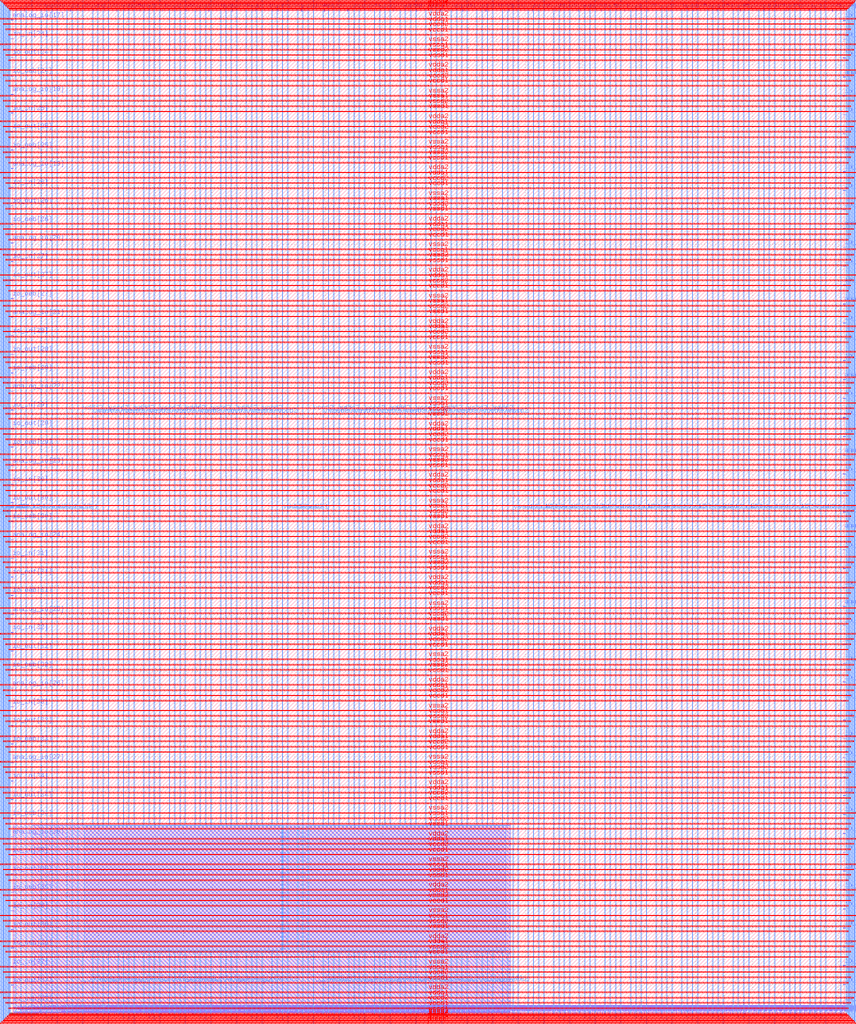
<source format=lef>
VERSION 5.7 ;
  NOWIREEXTENSIONATPIN ON ;
  DIVIDERCHAR "/" ;
  BUSBITCHARS "[]" ;
MACRO user_project_wrapper
  CLASS BLOCK ;
  FOREIGN user_project_wrapper ;
  ORIGIN 0.000 0.000 ;
  SIZE 2920.000 BY 3520.000 ;
  PIN analog_io[0]
    DIRECTION INOUT ;
    USE SIGNAL ;
    PORT
      LAYER met3 ;
        RECT 2917.600 1426.380 2924.800 1427.580 ;
    END
  END analog_io[0]
  PIN analog_io[10]
    DIRECTION INOUT ;
    USE SIGNAL ;
    PORT
      LAYER met2 ;
        RECT 2230.490 3517.600 2231.050 3524.800 ;
    END
  END analog_io[10]
  PIN analog_io[11]
    DIRECTION INOUT ;
    USE SIGNAL ;
    PORT
      LAYER met2 ;
        RECT 1905.730 3517.600 1906.290 3524.800 ;
    END
  END analog_io[11]
  PIN analog_io[12]
    DIRECTION INOUT ;
    USE SIGNAL ;
    PORT
      LAYER met2 ;
        RECT 1581.430 3517.600 1581.990 3524.800 ;
    END
  END analog_io[12]
  PIN analog_io[13]
    DIRECTION INOUT ;
    USE SIGNAL ;
    PORT
      LAYER met2 ;
        RECT 1257.130 3517.600 1257.690 3524.800 ;
    END
  END analog_io[13]
  PIN analog_io[14]
    DIRECTION INOUT ;
    USE SIGNAL ;
    PORT
      LAYER met2 ;
        RECT 932.370 3517.600 932.930 3524.800 ;
    END
  END analog_io[14]
  PIN analog_io[15]
    DIRECTION INOUT ;
    USE SIGNAL ;
    PORT
      LAYER met2 ;
        RECT 608.070 3517.600 608.630 3524.800 ;
    END
  END analog_io[15]
  PIN analog_io[16]
    DIRECTION INOUT ;
    USE SIGNAL ;
    PORT
      LAYER met2 ;
        RECT 283.770 3517.600 284.330 3524.800 ;
    END
  END analog_io[16]
  PIN analog_io[17]
    DIRECTION INOUT ;
    USE SIGNAL ;
    PORT
      LAYER met3 ;
        RECT -4.800 3486.100 2.400 3487.300 ;
    END
  END analog_io[17]
  PIN analog_io[18]
    DIRECTION INOUT ;
    USE SIGNAL ;
    PORT
      LAYER met3 ;
        RECT -4.800 3224.980 2.400 3226.180 ;
    END
  END analog_io[18]
  PIN analog_io[19]
    DIRECTION INOUT ;
    USE SIGNAL ;
    PORT
      LAYER met3 ;
        RECT -4.800 2964.540 2.400 2965.740 ;
    END
  END analog_io[19]
  PIN analog_io[1]
    DIRECTION INOUT ;
    USE SIGNAL ;
    PORT
      LAYER met3 ;
        RECT 2917.600 1692.260 2924.800 1693.460 ;
    END
  END analog_io[1]
  PIN analog_io[20]
    DIRECTION INOUT ;
    USE SIGNAL ;
    PORT
      LAYER met3 ;
        RECT -4.800 2703.420 2.400 2704.620 ;
    END
  END analog_io[20]
  PIN analog_io[21]
    DIRECTION INOUT ;
    USE SIGNAL ;
    PORT
      LAYER met3 ;
        RECT -4.800 2442.980 2.400 2444.180 ;
    END
  END analog_io[21]
  PIN analog_io[22]
    DIRECTION INOUT ;
    USE SIGNAL ;
    PORT
      LAYER met3 ;
        RECT -4.800 2182.540 2.400 2183.740 ;
    END
  END analog_io[22]
  PIN analog_io[23]
    DIRECTION INOUT ;
    USE SIGNAL ;
    PORT
      LAYER met3 ;
        RECT -4.800 1921.420 2.400 1922.620 ;
    END
  END analog_io[23]
  PIN analog_io[24]
    DIRECTION INOUT ;
    USE SIGNAL ;
    PORT
      LAYER met3 ;
        RECT -4.800 1660.980 2.400 1662.180 ;
    END
  END analog_io[24]
  PIN analog_io[25]
    DIRECTION INOUT ;
    USE SIGNAL ;
    PORT
      LAYER met3 ;
        RECT -4.800 1399.860 2.400 1401.060 ;
    END
  END analog_io[25]
  PIN analog_io[26]
    DIRECTION INOUT ;
    USE SIGNAL ;
    PORT
      LAYER met3 ;
        RECT -4.800 1139.420 2.400 1140.620 ;
    END
  END analog_io[26]
  PIN analog_io[27]
    DIRECTION INOUT ;
    USE SIGNAL ;
    PORT
      LAYER met3 ;
        RECT -4.800 878.980 2.400 880.180 ;
    END
  END analog_io[27]
  PIN analog_io[28]
    DIRECTION INOUT ;
    USE SIGNAL ;
    PORT
      LAYER met3 ;
        RECT -4.800 617.860 2.400 619.060 ;
    END
  END analog_io[28]
  PIN analog_io[2]
    DIRECTION INOUT ;
    USE SIGNAL ;
    PORT
      LAYER met3 ;
        RECT 2917.600 1958.140 2924.800 1959.340 ;
    END
  END analog_io[2]
  PIN analog_io[3]
    DIRECTION INOUT ;
    USE SIGNAL ;
    PORT
      LAYER met3 ;
        RECT 2917.600 2223.340 2924.800 2224.540 ;
    END
  END analog_io[3]
  PIN analog_io[4]
    DIRECTION INOUT ;
    USE SIGNAL ;
    PORT
      LAYER met3 ;
        RECT 2917.600 2489.220 2924.800 2490.420 ;
    END
  END analog_io[4]
  PIN analog_io[5]
    DIRECTION INOUT ;
    USE SIGNAL ;
    PORT
      LAYER met3 ;
        RECT 2917.600 2755.100 2924.800 2756.300 ;
    END
  END analog_io[5]
  PIN analog_io[6]
    DIRECTION INOUT ;
    USE SIGNAL ;
    PORT
      LAYER met3 ;
        RECT 2917.600 3020.300 2924.800 3021.500 ;
    END
  END analog_io[6]
  PIN analog_io[7]
    DIRECTION INOUT ;
    USE SIGNAL ;
    PORT
      LAYER met3 ;
        RECT 2917.600 3286.180 2924.800 3287.380 ;
    END
  END analog_io[7]
  PIN analog_io[8]
    DIRECTION INOUT ;
    USE SIGNAL ;
    PORT
      LAYER met2 ;
        RECT 2879.090 3517.600 2879.650 3524.800 ;
    END
  END analog_io[8]
  PIN analog_io[9]
    DIRECTION INOUT ;
    USE SIGNAL ;
    PORT
      LAYER met2 ;
        RECT 2554.790 3517.600 2555.350 3524.800 ;
    END
  END analog_io[9]
  PIN io_in[0]
    DIRECTION INPUT ;
    USE SIGNAL ;
    PORT
      LAYER met3 ;
        RECT 2917.600 32.380 2924.800 33.580 ;
    END
  END io_in[0]
  PIN io_in[10]
    DIRECTION INPUT ;
    USE SIGNAL ;
    PORT
      LAYER met3 ;
        RECT 2917.600 2289.980 2924.800 2291.180 ;
    END
  END io_in[10]
  PIN io_in[11]
    DIRECTION INPUT ;
    USE SIGNAL ;
    PORT
      LAYER met3 ;
        RECT 2917.600 2555.860 2924.800 2557.060 ;
    END
  END io_in[11]
  PIN io_in[12]
    DIRECTION INPUT ;
    USE SIGNAL ;
    PORT
      LAYER met3 ;
        RECT 2917.600 2821.060 2924.800 2822.260 ;
    END
  END io_in[12]
  PIN io_in[13]
    DIRECTION INPUT ;
    USE SIGNAL ;
    PORT
      LAYER met3 ;
        RECT 2917.600 3086.940 2924.800 3088.140 ;
    END
  END io_in[13]
  PIN io_in[14]
    DIRECTION INPUT ;
    USE SIGNAL ;
    PORT
      LAYER met3 ;
        RECT 2917.600 3352.820 2924.800 3354.020 ;
    END
  END io_in[14]
  PIN io_in[15]
    DIRECTION INPUT ;
    USE SIGNAL ;
    PORT
      LAYER met2 ;
        RECT 2798.130 3517.600 2798.690 3524.800 ;
    END
  END io_in[15]
  PIN io_in[16]
    DIRECTION INPUT ;
    USE SIGNAL ;
    PORT
      LAYER met2 ;
        RECT 2473.830 3517.600 2474.390 3524.800 ;
    END
  END io_in[16]
  PIN io_in[17]
    DIRECTION INPUT ;
    USE SIGNAL ;
    PORT
      LAYER met2 ;
        RECT 2149.070 3517.600 2149.630 3524.800 ;
    END
  END io_in[17]
  PIN io_in[18]
    DIRECTION INPUT ;
    USE SIGNAL ;
    PORT
      LAYER met2 ;
        RECT 1824.770 3517.600 1825.330 3524.800 ;
    END
  END io_in[18]
  PIN io_in[19]
    DIRECTION INPUT ;
    USE SIGNAL ;
    PORT
      LAYER met2 ;
        RECT 1500.470 3517.600 1501.030 3524.800 ;
    END
  END io_in[19]
  PIN io_in[1]
    DIRECTION INPUT ;
    USE SIGNAL ;
    PORT
      LAYER met3 ;
        RECT 2917.600 230.940 2924.800 232.140 ;
    END
  END io_in[1]
  PIN io_in[20]
    DIRECTION INPUT ;
    USE SIGNAL ;
    PORT
      LAYER met2 ;
        RECT 1175.710 3517.600 1176.270 3524.800 ;
    END
  END io_in[20]
  PIN io_in[21]
    DIRECTION INPUT ;
    USE SIGNAL ;
    PORT
      LAYER met2 ;
        RECT 851.410 3517.600 851.970 3524.800 ;
    END
  END io_in[21]
  PIN io_in[22]
    DIRECTION INPUT ;
    USE SIGNAL ;
    PORT
      LAYER met2 ;
        RECT 527.110 3517.600 527.670 3524.800 ;
    END
  END io_in[22]
  PIN io_in[23]
    DIRECTION INPUT ;
    USE SIGNAL ;
    PORT
      LAYER met2 ;
        RECT 202.350 3517.600 202.910 3524.800 ;
    END
  END io_in[23]
  PIN io_in[24]
    DIRECTION INPUT ;
    USE SIGNAL ;
    PORT
      LAYER met3 ;
        RECT -4.800 3420.820 2.400 3422.020 ;
    END
  END io_in[24]
  PIN io_in[25]
    DIRECTION INPUT ;
    USE SIGNAL ;
    PORT
      LAYER met3 ;
        RECT -4.800 3159.700 2.400 3160.900 ;
    END
  END io_in[25]
  PIN io_in[26]
    DIRECTION INPUT ;
    USE SIGNAL ;
    PORT
      LAYER met3 ;
        RECT -4.800 2899.260 2.400 2900.460 ;
    END
  END io_in[26]
  PIN io_in[27]
    DIRECTION INPUT ;
    USE SIGNAL ;
    PORT
      LAYER met3 ;
        RECT -4.800 2638.820 2.400 2640.020 ;
    END
  END io_in[27]
  PIN io_in[28]
    DIRECTION INPUT ;
    USE SIGNAL ;
    PORT
      LAYER met3 ;
        RECT -4.800 2377.700 2.400 2378.900 ;
    END
  END io_in[28]
  PIN io_in[29]
    DIRECTION INPUT ;
    USE SIGNAL ;
    PORT
      LAYER met3 ;
        RECT -4.800 2117.260 2.400 2118.460 ;
    END
  END io_in[29]
  PIN io_in[2]
    DIRECTION INPUT ;
    USE SIGNAL ;
    PORT
      LAYER met3 ;
        RECT 2917.600 430.180 2924.800 431.380 ;
    END
  END io_in[2]
  PIN io_in[30]
    DIRECTION INPUT ;
    USE SIGNAL ;
    PORT
      LAYER met3 ;
        RECT -4.800 1856.140 2.400 1857.340 ;
    END
  END io_in[30]
  PIN io_in[31]
    DIRECTION INPUT ;
    USE SIGNAL ;
    PORT
      LAYER met3 ;
        RECT -4.800 1595.700 2.400 1596.900 ;
    END
  END io_in[31]
  PIN io_in[32]
    DIRECTION INPUT ;
    USE SIGNAL ;
    PORT
      LAYER met3 ;
        RECT -4.800 1335.260 2.400 1336.460 ;
    END
  END io_in[32]
  PIN io_in[33]
    DIRECTION INPUT ;
    USE SIGNAL ;
    PORT
      LAYER met3 ;
        RECT -4.800 1074.140 2.400 1075.340 ;
    END
  END io_in[33]
  PIN io_in[34]
    DIRECTION INPUT ;
    USE SIGNAL ;
    PORT
      LAYER met3 ;
        RECT -4.800 813.700 2.400 814.900 ;
    END
  END io_in[34]
  PIN io_in[35]
    DIRECTION INPUT ;
    USE SIGNAL ;
    PORT
      LAYER met3 ;
        RECT -4.800 552.580 2.400 553.780 ;
    END
  END io_in[35]
  PIN io_in[36]
    DIRECTION INPUT ;
    USE SIGNAL ;
    PORT
      LAYER met3 ;
        RECT -4.800 357.420 2.400 358.620 ;
    END
  END io_in[36]
  PIN io_in[37]
    DIRECTION INPUT ;
    USE SIGNAL ;
    PORT
      LAYER met3 ;
        RECT -4.800 161.580 2.400 162.780 ;
    END
  END io_in[37]
  PIN io_in[3]
    DIRECTION INPUT ;
    USE SIGNAL ;
    PORT
      LAYER met3 ;
        RECT 2917.600 629.420 2924.800 630.620 ;
    END
  END io_in[3]
  PIN io_in[4]
    DIRECTION INPUT ;
    USE SIGNAL ;
    PORT
      LAYER met3 ;
        RECT 2917.600 828.660 2924.800 829.860 ;
    END
  END io_in[4]
  PIN io_in[5]
    DIRECTION INPUT ;
    USE SIGNAL ;
    PORT
      LAYER met3 ;
        RECT 2917.600 1027.900 2924.800 1029.100 ;
    END
  END io_in[5]
  PIN io_in[6]
    DIRECTION INPUT ;
    USE SIGNAL ;
    PORT
      LAYER met3 ;
        RECT 2917.600 1227.140 2924.800 1228.340 ;
    END
  END io_in[6]
  PIN io_in[7]
    DIRECTION INPUT ;
    USE SIGNAL ;
    PORT
      LAYER met3 ;
        RECT 2917.600 1493.020 2924.800 1494.220 ;
    END
  END io_in[7]
  PIN io_in[8]
    DIRECTION INPUT ;
    USE SIGNAL ;
    PORT
      LAYER met3 ;
        RECT 2917.600 1758.900 2924.800 1760.100 ;
    END
  END io_in[8]
  PIN io_in[9]
    DIRECTION INPUT ;
    USE SIGNAL ;
    PORT
      LAYER met3 ;
        RECT 2917.600 2024.100 2924.800 2025.300 ;
    END
  END io_in[9]
  PIN io_oeb[0]
    DIRECTION OUTPUT TRISTATE ;
    USE SIGNAL ;
    PORT
      LAYER met3 ;
        RECT 2917.600 164.980 2924.800 166.180 ;
    END
  END io_oeb[0]
  PIN io_oeb[10]
    DIRECTION OUTPUT TRISTATE ;
    USE SIGNAL ;
    PORT
      LAYER met3 ;
        RECT 2917.600 2422.580 2924.800 2423.780 ;
    END
  END io_oeb[10]
  PIN io_oeb[11]
    DIRECTION OUTPUT TRISTATE ;
    USE SIGNAL ;
    PORT
      LAYER met3 ;
        RECT 2917.600 2688.460 2924.800 2689.660 ;
    END
  END io_oeb[11]
  PIN io_oeb[12]
    DIRECTION OUTPUT TRISTATE ;
    USE SIGNAL ;
    PORT
      LAYER met3 ;
        RECT 2917.600 2954.340 2924.800 2955.540 ;
    END
  END io_oeb[12]
  PIN io_oeb[13]
    DIRECTION OUTPUT TRISTATE ;
    USE SIGNAL ;
    PORT
      LAYER met3 ;
        RECT 2917.600 3219.540 2924.800 3220.740 ;
    END
  END io_oeb[13]
  PIN io_oeb[14]
    DIRECTION OUTPUT TRISTATE ;
    USE SIGNAL ;
    PORT
      LAYER met3 ;
        RECT 2917.600 3485.420 2924.800 3486.620 ;
    END
  END io_oeb[14]
  PIN io_oeb[15]
    DIRECTION OUTPUT TRISTATE ;
    USE SIGNAL ;
    PORT
      LAYER met2 ;
        RECT 2635.750 3517.600 2636.310 3524.800 ;
    END
  END io_oeb[15]
  PIN io_oeb[16]
    DIRECTION OUTPUT TRISTATE ;
    USE SIGNAL ;
    PORT
      LAYER met2 ;
        RECT 2311.450 3517.600 2312.010 3524.800 ;
    END
  END io_oeb[16]
  PIN io_oeb[17]
    DIRECTION OUTPUT TRISTATE ;
    USE SIGNAL ;
    PORT
      LAYER met2 ;
        RECT 1987.150 3517.600 1987.710 3524.800 ;
    END
  END io_oeb[17]
  PIN io_oeb[18]
    DIRECTION OUTPUT TRISTATE ;
    USE SIGNAL ;
    PORT
      LAYER met2 ;
        RECT 1662.390 3517.600 1662.950 3524.800 ;
    END
  END io_oeb[18]
  PIN io_oeb[19]
    DIRECTION OUTPUT TRISTATE ;
    USE SIGNAL ;
    PORT
      LAYER met2 ;
        RECT 1338.090 3517.600 1338.650 3524.800 ;
    END
  END io_oeb[19]
  PIN io_oeb[1]
    DIRECTION OUTPUT TRISTATE ;
    USE SIGNAL ;
    PORT
      LAYER met3 ;
        RECT 2917.600 364.220 2924.800 365.420 ;
    END
  END io_oeb[1]
  PIN io_oeb[20]
    DIRECTION OUTPUT TRISTATE ;
    USE SIGNAL ;
    PORT
      LAYER met2 ;
        RECT 1013.790 3517.600 1014.350 3524.800 ;
    END
  END io_oeb[20]
  PIN io_oeb[21]
    DIRECTION OUTPUT TRISTATE ;
    USE SIGNAL ;
    PORT
      LAYER met2 ;
        RECT 689.030 3517.600 689.590 3524.800 ;
    END
  END io_oeb[21]
  PIN io_oeb[22]
    DIRECTION OUTPUT TRISTATE ;
    USE SIGNAL ;
    PORT
      LAYER met2 ;
        RECT 364.730 3517.600 365.290 3524.800 ;
    END
  END io_oeb[22]
  PIN io_oeb[23]
    DIRECTION OUTPUT TRISTATE ;
    USE SIGNAL ;
    PORT
      LAYER met2 ;
        RECT 40.430 3517.600 40.990 3524.800 ;
    END
  END io_oeb[23]
  PIN io_oeb[24]
    DIRECTION OUTPUT TRISTATE ;
    USE SIGNAL ;
    PORT
      LAYER met3 ;
        RECT -4.800 3290.260 2.400 3291.460 ;
    END
  END io_oeb[24]
  PIN io_oeb[25]
    DIRECTION OUTPUT TRISTATE ;
    USE SIGNAL ;
    PORT
      LAYER met3 ;
        RECT -4.800 3029.820 2.400 3031.020 ;
    END
  END io_oeb[25]
  PIN io_oeb[26]
    DIRECTION OUTPUT TRISTATE ;
    USE SIGNAL ;
    PORT
      LAYER met3 ;
        RECT -4.800 2768.700 2.400 2769.900 ;
    END
  END io_oeb[26]
  PIN io_oeb[27]
    DIRECTION OUTPUT TRISTATE ;
    USE SIGNAL ;
    PORT
      LAYER met3 ;
        RECT -4.800 2508.260 2.400 2509.460 ;
    END
  END io_oeb[27]
  PIN io_oeb[28]
    DIRECTION OUTPUT TRISTATE ;
    USE SIGNAL ;
    PORT
      LAYER met3 ;
        RECT -4.800 2247.140 2.400 2248.340 ;
    END
  END io_oeb[28]
  PIN io_oeb[29]
    DIRECTION OUTPUT TRISTATE ;
    USE SIGNAL ;
    PORT
      LAYER met3 ;
        RECT -4.800 1986.700 2.400 1987.900 ;
    END
  END io_oeb[29]
  PIN io_oeb[2]
    DIRECTION OUTPUT TRISTATE ;
    USE SIGNAL ;
    PORT
      LAYER met3 ;
        RECT 2917.600 563.460 2924.800 564.660 ;
    END
  END io_oeb[2]
  PIN io_oeb[30]
    DIRECTION OUTPUT TRISTATE ;
    USE SIGNAL ;
    PORT
      LAYER met3 ;
        RECT -4.800 1726.260 2.400 1727.460 ;
    END
  END io_oeb[30]
  PIN io_oeb[31]
    DIRECTION OUTPUT TRISTATE ;
    USE SIGNAL ;
    PORT
      LAYER met3 ;
        RECT -4.800 1465.140 2.400 1466.340 ;
    END
  END io_oeb[31]
  PIN io_oeb[32]
    DIRECTION OUTPUT TRISTATE ;
    USE SIGNAL ;
    PORT
      LAYER met3 ;
        RECT -4.800 1204.700 2.400 1205.900 ;
    END
  END io_oeb[32]
  PIN io_oeb[33]
    DIRECTION OUTPUT TRISTATE ;
    USE SIGNAL ;
    PORT
      LAYER met3 ;
        RECT -4.800 943.580 2.400 944.780 ;
    END
  END io_oeb[33]
  PIN io_oeb[34]
    DIRECTION OUTPUT TRISTATE ;
    USE SIGNAL ;
    PORT
      LAYER met3 ;
        RECT -4.800 683.140 2.400 684.340 ;
    END
  END io_oeb[34]
  PIN io_oeb[35]
    DIRECTION OUTPUT TRISTATE ;
    USE SIGNAL ;
    PORT
      LAYER met3 ;
        RECT -4.800 422.700 2.400 423.900 ;
    END
  END io_oeb[35]
  PIN io_oeb[36]
    DIRECTION OUTPUT TRISTATE ;
    USE SIGNAL ;
    PORT
      LAYER met3 ;
        RECT -4.800 226.860 2.400 228.060 ;
    END
  END io_oeb[36]
  PIN io_oeb[37]
    DIRECTION OUTPUT TRISTATE ;
    USE SIGNAL ;
    PORT
      LAYER met3 ;
        RECT -4.800 31.700 2.400 32.900 ;
    END
  END io_oeb[37]
  PIN io_oeb[3]
    DIRECTION OUTPUT TRISTATE ;
    USE SIGNAL ;
    PORT
      LAYER met3 ;
        RECT 2917.600 762.700 2924.800 763.900 ;
    END
  END io_oeb[3]
  PIN io_oeb[4]
    DIRECTION OUTPUT TRISTATE ;
    USE SIGNAL ;
    PORT
      LAYER met3 ;
        RECT 2917.600 961.940 2924.800 963.140 ;
    END
  END io_oeb[4]
  PIN io_oeb[5]
    DIRECTION OUTPUT TRISTATE ;
    USE SIGNAL ;
    PORT
      LAYER met3 ;
        RECT 2917.600 1161.180 2924.800 1162.380 ;
    END
  END io_oeb[5]
  PIN io_oeb[6]
    DIRECTION OUTPUT TRISTATE ;
    USE SIGNAL ;
    PORT
      LAYER met3 ;
        RECT 2917.600 1360.420 2924.800 1361.620 ;
    END
  END io_oeb[6]
  PIN io_oeb[7]
    DIRECTION OUTPUT TRISTATE ;
    USE SIGNAL ;
    PORT
      LAYER met3 ;
        RECT 2917.600 1625.620 2924.800 1626.820 ;
    END
  END io_oeb[7]
  PIN io_oeb[8]
    DIRECTION OUTPUT TRISTATE ;
    USE SIGNAL ;
    PORT
      LAYER met3 ;
        RECT 2917.600 1891.500 2924.800 1892.700 ;
    END
  END io_oeb[8]
  PIN io_oeb[9]
    DIRECTION OUTPUT TRISTATE ;
    USE SIGNAL ;
    PORT
      LAYER met3 ;
        RECT 2917.600 2157.380 2924.800 2158.580 ;
    END
  END io_oeb[9]
  PIN io_out[0]
    DIRECTION OUTPUT TRISTATE ;
    USE SIGNAL ;
    PORT
      LAYER met3 ;
        RECT 2917.600 98.340 2924.800 99.540 ;
    END
  END io_out[0]
  PIN io_out[10]
    DIRECTION OUTPUT TRISTATE ;
    USE SIGNAL ;
    PORT
      LAYER met3 ;
        RECT 2917.600 2356.620 2924.800 2357.820 ;
    END
  END io_out[10]
  PIN io_out[11]
    DIRECTION OUTPUT TRISTATE ;
    USE SIGNAL ;
    PORT
      LAYER met3 ;
        RECT 2917.600 2621.820 2924.800 2623.020 ;
    END
  END io_out[11]
  PIN io_out[12]
    DIRECTION OUTPUT TRISTATE ;
    USE SIGNAL ;
    PORT
      LAYER met3 ;
        RECT 2917.600 2887.700 2924.800 2888.900 ;
    END
  END io_out[12]
  PIN io_out[13]
    DIRECTION OUTPUT TRISTATE ;
    USE SIGNAL ;
    PORT
      LAYER met3 ;
        RECT 2917.600 3153.580 2924.800 3154.780 ;
    END
  END io_out[13]
  PIN io_out[14]
    DIRECTION OUTPUT TRISTATE ;
    USE SIGNAL ;
    PORT
      LAYER met3 ;
        RECT 2917.600 3418.780 2924.800 3419.980 ;
    END
  END io_out[14]
  PIN io_out[15]
    DIRECTION OUTPUT TRISTATE ;
    USE SIGNAL ;
    PORT
      LAYER met2 ;
        RECT 2717.170 3517.600 2717.730 3524.800 ;
    END
  END io_out[15]
  PIN io_out[16]
    DIRECTION OUTPUT TRISTATE ;
    USE SIGNAL ;
    PORT
      LAYER met2 ;
        RECT 2392.410 3517.600 2392.970 3524.800 ;
    END
  END io_out[16]
  PIN io_out[17]
    DIRECTION OUTPUT TRISTATE ;
    USE SIGNAL ;
    PORT
      LAYER met2 ;
        RECT 2068.110 3517.600 2068.670 3524.800 ;
    END
  END io_out[17]
  PIN io_out[18]
    DIRECTION OUTPUT TRISTATE ;
    USE SIGNAL ;
    PORT
      LAYER met2 ;
        RECT 1743.810 3517.600 1744.370 3524.800 ;
    END
  END io_out[18]
  PIN io_out[19]
    DIRECTION OUTPUT TRISTATE ;
    USE SIGNAL ;
    PORT
      LAYER met2 ;
        RECT 1419.050 3517.600 1419.610 3524.800 ;
    END
  END io_out[19]
  PIN io_out[1]
    DIRECTION OUTPUT TRISTATE ;
    USE SIGNAL ;
    PORT
      LAYER met3 ;
        RECT 2917.600 297.580 2924.800 298.780 ;
    END
  END io_out[1]
  PIN io_out[20]
    DIRECTION OUTPUT TRISTATE ;
    USE SIGNAL ;
    PORT
      LAYER met2 ;
        RECT 1094.750 3517.600 1095.310 3524.800 ;
    END
  END io_out[20]
  PIN io_out[21]
    DIRECTION OUTPUT TRISTATE ;
    USE SIGNAL ;
    PORT
      LAYER met2 ;
        RECT 770.450 3517.600 771.010 3524.800 ;
    END
  END io_out[21]
  PIN io_out[22]
    DIRECTION OUTPUT TRISTATE ;
    USE SIGNAL ;
    PORT
      LAYER met2 ;
        RECT 445.690 3517.600 446.250 3524.800 ;
    END
  END io_out[22]
  PIN io_out[23]
    DIRECTION OUTPUT TRISTATE ;
    USE SIGNAL ;
    PORT
      LAYER met2 ;
        RECT 121.390 3517.600 121.950 3524.800 ;
    END
  END io_out[23]
  PIN io_out[24]
    DIRECTION OUTPUT TRISTATE ;
    USE SIGNAL ;
    PORT
      LAYER met3 ;
        RECT -4.800 3355.540 2.400 3356.740 ;
    END
  END io_out[24]
  PIN io_out[25]
    DIRECTION OUTPUT TRISTATE ;
    USE SIGNAL ;
    PORT
      LAYER met3 ;
        RECT -4.800 3095.100 2.400 3096.300 ;
    END
  END io_out[25]
  PIN io_out[26]
    DIRECTION OUTPUT TRISTATE ;
    USE SIGNAL ;
    PORT
      LAYER met3 ;
        RECT -4.800 2833.980 2.400 2835.180 ;
    END
  END io_out[26]
  PIN io_out[27]
    DIRECTION OUTPUT TRISTATE ;
    USE SIGNAL ;
    PORT
      LAYER met3 ;
        RECT -4.800 2573.540 2.400 2574.740 ;
    END
  END io_out[27]
  PIN io_out[28]
    DIRECTION OUTPUT TRISTATE ;
    USE SIGNAL ;
    PORT
      LAYER met3 ;
        RECT -4.800 2312.420 2.400 2313.620 ;
    END
  END io_out[28]
  PIN io_out[29]
    DIRECTION OUTPUT TRISTATE ;
    USE SIGNAL ;
    PORT
      LAYER met3 ;
        RECT -4.800 2051.980 2.400 2053.180 ;
    END
  END io_out[29]
  PIN io_out[2]
    DIRECTION OUTPUT TRISTATE ;
    USE SIGNAL ;
    PORT
      LAYER met3 ;
        RECT 2917.600 496.820 2924.800 498.020 ;
    END
  END io_out[2]
  PIN io_out[30]
    DIRECTION OUTPUT TRISTATE ;
    USE SIGNAL ;
    PORT
      LAYER met3 ;
        RECT -4.800 1791.540 2.400 1792.740 ;
    END
  END io_out[30]
  PIN io_out[31]
    DIRECTION OUTPUT TRISTATE ;
    USE SIGNAL ;
    PORT
      LAYER met3 ;
        RECT -4.800 1530.420 2.400 1531.620 ;
    END
  END io_out[31]
  PIN io_out[32]
    DIRECTION OUTPUT TRISTATE ;
    USE SIGNAL ;
    PORT
      LAYER met3 ;
        RECT -4.800 1269.980 2.400 1271.180 ;
    END
  END io_out[32]
  PIN io_out[33]
    DIRECTION OUTPUT TRISTATE ;
    USE SIGNAL ;
    PORT
      LAYER met3 ;
        RECT -4.800 1008.860 2.400 1010.060 ;
    END
  END io_out[33]
  PIN io_out[34]
    DIRECTION OUTPUT TRISTATE ;
    USE SIGNAL ;
    PORT
      LAYER met3 ;
        RECT -4.800 748.420 2.400 749.620 ;
    END
  END io_out[34]
  PIN io_out[35]
    DIRECTION OUTPUT TRISTATE ;
    USE SIGNAL ;
    PORT
      LAYER met3 ;
        RECT -4.800 487.300 2.400 488.500 ;
    END
  END io_out[35]
  PIN io_out[36]
    DIRECTION OUTPUT TRISTATE ;
    USE SIGNAL ;
    PORT
      LAYER met3 ;
        RECT -4.800 292.140 2.400 293.340 ;
    END
  END io_out[36]
  PIN io_out[37]
    DIRECTION OUTPUT TRISTATE ;
    USE SIGNAL ;
    PORT
      LAYER met3 ;
        RECT -4.800 96.300 2.400 97.500 ;
    END
  END io_out[37]
  PIN io_out[3]
    DIRECTION OUTPUT TRISTATE ;
    USE SIGNAL ;
    PORT
      LAYER met3 ;
        RECT 2917.600 696.060 2924.800 697.260 ;
    END
  END io_out[3]
  PIN io_out[4]
    DIRECTION OUTPUT TRISTATE ;
    USE SIGNAL ;
    PORT
      LAYER met3 ;
        RECT 2917.600 895.300 2924.800 896.500 ;
    END
  END io_out[4]
  PIN io_out[5]
    DIRECTION OUTPUT TRISTATE ;
    USE SIGNAL ;
    PORT
      LAYER met3 ;
        RECT 2917.600 1094.540 2924.800 1095.740 ;
    END
  END io_out[5]
  PIN io_out[6]
    DIRECTION OUTPUT TRISTATE ;
    USE SIGNAL ;
    PORT
      LAYER met3 ;
        RECT 2917.600 1293.780 2924.800 1294.980 ;
    END
  END io_out[6]
  PIN io_out[7]
    DIRECTION OUTPUT TRISTATE ;
    USE SIGNAL ;
    PORT
      LAYER met3 ;
        RECT 2917.600 1559.660 2924.800 1560.860 ;
    END
  END io_out[7]
  PIN io_out[8]
    DIRECTION OUTPUT TRISTATE ;
    USE SIGNAL ;
    PORT
      LAYER met3 ;
        RECT 2917.600 1824.860 2924.800 1826.060 ;
    END
  END io_out[8]
  PIN io_out[9]
    DIRECTION OUTPUT TRISTATE ;
    USE SIGNAL ;
    PORT
      LAYER met3 ;
        RECT 2917.600 2090.740 2924.800 2091.940 ;
    END
  END io_out[9]
  PIN la_data_in[0]
    DIRECTION INPUT ;
    USE SIGNAL ;
    PORT
      LAYER met2 ;
        RECT 629.230 -4.800 629.790 2.400 ;
    END
  END la_data_in[0]
  PIN la_data_in[100]
    DIRECTION INPUT ;
    USE SIGNAL ;
    PORT
      LAYER met2 ;
        RECT 2402.530 -4.800 2403.090 2.400 ;
    END
  END la_data_in[100]
  PIN la_data_in[101]
    DIRECTION INPUT ;
    USE SIGNAL ;
    PORT
      LAYER met2 ;
        RECT 2420.010 -4.800 2420.570 2.400 ;
    END
  END la_data_in[101]
  PIN la_data_in[102]
    DIRECTION INPUT ;
    USE SIGNAL ;
    PORT
      LAYER met2 ;
        RECT 2437.950 -4.800 2438.510 2.400 ;
    END
  END la_data_in[102]
  PIN la_data_in[103]
    DIRECTION INPUT ;
    USE SIGNAL ;
    PORT
      LAYER met2 ;
        RECT 2455.430 -4.800 2455.990 2.400 ;
    END
  END la_data_in[103]
  PIN la_data_in[104]
    DIRECTION INPUT ;
    USE SIGNAL ;
    PORT
      LAYER met2 ;
        RECT 2473.370 -4.800 2473.930 2.400 ;
    END
  END la_data_in[104]
  PIN la_data_in[105]
    DIRECTION INPUT ;
    USE SIGNAL ;
    PORT
      LAYER met2 ;
        RECT 2490.850 -4.800 2491.410 2.400 ;
    END
  END la_data_in[105]
  PIN la_data_in[106]
    DIRECTION INPUT ;
    USE SIGNAL ;
    PORT
      LAYER met2 ;
        RECT 2508.790 -4.800 2509.350 2.400 ;
    END
  END la_data_in[106]
  PIN la_data_in[107]
    DIRECTION INPUT ;
    USE SIGNAL ;
    PORT
      LAYER met2 ;
        RECT 2526.730 -4.800 2527.290 2.400 ;
    END
  END la_data_in[107]
  PIN la_data_in[108]
    DIRECTION INPUT ;
    USE SIGNAL ;
    PORT
      LAYER met2 ;
        RECT 2544.210 -4.800 2544.770 2.400 ;
    END
  END la_data_in[108]
  PIN la_data_in[109]
    DIRECTION INPUT ;
    USE SIGNAL ;
    PORT
      LAYER met2 ;
        RECT 2562.150 -4.800 2562.710 2.400 ;
    END
  END la_data_in[109]
  PIN la_data_in[10]
    DIRECTION INPUT ;
    USE SIGNAL ;
    PORT
      LAYER met2 ;
        RECT 806.330 -4.800 806.890 2.400 ;
    END
  END la_data_in[10]
  PIN la_data_in[110]
    DIRECTION INPUT ;
    USE SIGNAL ;
    PORT
      LAYER met2 ;
        RECT 2579.630 -4.800 2580.190 2.400 ;
    END
  END la_data_in[110]
  PIN la_data_in[111]
    DIRECTION INPUT ;
    USE SIGNAL ;
    PORT
      LAYER met2 ;
        RECT 2597.570 -4.800 2598.130 2.400 ;
    END
  END la_data_in[111]
  PIN la_data_in[112]
    DIRECTION INPUT ;
    USE SIGNAL ;
    PORT
      LAYER met2 ;
        RECT 2615.050 -4.800 2615.610 2.400 ;
    END
  END la_data_in[112]
  PIN la_data_in[113]
    DIRECTION INPUT ;
    USE SIGNAL ;
    PORT
      LAYER met2 ;
        RECT 2632.990 -4.800 2633.550 2.400 ;
    END
  END la_data_in[113]
  PIN la_data_in[114]
    DIRECTION INPUT ;
    USE SIGNAL ;
    PORT
      LAYER met2 ;
        RECT 2650.470 -4.800 2651.030 2.400 ;
    END
  END la_data_in[114]
  PIN la_data_in[115]
    DIRECTION INPUT ;
    USE SIGNAL ;
    PORT
      LAYER met2 ;
        RECT 2668.410 -4.800 2668.970 2.400 ;
    END
  END la_data_in[115]
  PIN la_data_in[116]
    DIRECTION INPUT ;
    USE SIGNAL ;
    PORT
      LAYER met2 ;
        RECT 2685.890 -4.800 2686.450 2.400 ;
    END
  END la_data_in[116]
  PIN la_data_in[117]
    DIRECTION INPUT ;
    USE SIGNAL ;
    PORT
      LAYER met2 ;
        RECT 2703.830 -4.800 2704.390 2.400 ;
    END
  END la_data_in[117]
  PIN la_data_in[118]
    DIRECTION INPUT ;
    USE SIGNAL ;
    PORT
      LAYER met2 ;
        RECT 2721.770 -4.800 2722.330 2.400 ;
    END
  END la_data_in[118]
  PIN la_data_in[119]
    DIRECTION INPUT ;
    USE SIGNAL ;
    PORT
      LAYER met2 ;
        RECT 2739.250 -4.800 2739.810 2.400 ;
    END
  END la_data_in[119]
  PIN la_data_in[11]
    DIRECTION INPUT ;
    USE SIGNAL ;
    PORT
      LAYER met2 ;
        RECT 824.270 -4.800 824.830 2.400 ;
    END
  END la_data_in[11]
  PIN la_data_in[120]
    DIRECTION INPUT ;
    USE SIGNAL ;
    PORT
      LAYER met2 ;
        RECT 2757.190 -4.800 2757.750 2.400 ;
    END
  END la_data_in[120]
  PIN la_data_in[121]
    DIRECTION INPUT ;
    USE SIGNAL ;
    PORT
      LAYER met2 ;
        RECT 2774.670 -4.800 2775.230 2.400 ;
    END
  END la_data_in[121]
  PIN la_data_in[122]
    DIRECTION INPUT ;
    USE SIGNAL ;
    PORT
      LAYER met2 ;
        RECT 2792.610 -4.800 2793.170 2.400 ;
    END
  END la_data_in[122]
  PIN la_data_in[123]
    DIRECTION INPUT ;
    USE SIGNAL ;
    PORT
      LAYER met2 ;
        RECT 2810.090 -4.800 2810.650 2.400 ;
    END
  END la_data_in[123]
  PIN la_data_in[124]
    DIRECTION INPUT ;
    USE SIGNAL ;
    PORT
      LAYER met2 ;
        RECT 2828.030 -4.800 2828.590 2.400 ;
    END
  END la_data_in[124]
  PIN la_data_in[125]
    DIRECTION INPUT ;
    USE SIGNAL ;
    PORT
      LAYER met2 ;
        RECT 2845.510 -4.800 2846.070 2.400 ;
    END
  END la_data_in[125]
  PIN la_data_in[126]
    DIRECTION INPUT ;
    USE SIGNAL ;
    PORT
      LAYER met2 ;
        RECT 2863.450 -4.800 2864.010 2.400 ;
    END
  END la_data_in[126]
  PIN la_data_in[127]
    DIRECTION INPUT ;
    USE SIGNAL ;
    PORT
      LAYER met2 ;
        RECT 2881.390 -4.800 2881.950 2.400 ;
    END
  END la_data_in[127]
  PIN la_data_in[12]
    DIRECTION INPUT ;
    USE SIGNAL ;
    PORT
      LAYER met2 ;
        RECT 841.750 -4.800 842.310 2.400 ;
    END
  END la_data_in[12]
  PIN la_data_in[13]
    DIRECTION INPUT ;
    USE SIGNAL ;
    PORT
      LAYER met2 ;
        RECT 859.690 -4.800 860.250 2.400 ;
    END
  END la_data_in[13]
  PIN la_data_in[14]
    DIRECTION INPUT ;
    USE SIGNAL ;
    PORT
      LAYER met2 ;
        RECT 877.170 -4.800 877.730 2.400 ;
    END
  END la_data_in[14]
  PIN la_data_in[15]
    DIRECTION INPUT ;
    USE SIGNAL ;
    PORT
      LAYER met2 ;
        RECT 895.110 -4.800 895.670 2.400 ;
    END
  END la_data_in[15]
  PIN la_data_in[16]
    DIRECTION INPUT ;
    USE SIGNAL ;
    PORT
      LAYER met2 ;
        RECT 912.590 -4.800 913.150 2.400 ;
    END
  END la_data_in[16]
  PIN la_data_in[17]
    DIRECTION INPUT ;
    USE SIGNAL ;
    PORT
      LAYER met2 ;
        RECT 930.530 -4.800 931.090 2.400 ;
    END
  END la_data_in[17]
  PIN la_data_in[18]
    DIRECTION INPUT ;
    USE SIGNAL ;
    PORT
      LAYER met2 ;
        RECT 948.470 -4.800 949.030 2.400 ;
    END
  END la_data_in[18]
  PIN la_data_in[19]
    DIRECTION INPUT ;
    USE SIGNAL ;
    PORT
      LAYER met2 ;
        RECT 965.950 -4.800 966.510 2.400 ;
    END
  END la_data_in[19]
  PIN la_data_in[1]
    DIRECTION INPUT ;
    USE SIGNAL ;
    PORT
      LAYER met2 ;
        RECT 646.710 -4.800 647.270 2.400 ;
    END
  END la_data_in[1]
  PIN la_data_in[20]
    DIRECTION INPUT ;
    USE SIGNAL ;
    PORT
      LAYER met2 ;
        RECT 983.890 -4.800 984.450 2.400 ;
    END
  END la_data_in[20]
  PIN la_data_in[21]
    DIRECTION INPUT ;
    USE SIGNAL ;
    PORT
      LAYER met2 ;
        RECT 1001.370 -4.800 1001.930 2.400 ;
    END
  END la_data_in[21]
  PIN la_data_in[22]
    DIRECTION INPUT ;
    USE SIGNAL ;
    PORT
      LAYER met2 ;
        RECT 1019.310 -4.800 1019.870 2.400 ;
    END
  END la_data_in[22]
  PIN la_data_in[23]
    DIRECTION INPUT ;
    USE SIGNAL ;
    PORT
      LAYER met2 ;
        RECT 1036.790 -4.800 1037.350 2.400 ;
    END
  END la_data_in[23]
  PIN la_data_in[24]
    DIRECTION INPUT ;
    USE SIGNAL ;
    PORT
      LAYER met2 ;
        RECT 1054.730 -4.800 1055.290 2.400 ;
    END
  END la_data_in[24]
  PIN la_data_in[25]
    DIRECTION INPUT ;
    USE SIGNAL ;
    PORT
      LAYER met2 ;
        RECT 1072.210 -4.800 1072.770 2.400 ;
    END
  END la_data_in[25]
  PIN la_data_in[26]
    DIRECTION INPUT ;
    USE SIGNAL ;
    PORT
      LAYER met2 ;
        RECT 1090.150 -4.800 1090.710 2.400 ;
    END
  END la_data_in[26]
  PIN la_data_in[27]
    DIRECTION INPUT ;
    USE SIGNAL ;
    PORT
      LAYER met2 ;
        RECT 1107.630 -4.800 1108.190 2.400 ;
    END
  END la_data_in[27]
  PIN la_data_in[28]
    DIRECTION INPUT ;
    USE SIGNAL ;
    PORT
      LAYER met2 ;
        RECT 1125.570 -4.800 1126.130 2.400 ;
    END
  END la_data_in[28]
  PIN la_data_in[29]
    DIRECTION INPUT ;
    USE SIGNAL ;
    PORT
      LAYER met2 ;
        RECT 1143.510 -4.800 1144.070 2.400 ;
    END
  END la_data_in[29]
  PIN la_data_in[2]
    DIRECTION INPUT ;
    USE SIGNAL ;
    PORT
      LAYER met2 ;
        RECT 664.650 -4.800 665.210 2.400 ;
    END
  END la_data_in[2]
  PIN la_data_in[30]
    DIRECTION INPUT ;
    USE SIGNAL ;
    PORT
      LAYER met2 ;
        RECT 1160.990 -4.800 1161.550 2.400 ;
    END
  END la_data_in[30]
  PIN la_data_in[31]
    DIRECTION INPUT ;
    USE SIGNAL ;
    PORT
      LAYER met2 ;
        RECT 1178.930 -4.800 1179.490 2.400 ;
    END
  END la_data_in[31]
  PIN la_data_in[32]
    DIRECTION INPUT ;
    USE SIGNAL ;
    PORT
      LAYER met2 ;
        RECT 1196.410 -4.800 1196.970 2.400 ;
    END
  END la_data_in[32]
  PIN la_data_in[33]
    DIRECTION INPUT ;
    USE SIGNAL ;
    PORT
      LAYER met2 ;
        RECT 1214.350 -4.800 1214.910 2.400 ;
    END
  END la_data_in[33]
  PIN la_data_in[34]
    DIRECTION INPUT ;
    USE SIGNAL ;
    PORT
      LAYER met2 ;
        RECT 1231.830 -4.800 1232.390 2.400 ;
    END
  END la_data_in[34]
  PIN la_data_in[35]
    DIRECTION INPUT ;
    USE SIGNAL ;
    PORT
      LAYER met2 ;
        RECT 1249.770 -4.800 1250.330 2.400 ;
    END
  END la_data_in[35]
  PIN la_data_in[36]
    DIRECTION INPUT ;
    USE SIGNAL ;
    PORT
      LAYER met2 ;
        RECT 1267.250 -4.800 1267.810 2.400 ;
    END
  END la_data_in[36]
  PIN la_data_in[37]
    DIRECTION INPUT ;
    USE SIGNAL ;
    PORT
      LAYER met2 ;
        RECT 1285.190 -4.800 1285.750 2.400 ;
    END
  END la_data_in[37]
  PIN la_data_in[38]
    DIRECTION INPUT ;
    USE SIGNAL ;
    PORT
      LAYER met2 ;
        RECT 1303.130 -4.800 1303.690 2.400 ;
    END
  END la_data_in[38]
  PIN la_data_in[39]
    DIRECTION INPUT ;
    USE SIGNAL ;
    PORT
      LAYER met2 ;
        RECT 1320.610 -4.800 1321.170 2.400 ;
    END
  END la_data_in[39]
  PIN la_data_in[3]
    DIRECTION INPUT ;
    USE SIGNAL ;
    PORT
      LAYER met2 ;
        RECT 682.130 -4.800 682.690 2.400 ;
    END
  END la_data_in[3]
  PIN la_data_in[40]
    DIRECTION INPUT ;
    USE SIGNAL ;
    PORT
      LAYER met2 ;
        RECT 1338.550 -4.800 1339.110 2.400 ;
    END
  END la_data_in[40]
  PIN la_data_in[41]
    DIRECTION INPUT ;
    USE SIGNAL ;
    PORT
      LAYER met2 ;
        RECT 1356.030 -4.800 1356.590 2.400 ;
    END
  END la_data_in[41]
  PIN la_data_in[42]
    DIRECTION INPUT ;
    USE SIGNAL ;
    PORT
      LAYER met2 ;
        RECT 1373.970 -4.800 1374.530 2.400 ;
    END
  END la_data_in[42]
  PIN la_data_in[43]
    DIRECTION INPUT ;
    USE SIGNAL ;
    PORT
      LAYER met2 ;
        RECT 1391.450 -4.800 1392.010 2.400 ;
    END
  END la_data_in[43]
  PIN la_data_in[44]
    DIRECTION INPUT ;
    USE SIGNAL ;
    PORT
      LAYER met2 ;
        RECT 1409.390 -4.800 1409.950 2.400 ;
    END
  END la_data_in[44]
  PIN la_data_in[45]
    DIRECTION INPUT ;
    USE SIGNAL ;
    PORT
      LAYER met2 ;
        RECT 1426.870 -4.800 1427.430 2.400 ;
    END
  END la_data_in[45]
  PIN la_data_in[46]
    DIRECTION INPUT ;
    USE SIGNAL ;
    PORT
      LAYER met2 ;
        RECT 1444.810 -4.800 1445.370 2.400 ;
    END
  END la_data_in[46]
  PIN la_data_in[47]
    DIRECTION INPUT ;
    USE SIGNAL ;
    PORT
      LAYER met2 ;
        RECT 1462.750 -4.800 1463.310 2.400 ;
    END
  END la_data_in[47]
  PIN la_data_in[48]
    DIRECTION INPUT ;
    USE SIGNAL ;
    PORT
      LAYER met2 ;
        RECT 1480.230 -4.800 1480.790 2.400 ;
    END
  END la_data_in[48]
  PIN la_data_in[49]
    DIRECTION INPUT ;
    USE SIGNAL ;
    PORT
      LAYER met2 ;
        RECT 1498.170 -4.800 1498.730 2.400 ;
    END
  END la_data_in[49]
  PIN la_data_in[4]
    DIRECTION INPUT ;
    USE SIGNAL ;
    PORT
      LAYER met2 ;
        RECT 700.070 -4.800 700.630 2.400 ;
    END
  END la_data_in[4]
  PIN la_data_in[50]
    DIRECTION INPUT ;
    USE SIGNAL ;
    PORT
      LAYER met2 ;
        RECT 1515.650 -4.800 1516.210 2.400 ;
    END
  END la_data_in[50]
  PIN la_data_in[51]
    DIRECTION INPUT ;
    USE SIGNAL ;
    PORT
      LAYER met2 ;
        RECT 1533.590 -4.800 1534.150 2.400 ;
    END
  END la_data_in[51]
  PIN la_data_in[52]
    DIRECTION INPUT ;
    USE SIGNAL ;
    PORT
      LAYER met2 ;
        RECT 1551.070 -4.800 1551.630 2.400 ;
    END
  END la_data_in[52]
  PIN la_data_in[53]
    DIRECTION INPUT ;
    USE SIGNAL ;
    PORT
      LAYER met2 ;
        RECT 1569.010 -4.800 1569.570 2.400 ;
    END
  END la_data_in[53]
  PIN la_data_in[54]
    DIRECTION INPUT ;
    USE SIGNAL ;
    PORT
      LAYER met2 ;
        RECT 1586.490 -4.800 1587.050 2.400 ;
    END
  END la_data_in[54]
  PIN la_data_in[55]
    DIRECTION INPUT ;
    USE SIGNAL ;
    PORT
      LAYER met2 ;
        RECT 1604.430 -4.800 1604.990 2.400 ;
    END
  END la_data_in[55]
  PIN la_data_in[56]
    DIRECTION INPUT ;
    USE SIGNAL ;
    PORT
      LAYER met2 ;
        RECT 1621.910 -4.800 1622.470 2.400 ;
    END
  END la_data_in[56]
  PIN la_data_in[57]
    DIRECTION INPUT ;
    USE SIGNAL ;
    PORT
      LAYER met2 ;
        RECT 1639.850 -4.800 1640.410 2.400 ;
    END
  END la_data_in[57]
  PIN la_data_in[58]
    DIRECTION INPUT ;
    USE SIGNAL ;
    PORT
      LAYER met2 ;
        RECT 1657.790 -4.800 1658.350 2.400 ;
    END
  END la_data_in[58]
  PIN la_data_in[59]
    DIRECTION INPUT ;
    USE SIGNAL ;
    PORT
      LAYER met2 ;
        RECT 1675.270 -4.800 1675.830 2.400 ;
    END
  END la_data_in[59]
  PIN la_data_in[5]
    DIRECTION INPUT ;
    USE SIGNAL ;
    PORT
      LAYER met2 ;
        RECT 717.550 -4.800 718.110 2.400 ;
    END
  END la_data_in[5]
  PIN la_data_in[60]
    DIRECTION INPUT ;
    USE SIGNAL ;
    PORT
      LAYER met2 ;
        RECT 1693.210 -4.800 1693.770 2.400 ;
    END
  END la_data_in[60]
  PIN la_data_in[61]
    DIRECTION INPUT ;
    USE SIGNAL ;
    PORT
      LAYER met2 ;
        RECT 1710.690 -4.800 1711.250 2.400 ;
    END
  END la_data_in[61]
  PIN la_data_in[62]
    DIRECTION INPUT ;
    USE SIGNAL ;
    PORT
      LAYER met2 ;
        RECT 1728.630 -4.800 1729.190 2.400 ;
    END
  END la_data_in[62]
  PIN la_data_in[63]
    DIRECTION INPUT ;
    USE SIGNAL ;
    PORT
      LAYER met2 ;
        RECT 1746.110 -4.800 1746.670 2.400 ;
    END
  END la_data_in[63]
  PIN la_data_in[64]
    DIRECTION INPUT ;
    USE SIGNAL ;
    PORT
      LAYER met2 ;
        RECT 1764.050 -4.800 1764.610 2.400 ;
    END
  END la_data_in[64]
  PIN la_data_in[65]
    DIRECTION INPUT ;
    USE SIGNAL ;
    PORT
      LAYER met2 ;
        RECT 1781.530 -4.800 1782.090 2.400 ;
    END
  END la_data_in[65]
  PIN la_data_in[66]
    DIRECTION INPUT ;
    USE SIGNAL ;
    PORT
      LAYER met2 ;
        RECT 1799.470 -4.800 1800.030 2.400 ;
    END
  END la_data_in[66]
  PIN la_data_in[67]
    DIRECTION INPUT ;
    USE SIGNAL ;
    PORT
      LAYER met2 ;
        RECT 1817.410 -4.800 1817.970 2.400 ;
    END
  END la_data_in[67]
  PIN la_data_in[68]
    DIRECTION INPUT ;
    USE SIGNAL ;
    PORT
      LAYER met2 ;
        RECT 1834.890 -4.800 1835.450 2.400 ;
    END
  END la_data_in[68]
  PIN la_data_in[69]
    DIRECTION INPUT ;
    USE SIGNAL ;
    PORT
      LAYER met2 ;
        RECT 1852.830 -4.800 1853.390 2.400 ;
    END
  END la_data_in[69]
  PIN la_data_in[6]
    DIRECTION INPUT ;
    USE SIGNAL ;
    PORT
      LAYER met2 ;
        RECT 735.490 -4.800 736.050 2.400 ;
    END
  END la_data_in[6]
  PIN la_data_in[70]
    DIRECTION INPUT ;
    USE SIGNAL ;
    PORT
      LAYER met2 ;
        RECT 1870.310 -4.800 1870.870 2.400 ;
    END
  END la_data_in[70]
  PIN la_data_in[71]
    DIRECTION INPUT ;
    USE SIGNAL ;
    PORT
      LAYER met2 ;
        RECT 1888.250 -4.800 1888.810 2.400 ;
    END
  END la_data_in[71]
  PIN la_data_in[72]
    DIRECTION INPUT ;
    USE SIGNAL ;
    PORT
      LAYER met2 ;
        RECT 1905.730 -4.800 1906.290 2.400 ;
    END
  END la_data_in[72]
  PIN la_data_in[73]
    DIRECTION INPUT ;
    USE SIGNAL ;
    PORT
      LAYER met2 ;
        RECT 1923.670 -4.800 1924.230 2.400 ;
    END
  END la_data_in[73]
  PIN la_data_in[74]
    DIRECTION INPUT ;
    USE SIGNAL ;
    PORT
      LAYER met2 ;
        RECT 1941.150 -4.800 1941.710 2.400 ;
    END
  END la_data_in[74]
  PIN la_data_in[75]
    DIRECTION INPUT ;
    USE SIGNAL ;
    PORT
      LAYER met2 ;
        RECT 1959.090 -4.800 1959.650 2.400 ;
    END
  END la_data_in[75]
  PIN la_data_in[76]
    DIRECTION INPUT ;
    USE SIGNAL ;
    PORT
      LAYER met2 ;
        RECT 1976.570 -4.800 1977.130 2.400 ;
    END
  END la_data_in[76]
  PIN la_data_in[77]
    DIRECTION INPUT ;
    USE SIGNAL ;
    PORT
      LAYER met2 ;
        RECT 1994.510 -4.800 1995.070 2.400 ;
    END
  END la_data_in[77]
  PIN la_data_in[78]
    DIRECTION INPUT ;
    USE SIGNAL ;
    PORT
      LAYER met2 ;
        RECT 2012.450 -4.800 2013.010 2.400 ;
    END
  END la_data_in[78]
  PIN la_data_in[79]
    DIRECTION INPUT ;
    USE SIGNAL ;
    PORT
      LAYER met2 ;
        RECT 2029.930 -4.800 2030.490 2.400 ;
    END
  END la_data_in[79]
  PIN la_data_in[7]
    DIRECTION INPUT ;
    USE SIGNAL ;
    PORT
      LAYER met2 ;
        RECT 752.970 -4.800 753.530 2.400 ;
    END
  END la_data_in[7]
  PIN la_data_in[80]
    DIRECTION INPUT ;
    USE SIGNAL ;
    PORT
      LAYER met2 ;
        RECT 2047.870 -4.800 2048.430 2.400 ;
    END
  END la_data_in[80]
  PIN la_data_in[81]
    DIRECTION INPUT ;
    USE SIGNAL ;
    PORT
      LAYER met2 ;
        RECT 2065.350 -4.800 2065.910 2.400 ;
    END
  END la_data_in[81]
  PIN la_data_in[82]
    DIRECTION INPUT ;
    USE SIGNAL ;
    PORT
      LAYER met2 ;
        RECT 2083.290 -4.800 2083.850 2.400 ;
    END
  END la_data_in[82]
  PIN la_data_in[83]
    DIRECTION INPUT ;
    USE SIGNAL ;
    PORT
      LAYER met2 ;
        RECT 2100.770 -4.800 2101.330 2.400 ;
    END
  END la_data_in[83]
  PIN la_data_in[84]
    DIRECTION INPUT ;
    USE SIGNAL ;
    PORT
      LAYER met2 ;
        RECT 2118.710 -4.800 2119.270 2.400 ;
    END
  END la_data_in[84]
  PIN la_data_in[85]
    DIRECTION INPUT ;
    USE SIGNAL ;
    PORT
      LAYER met2 ;
        RECT 2136.190 -4.800 2136.750 2.400 ;
    END
  END la_data_in[85]
  PIN la_data_in[86]
    DIRECTION INPUT ;
    USE SIGNAL ;
    PORT
      LAYER met2 ;
        RECT 2154.130 -4.800 2154.690 2.400 ;
    END
  END la_data_in[86]
  PIN la_data_in[87]
    DIRECTION INPUT ;
    USE SIGNAL ;
    PORT
      LAYER met2 ;
        RECT 2172.070 -4.800 2172.630 2.400 ;
    END
  END la_data_in[87]
  PIN la_data_in[88]
    DIRECTION INPUT ;
    USE SIGNAL ;
    PORT
      LAYER met2 ;
        RECT 2189.550 -4.800 2190.110 2.400 ;
    END
  END la_data_in[88]
  PIN la_data_in[89]
    DIRECTION INPUT ;
    USE SIGNAL ;
    PORT
      LAYER met2 ;
        RECT 2207.490 -4.800 2208.050 2.400 ;
    END
  END la_data_in[89]
  PIN la_data_in[8]
    DIRECTION INPUT ;
    USE SIGNAL ;
    PORT
      LAYER met2 ;
        RECT 770.910 -4.800 771.470 2.400 ;
    END
  END la_data_in[8]
  PIN la_data_in[90]
    DIRECTION INPUT ;
    USE SIGNAL ;
    PORT
      LAYER met2 ;
        RECT 2224.970 -4.800 2225.530 2.400 ;
    END
  END la_data_in[90]
  PIN la_data_in[91]
    DIRECTION INPUT ;
    USE SIGNAL ;
    PORT
      LAYER met2 ;
        RECT 2242.910 -4.800 2243.470 2.400 ;
    END
  END la_data_in[91]
  PIN la_data_in[92]
    DIRECTION INPUT ;
    USE SIGNAL ;
    PORT
      LAYER met2 ;
        RECT 2260.390 -4.800 2260.950 2.400 ;
    END
  END la_data_in[92]
  PIN la_data_in[93]
    DIRECTION INPUT ;
    USE SIGNAL ;
    PORT
      LAYER met2 ;
        RECT 2278.330 -4.800 2278.890 2.400 ;
    END
  END la_data_in[93]
  PIN la_data_in[94]
    DIRECTION INPUT ;
    USE SIGNAL ;
    PORT
      LAYER met2 ;
        RECT 2295.810 -4.800 2296.370 2.400 ;
    END
  END la_data_in[94]
  PIN la_data_in[95]
    DIRECTION INPUT ;
    USE SIGNAL ;
    PORT
      LAYER met2 ;
        RECT 2313.750 -4.800 2314.310 2.400 ;
    END
  END la_data_in[95]
  PIN la_data_in[96]
    DIRECTION INPUT ;
    USE SIGNAL ;
    PORT
      LAYER met2 ;
        RECT 2331.230 -4.800 2331.790 2.400 ;
    END
  END la_data_in[96]
  PIN la_data_in[97]
    DIRECTION INPUT ;
    USE SIGNAL ;
    PORT
      LAYER met2 ;
        RECT 2349.170 -4.800 2349.730 2.400 ;
    END
  END la_data_in[97]
  PIN la_data_in[98]
    DIRECTION INPUT ;
    USE SIGNAL ;
    PORT
      LAYER met2 ;
        RECT 2367.110 -4.800 2367.670 2.400 ;
    END
  END la_data_in[98]
  PIN la_data_in[99]
    DIRECTION INPUT ;
    USE SIGNAL ;
    PORT
      LAYER met2 ;
        RECT 2384.590 -4.800 2385.150 2.400 ;
    END
  END la_data_in[99]
  PIN la_data_in[9]
    DIRECTION INPUT ;
    USE SIGNAL ;
    PORT
      LAYER met2 ;
        RECT 788.850 -4.800 789.410 2.400 ;
    END
  END la_data_in[9]
  PIN la_data_out[0]
    DIRECTION OUTPUT TRISTATE ;
    USE SIGNAL ;
    PORT
      LAYER met2 ;
        RECT 634.750 -4.800 635.310 2.400 ;
    END
  END la_data_out[0]
  PIN la_data_out[100]
    DIRECTION OUTPUT TRISTATE ;
    USE SIGNAL ;
    PORT
      LAYER met2 ;
        RECT 2408.510 -4.800 2409.070 2.400 ;
    END
  END la_data_out[100]
  PIN la_data_out[101]
    DIRECTION OUTPUT TRISTATE ;
    USE SIGNAL ;
    PORT
      LAYER met2 ;
        RECT 2425.990 -4.800 2426.550 2.400 ;
    END
  END la_data_out[101]
  PIN la_data_out[102]
    DIRECTION OUTPUT TRISTATE ;
    USE SIGNAL ;
    PORT
      LAYER met2 ;
        RECT 2443.930 -4.800 2444.490 2.400 ;
    END
  END la_data_out[102]
  PIN la_data_out[103]
    DIRECTION OUTPUT TRISTATE ;
    USE SIGNAL ;
    PORT
      LAYER met2 ;
        RECT 2461.410 -4.800 2461.970 2.400 ;
    END
  END la_data_out[103]
  PIN la_data_out[104]
    DIRECTION OUTPUT TRISTATE ;
    USE SIGNAL ;
    PORT
      LAYER met2 ;
        RECT 2479.350 -4.800 2479.910 2.400 ;
    END
  END la_data_out[104]
  PIN la_data_out[105]
    DIRECTION OUTPUT TRISTATE ;
    USE SIGNAL ;
    PORT
      LAYER met2 ;
        RECT 2496.830 -4.800 2497.390 2.400 ;
    END
  END la_data_out[105]
  PIN la_data_out[106]
    DIRECTION OUTPUT TRISTATE ;
    USE SIGNAL ;
    PORT
      LAYER met2 ;
        RECT 2514.770 -4.800 2515.330 2.400 ;
    END
  END la_data_out[106]
  PIN la_data_out[107]
    DIRECTION OUTPUT TRISTATE ;
    USE SIGNAL ;
    PORT
      LAYER met2 ;
        RECT 2532.250 -4.800 2532.810 2.400 ;
    END
  END la_data_out[107]
  PIN la_data_out[108]
    DIRECTION OUTPUT TRISTATE ;
    USE SIGNAL ;
    PORT
      LAYER met2 ;
        RECT 2550.190 -4.800 2550.750 2.400 ;
    END
  END la_data_out[108]
  PIN la_data_out[109]
    DIRECTION OUTPUT TRISTATE ;
    USE SIGNAL ;
    PORT
      LAYER met2 ;
        RECT 2567.670 -4.800 2568.230 2.400 ;
    END
  END la_data_out[109]
  PIN la_data_out[10]
    DIRECTION OUTPUT TRISTATE ;
    USE SIGNAL ;
    PORT
      LAYER met2 ;
        RECT 812.310 -4.800 812.870 2.400 ;
    END
  END la_data_out[10]
  PIN la_data_out[110]
    DIRECTION OUTPUT TRISTATE ;
    USE SIGNAL ;
    PORT
      LAYER met2 ;
        RECT 2585.610 -4.800 2586.170 2.400 ;
    END
  END la_data_out[110]
  PIN la_data_out[111]
    DIRECTION OUTPUT TRISTATE ;
    USE SIGNAL ;
    PORT
      LAYER met2 ;
        RECT 2603.550 -4.800 2604.110 2.400 ;
    END
  END la_data_out[111]
  PIN la_data_out[112]
    DIRECTION OUTPUT TRISTATE ;
    USE SIGNAL ;
    PORT
      LAYER met2 ;
        RECT 2621.030 -4.800 2621.590 2.400 ;
    END
  END la_data_out[112]
  PIN la_data_out[113]
    DIRECTION OUTPUT TRISTATE ;
    USE SIGNAL ;
    PORT
      LAYER met2 ;
        RECT 2638.970 -4.800 2639.530 2.400 ;
    END
  END la_data_out[113]
  PIN la_data_out[114]
    DIRECTION OUTPUT TRISTATE ;
    USE SIGNAL ;
    PORT
      LAYER met2 ;
        RECT 2656.450 -4.800 2657.010 2.400 ;
    END
  END la_data_out[114]
  PIN la_data_out[115]
    DIRECTION OUTPUT TRISTATE ;
    USE SIGNAL ;
    PORT
      LAYER met2 ;
        RECT 2674.390 -4.800 2674.950 2.400 ;
    END
  END la_data_out[115]
  PIN la_data_out[116]
    DIRECTION OUTPUT TRISTATE ;
    USE SIGNAL ;
    PORT
      LAYER met2 ;
        RECT 2691.870 -4.800 2692.430 2.400 ;
    END
  END la_data_out[116]
  PIN la_data_out[117]
    DIRECTION OUTPUT TRISTATE ;
    USE SIGNAL ;
    PORT
      LAYER met2 ;
        RECT 2709.810 -4.800 2710.370 2.400 ;
    END
  END la_data_out[117]
  PIN la_data_out[118]
    DIRECTION OUTPUT TRISTATE ;
    USE SIGNAL ;
    PORT
      LAYER met2 ;
        RECT 2727.290 -4.800 2727.850 2.400 ;
    END
  END la_data_out[118]
  PIN la_data_out[119]
    DIRECTION OUTPUT TRISTATE ;
    USE SIGNAL ;
    PORT
      LAYER met2 ;
        RECT 2745.230 -4.800 2745.790 2.400 ;
    END
  END la_data_out[119]
  PIN la_data_out[11]
    DIRECTION OUTPUT TRISTATE ;
    USE SIGNAL ;
    PORT
      LAYER met2 ;
        RECT 830.250 -4.800 830.810 2.400 ;
    END
  END la_data_out[11]
  PIN la_data_out[120]
    DIRECTION OUTPUT TRISTATE ;
    USE SIGNAL ;
    PORT
      LAYER met2 ;
        RECT 2763.170 -4.800 2763.730 2.400 ;
    END
  END la_data_out[120]
  PIN la_data_out[121]
    DIRECTION OUTPUT TRISTATE ;
    USE SIGNAL ;
    PORT
      LAYER met2 ;
        RECT 2780.650 -4.800 2781.210 2.400 ;
    END
  END la_data_out[121]
  PIN la_data_out[122]
    DIRECTION OUTPUT TRISTATE ;
    USE SIGNAL ;
    PORT
      LAYER met2 ;
        RECT 2798.590 -4.800 2799.150 2.400 ;
    END
  END la_data_out[122]
  PIN la_data_out[123]
    DIRECTION OUTPUT TRISTATE ;
    USE SIGNAL ;
    PORT
      LAYER met2 ;
        RECT 2816.070 -4.800 2816.630 2.400 ;
    END
  END la_data_out[123]
  PIN la_data_out[124]
    DIRECTION OUTPUT TRISTATE ;
    USE SIGNAL ;
    PORT
      LAYER met2 ;
        RECT 2834.010 -4.800 2834.570 2.400 ;
    END
  END la_data_out[124]
  PIN la_data_out[125]
    DIRECTION OUTPUT TRISTATE ;
    USE SIGNAL ;
    PORT
      LAYER met2 ;
        RECT 2851.490 -4.800 2852.050 2.400 ;
    END
  END la_data_out[125]
  PIN la_data_out[126]
    DIRECTION OUTPUT TRISTATE ;
    USE SIGNAL ;
    PORT
      LAYER met2 ;
        RECT 2869.430 -4.800 2869.990 2.400 ;
    END
  END la_data_out[126]
  PIN la_data_out[127]
    DIRECTION OUTPUT TRISTATE ;
    USE SIGNAL ;
    PORT
      LAYER met2 ;
        RECT 2886.910 -4.800 2887.470 2.400 ;
    END
  END la_data_out[127]
  PIN la_data_out[12]
    DIRECTION OUTPUT TRISTATE ;
    USE SIGNAL ;
    PORT
      LAYER met2 ;
        RECT 847.730 -4.800 848.290 2.400 ;
    END
  END la_data_out[12]
  PIN la_data_out[13]
    DIRECTION OUTPUT TRISTATE ;
    USE SIGNAL ;
    PORT
      LAYER met2 ;
        RECT 865.670 -4.800 866.230 2.400 ;
    END
  END la_data_out[13]
  PIN la_data_out[14]
    DIRECTION OUTPUT TRISTATE ;
    USE SIGNAL ;
    PORT
      LAYER met2 ;
        RECT 883.150 -4.800 883.710 2.400 ;
    END
  END la_data_out[14]
  PIN la_data_out[15]
    DIRECTION OUTPUT TRISTATE ;
    USE SIGNAL ;
    PORT
      LAYER met2 ;
        RECT 901.090 -4.800 901.650 2.400 ;
    END
  END la_data_out[15]
  PIN la_data_out[16]
    DIRECTION OUTPUT TRISTATE ;
    USE SIGNAL ;
    PORT
      LAYER met2 ;
        RECT 918.570 -4.800 919.130 2.400 ;
    END
  END la_data_out[16]
  PIN la_data_out[17]
    DIRECTION OUTPUT TRISTATE ;
    USE SIGNAL ;
    PORT
      LAYER met2 ;
        RECT 936.510 -4.800 937.070 2.400 ;
    END
  END la_data_out[17]
  PIN la_data_out[18]
    DIRECTION OUTPUT TRISTATE ;
    USE SIGNAL ;
    PORT
      LAYER met2 ;
        RECT 953.990 -4.800 954.550 2.400 ;
    END
  END la_data_out[18]
  PIN la_data_out[19]
    DIRECTION OUTPUT TRISTATE ;
    USE SIGNAL ;
    PORT
      LAYER met2 ;
        RECT 971.930 -4.800 972.490 2.400 ;
    END
  END la_data_out[19]
  PIN la_data_out[1]
    DIRECTION OUTPUT TRISTATE ;
    USE SIGNAL ;
    PORT
      LAYER met2 ;
        RECT 652.690 -4.800 653.250 2.400 ;
    END
  END la_data_out[1]
  PIN la_data_out[20]
    DIRECTION OUTPUT TRISTATE ;
    USE SIGNAL ;
    PORT
      LAYER met2 ;
        RECT 989.410 -4.800 989.970 2.400 ;
    END
  END la_data_out[20]
  PIN la_data_out[21]
    DIRECTION OUTPUT TRISTATE ;
    USE SIGNAL ;
    PORT
      LAYER met2 ;
        RECT 1007.350 -4.800 1007.910 2.400 ;
    END
  END la_data_out[21]
  PIN la_data_out[22]
    DIRECTION OUTPUT TRISTATE ;
    USE SIGNAL ;
    PORT
      LAYER met2 ;
        RECT 1025.290 -4.800 1025.850 2.400 ;
    END
  END la_data_out[22]
  PIN la_data_out[23]
    DIRECTION OUTPUT TRISTATE ;
    USE SIGNAL ;
    PORT
      LAYER met2 ;
        RECT 1042.770 -4.800 1043.330 2.400 ;
    END
  END la_data_out[23]
  PIN la_data_out[24]
    DIRECTION OUTPUT TRISTATE ;
    USE SIGNAL ;
    PORT
      LAYER met2 ;
        RECT 1060.710 -4.800 1061.270 2.400 ;
    END
  END la_data_out[24]
  PIN la_data_out[25]
    DIRECTION OUTPUT TRISTATE ;
    USE SIGNAL ;
    PORT
      LAYER met2 ;
        RECT 1078.190 -4.800 1078.750 2.400 ;
    END
  END la_data_out[25]
  PIN la_data_out[26]
    DIRECTION OUTPUT TRISTATE ;
    USE SIGNAL ;
    PORT
      LAYER met2 ;
        RECT 1096.130 -4.800 1096.690 2.400 ;
    END
  END la_data_out[26]
  PIN la_data_out[27]
    DIRECTION OUTPUT TRISTATE ;
    USE SIGNAL ;
    PORT
      LAYER met2 ;
        RECT 1113.610 -4.800 1114.170 2.400 ;
    END
  END la_data_out[27]
  PIN la_data_out[28]
    DIRECTION OUTPUT TRISTATE ;
    USE SIGNAL ;
    PORT
      LAYER met2 ;
        RECT 1131.550 -4.800 1132.110 2.400 ;
    END
  END la_data_out[28]
  PIN la_data_out[29]
    DIRECTION OUTPUT TRISTATE ;
    USE SIGNAL ;
    PORT
      LAYER met2 ;
        RECT 1149.030 -4.800 1149.590 2.400 ;
    END
  END la_data_out[29]
  PIN la_data_out[2]
    DIRECTION OUTPUT TRISTATE ;
    USE SIGNAL ;
    PORT
      LAYER met2 ;
        RECT 670.630 -4.800 671.190 2.400 ;
    END
  END la_data_out[2]
  PIN la_data_out[30]
    DIRECTION OUTPUT TRISTATE ;
    USE SIGNAL ;
    PORT
      LAYER met2 ;
        RECT 1166.970 -4.800 1167.530 2.400 ;
    END
  END la_data_out[30]
  PIN la_data_out[31]
    DIRECTION OUTPUT TRISTATE ;
    USE SIGNAL ;
    PORT
      LAYER met2 ;
        RECT 1184.910 -4.800 1185.470 2.400 ;
    END
  END la_data_out[31]
  PIN la_data_out[32]
    DIRECTION OUTPUT TRISTATE ;
    USE SIGNAL ;
    PORT
      LAYER met2 ;
        RECT 1202.390 -4.800 1202.950 2.400 ;
    END
  END la_data_out[32]
  PIN la_data_out[33]
    DIRECTION OUTPUT TRISTATE ;
    USE SIGNAL ;
    PORT
      LAYER met2 ;
        RECT 1220.330 -4.800 1220.890 2.400 ;
    END
  END la_data_out[33]
  PIN la_data_out[34]
    DIRECTION OUTPUT TRISTATE ;
    USE SIGNAL ;
    PORT
      LAYER met2 ;
        RECT 1237.810 -4.800 1238.370 2.400 ;
    END
  END la_data_out[34]
  PIN la_data_out[35]
    DIRECTION OUTPUT TRISTATE ;
    USE SIGNAL ;
    PORT
      LAYER met2 ;
        RECT 1255.750 -4.800 1256.310 2.400 ;
    END
  END la_data_out[35]
  PIN la_data_out[36]
    DIRECTION OUTPUT TRISTATE ;
    USE SIGNAL ;
    PORT
      LAYER met2 ;
        RECT 1273.230 -4.800 1273.790 2.400 ;
    END
  END la_data_out[36]
  PIN la_data_out[37]
    DIRECTION OUTPUT TRISTATE ;
    USE SIGNAL ;
    PORT
      LAYER met2 ;
        RECT 1291.170 -4.800 1291.730 2.400 ;
    END
  END la_data_out[37]
  PIN la_data_out[38]
    DIRECTION OUTPUT TRISTATE ;
    USE SIGNAL ;
    PORT
      LAYER met2 ;
        RECT 1308.650 -4.800 1309.210 2.400 ;
    END
  END la_data_out[38]
  PIN la_data_out[39]
    DIRECTION OUTPUT TRISTATE ;
    USE SIGNAL ;
    PORT
      LAYER met2 ;
        RECT 1326.590 -4.800 1327.150 2.400 ;
    END
  END la_data_out[39]
  PIN la_data_out[3]
    DIRECTION OUTPUT TRISTATE ;
    USE SIGNAL ;
    PORT
      LAYER met2 ;
        RECT 688.110 -4.800 688.670 2.400 ;
    END
  END la_data_out[3]
  PIN la_data_out[40]
    DIRECTION OUTPUT TRISTATE ;
    USE SIGNAL ;
    PORT
      LAYER met2 ;
        RECT 1344.070 -4.800 1344.630 2.400 ;
    END
  END la_data_out[40]
  PIN la_data_out[41]
    DIRECTION OUTPUT TRISTATE ;
    USE SIGNAL ;
    PORT
      LAYER met2 ;
        RECT 1362.010 -4.800 1362.570 2.400 ;
    END
  END la_data_out[41]
  PIN la_data_out[42]
    DIRECTION OUTPUT TRISTATE ;
    USE SIGNAL ;
    PORT
      LAYER met2 ;
        RECT 1379.950 -4.800 1380.510 2.400 ;
    END
  END la_data_out[42]
  PIN la_data_out[43]
    DIRECTION OUTPUT TRISTATE ;
    USE SIGNAL ;
    PORT
      LAYER met2 ;
        RECT 1397.430 -4.800 1397.990 2.400 ;
    END
  END la_data_out[43]
  PIN la_data_out[44]
    DIRECTION OUTPUT TRISTATE ;
    USE SIGNAL ;
    PORT
      LAYER met2 ;
        RECT 1415.370 -4.800 1415.930 2.400 ;
    END
  END la_data_out[44]
  PIN la_data_out[45]
    DIRECTION OUTPUT TRISTATE ;
    USE SIGNAL ;
    PORT
      LAYER met2 ;
        RECT 1432.850 -4.800 1433.410 2.400 ;
    END
  END la_data_out[45]
  PIN la_data_out[46]
    DIRECTION OUTPUT TRISTATE ;
    USE SIGNAL ;
    PORT
      LAYER met2 ;
        RECT 1450.790 -4.800 1451.350 2.400 ;
    END
  END la_data_out[46]
  PIN la_data_out[47]
    DIRECTION OUTPUT TRISTATE ;
    USE SIGNAL ;
    PORT
      LAYER met2 ;
        RECT 1468.270 -4.800 1468.830 2.400 ;
    END
  END la_data_out[47]
  PIN la_data_out[48]
    DIRECTION OUTPUT TRISTATE ;
    USE SIGNAL ;
    PORT
      LAYER met2 ;
        RECT 1486.210 -4.800 1486.770 2.400 ;
    END
  END la_data_out[48]
  PIN la_data_out[49]
    DIRECTION OUTPUT TRISTATE ;
    USE SIGNAL ;
    PORT
      LAYER met2 ;
        RECT 1503.690 -4.800 1504.250 2.400 ;
    END
  END la_data_out[49]
  PIN la_data_out[4]
    DIRECTION OUTPUT TRISTATE ;
    USE SIGNAL ;
    PORT
      LAYER met2 ;
        RECT 706.050 -4.800 706.610 2.400 ;
    END
  END la_data_out[4]
  PIN la_data_out[50]
    DIRECTION OUTPUT TRISTATE ;
    USE SIGNAL ;
    PORT
      LAYER met2 ;
        RECT 1521.630 -4.800 1522.190 2.400 ;
    END
  END la_data_out[50]
  PIN la_data_out[51]
    DIRECTION OUTPUT TRISTATE ;
    USE SIGNAL ;
    PORT
      LAYER met2 ;
        RECT 1539.570 -4.800 1540.130 2.400 ;
    END
  END la_data_out[51]
  PIN la_data_out[52]
    DIRECTION OUTPUT TRISTATE ;
    USE SIGNAL ;
    PORT
      LAYER met2 ;
        RECT 1557.050 -4.800 1557.610 2.400 ;
    END
  END la_data_out[52]
  PIN la_data_out[53]
    DIRECTION OUTPUT TRISTATE ;
    USE SIGNAL ;
    PORT
      LAYER met2 ;
        RECT 1574.990 -4.800 1575.550 2.400 ;
    END
  END la_data_out[53]
  PIN la_data_out[54]
    DIRECTION OUTPUT TRISTATE ;
    USE SIGNAL ;
    PORT
      LAYER met2 ;
        RECT 1592.470 -4.800 1593.030 2.400 ;
    END
  END la_data_out[54]
  PIN la_data_out[55]
    DIRECTION OUTPUT TRISTATE ;
    USE SIGNAL ;
    PORT
      LAYER met2 ;
        RECT 1610.410 -4.800 1610.970 2.400 ;
    END
  END la_data_out[55]
  PIN la_data_out[56]
    DIRECTION OUTPUT TRISTATE ;
    USE SIGNAL ;
    PORT
      LAYER met2 ;
        RECT 1627.890 -4.800 1628.450 2.400 ;
    END
  END la_data_out[56]
  PIN la_data_out[57]
    DIRECTION OUTPUT TRISTATE ;
    USE SIGNAL ;
    PORT
      LAYER met2 ;
        RECT 1645.830 -4.800 1646.390 2.400 ;
    END
  END la_data_out[57]
  PIN la_data_out[58]
    DIRECTION OUTPUT TRISTATE ;
    USE SIGNAL ;
    PORT
      LAYER met2 ;
        RECT 1663.310 -4.800 1663.870 2.400 ;
    END
  END la_data_out[58]
  PIN la_data_out[59]
    DIRECTION OUTPUT TRISTATE ;
    USE SIGNAL ;
    PORT
      LAYER met2 ;
        RECT 1681.250 -4.800 1681.810 2.400 ;
    END
  END la_data_out[59]
  PIN la_data_out[5]
    DIRECTION OUTPUT TRISTATE ;
    USE SIGNAL ;
    PORT
      LAYER met2 ;
        RECT 723.530 -4.800 724.090 2.400 ;
    END
  END la_data_out[5]
  PIN la_data_out[60]
    DIRECTION OUTPUT TRISTATE ;
    USE SIGNAL ;
    PORT
      LAYER met2 ;
        RECT 1699.190 -4.800 1699.750 2.400 ;
    END
  END la_data_out[60]
  PIN la_data_out[61]
    DIRECTION OUTPUT TRISTATE ;
    USE SIGNAL ;
    PORT
      LAYER met2 ;
        RECT 1716.670 -4.800 1717.230 2.400 ;
    END
  END la_data_out[61]
  PIN la_data_out[62]
    DIRECTION OUTPUT TRISTATE ;
    USE SIGNAL ;
    PORT
      LAYER met2 ;
        RECT 1734.610 -4.800 1735.170 2.400 ;
    END
  END la_data_out[62]
  PIN la_data_out[63]
    DIRECTION OUTPUT TRISTATE ;
    USE SIGNAL ;
    PORT
      LAYER met2 ;
        RECT 1752.090 -4.800 1752.650 2.400 ;
    END
  END la_data_out[63]
  PIN la_data_out[64]
    DIRECTION OUTPUT TRISTATE ;
    USE SIGNAL ;
    PORT
      LAYER met2 ;
        RECT 1770.030 -4.800 1770.590 2.400 ;
    END
  END la_data_out[64]
  PIN la_data_out[65]
    DIRECTION OUTPUT TRISTATE ;
    USE SIGNAL ;
    PORT
      LAYER met2 ;
        RECT 1787.510 -4.800 1788.070 2.400 ;
    END
  END la_data_out[65]
  PIN la_data_out[66]
    DIRECTION OUTPUT TRISTATE ;
    USE SIGNAL ;
    PORT
      LAYER met2 ;
        RECT 1805.450 -4.800 1806.010 2.400 ;
    END
  END la_data_out[66]
  PIN la_data_out[67]
    DIRECTION OUTPUT TRISTATE ;
    USE SIGNAL ;
    PORT
      LAYER met2 ;
        RECT 1822.930 -4.800 1823.490 2.400 ;
    END
  END la_data_out[67]
  PIN la_data_out[68]
    DIRECTION OUTPUT TRISTATE ;
    USE SIGNAL ;
    PORT
      LAYER met2 ;
        RECT 1840.870 -4.800 1841.430 2.400 ;
    END
  END la_data_out[68]
  PIN la_data_out[69]
    DIRECTION OUTPUT TRISTATE ;
    USE SIGNAL ;
    PORT
      LAYER met2 ;
        RECT 1858.350 -4.800 1858.910 2.400 ;
    END
  END la_data_out[69]
  PIN la_data_out[6]
    DIRECTION OUTPUT TRISTATE ;
    USE SIGNAL ;
    PORT
      LAYER met2 ;
        RECT 741.470 -4.800 742.030 2.400 ;
    END
  END la_data_out[6]
  PIN la_data_out[70]
    DIRECTION OUTPUT TRISTATE ;
    USE SIGNAL ;
    PORT
      LAYER met2 ;
        RECT 1876.290 -4.800 1876.850 2.400 ;
    END
  END la_data_out[70]
  PIN la_data_out[71]
    DIRECTION OUTPUT TRISTATE ;
    USE SIGNAL ;
    PORT
      LAYER met2 ;
        RECT 1894.230 -4.800 1894.790 2.400 ;
    END
  END la_data_out[71]
  PIN la_data_out[72]
    DIRECTION OUTPUT TRISTATE ;
    USE SIGNAL ;
    PORT
      LAYER met2 ;
        RECT 1911.710 -4.800 1912.270 2.400 ;
    END
  END la_data_out[72]
  PIN la_data_out[73]
    DIRECTION OUTPUT TRISTATE ;
    USE SIGNAL ;
    PORT
      LAYER met2 ;
        RECT 1929.650 -4.800 1930.210 2.400 ;
    END
  END la_data_out[73]
  PIN la_data_out[74]
    DIRECTION OUTPUT TRISTATE ;
    USE SIGNAL ;
    PORT
      LAYER met2 ;
        RECT 1947.130 -4.800 1947.690 2.400 ;
    END
  END la_data_out[74]
  PIN la_data_out[75]
    DIRECTION OUTPUT TRISTATE ;
    USE SIGNAL ;
    PORT
      LAYER met2 ;
        RECT 1965.070 -4.800 1965.630 2.400 ;
    END
  END la_data_out[75]
  PIN la_data_out[76]
    DIRECTION OUTPUT TRISTATE ;
    USE SIGNAL ;
    PORT
      LAYER met2 ;
        RECT 1982.550 -4.800 1983.110 2.400 ;
    END
  END la_data_out[76]
  PIN la_data_out[77]
    DIRECTION OUTPUT TRISTATE ;
    USE SIGNAL ;
    PORT
      LAYER met2 ;
        RECT 2000.490 -4.800 2001.050 2.400 ;
    END
  END la_data_out[77]
  PIN la_data_out[78]
    DIRECTION OUTPUT TRISTATE ;
    USE SIGNAL ;
    PORT
      LAYER met2 ;
        RECT 2017.970 -4.800 2018.530 2.400 ;
    END
  END la_data_out[78]
  PIN la_data_out[79]
    DIRECTION OUTPUT TRISTATE ;
    USE SIGNAL ;
    PORT
      LAYER met2 ;
        RECT 2035.910 -4.800 2036.470 2.400 ;
    END
  END la_data_out[79]
  PIN la_data_out[7]
    DIRECTION OUTPUT TRISTATE ;
    USE SIGNAL ;
    PORT
      LAYER met2 ;
        RECT 758.950 -4.800 759.510 2.400 ;
    END
  END la_data_out[7]
  PIN la_data_out[80]
    DIRECTION OUTPUT TRISTATE ;
    USE SIGNAL ;
    PORT
      LAYER met2 ;
        RECT 2053.850 -4.800 2054.410 2.400 ;
    END
  END la_data_out[80]
  PIN la_data_out[81]
    DIRECTION OUTPUT TRISTATE ;
    USE SIGNAL ;
    PORT
      LAYER met2 ;
        RECT 2071.330 -4.800 2071.890 2.400 ;
    END
  END la_data_out[81]
  PIN la_data_out[82]
    DIRECTION OUTPUT TRISTATE ;
    USE SIGNAL ;
    PORT
      LAYER met2 ;
        RECT 2089.270 -4.800 2089.830 2.400 ;
    END
  END la_data_out[82]
  PIN la_data_out[83]
    DIRECTION OUTPUT TRISTATE ;
    USE SIGNAL ;
    PORT
      LAYER met2 ;
        RECT 2106.750 -4.800 2107.310 2.400 ;
    END
  END la_data_out[83]
  PIN la_data_out[84]
    DIRECTION OUTPUT TRISTATE ;
    USE SIGNAL ;
    PORT
      LAYER met2 ;
        RECT 2124.690 -4.800 2125.250 2.400 ;
    END
  END la_data_out[84]
  PIN la_data_out[85]
    DIRECTION OUTPUT TRISTATE ;
    USE SIGNAL ;
    PORT
      LAYER met2 ;
        RECT 2142.170 -4.800 2142.730 2.400 ;
    END
  END la_data_out[85]
  PIN la_data_out[86]
    DIRECTION OUTPUT TRISTATE ;
    USE SIGNAL ;
    PORT
      LAYER met2 ;
        RECT 2160.110 -4.800 2160.670 2.400 ;
    END
  END la_data_out[86]
  PIN la_data_out[87]
    DIRECTION OUTPUT TRISTATE ;
    USE SIGNAL ;
    PORT
      LAYER met2 ;
        RECT 2177.590 -4.800 2178.150 2.400 ;
    END
  END la_data_out[87]
  PIN la_data_out[88]
    DIRECTION OUTPUT TRISTATE ;
    USE SIGNAL ;
    PORT
      LAYER met2 ;
        RECT 2195.530 -4.800 2196.090 2.400 ;
    END
  END la_data_out[88]
  PIN la_data_out[89]
    DIRECTION OUTPUT TRISTATE ;
    USE SIGNAL ;
    PORT
      LAYER met2 ;
        RECT 2213.010 -4.800 2213.570 2.400 ;
    END
  END la_data_out[89]
  PIN la_data_out[8]
    DIRECTION OUTPUT TRISTATE ;
    USE SIGNAL ;
    PORT
      LAYER met2 ;
        RECT 776.890 -4.800 777.450 2.400 ;
    END
  END la_data_out[8]
  PIN la_data_out[90]
    DIRECTION OUTPUT TRISTATE ;
    USE SIGNAL ;
    PORT
      LAYER met2 ;
        RECT 2230.950 -4.800 2231.510 2.400 ;
    END
  END la_data_out[90]
  PIN la_data_out[91]
    DIRECTION OUTPUT TRISTATE ;
    USE SIGNAL ;
    PORT
      LAYER met2 ;
        RECT 2248.890 -4.800 2249.450 2.400 ;
    END
  END la_data_out[91]
  PIN la_data_out[92]
    DIRECTION OUTPUT TRISTATE ;
    USE SIGNAL ;
    PORT
      LAYER met2 ;
        RECT 2266.370 -4.800 2266.930 2.400 ;
    END
  END la_data_out[92]
  PIN la_data_out[93]
    DIRECTION OUTPUT TRISTATE ;
    USE SIGNAL ;
    PORT
      LAYER met2 ;
        RECT 2284.310 -4.800 2284.870 2.400 ;
    END
  END la_data_out[93]
  PIN la_data_out[94]
    DIRECTION OUTPUT TRISTATE ;
    USE SIGNAL ;
    PORT
      LAYER met2 ;
        RECT 2301.790 -4.800 2302.350 2.400 ;
    END
  END la_data_out[94]
  PIN la_data_out[95]
    DIRECTION OUTPUT TRISTATE ;
    USE SIGNAL ;
    PORT
      LAYER met2 ;
        RECT 2319.730 -4.800 2320.290 2.400 ;
    END
  END la_data_out[95]
  PIN la_data_out[96]
    DIRECTION OUTPUT TRISTATE ;
    USE SIGNAL ;
    PORT
      LAYER met2 ;
        RECT 2337.210 -4.800 2337.770 2.400 ;
    END
  END la_data_out[96]
  PIN la_data_out[97]
    DIRECTION OUTPUT TRISTATE ;
    USE SIGNAL ;
    PORT
      LAYER met2 ;
        RECT 2355.150 -4.800 2355.710 2.400 ;
    END
  END la_data_out[97]
  PIN la_data_out[98]
    DIRECTION OUTPUT TRISTATE ;
    USE SIGNAL ;
    PORT
      LAYER met2 ;
        RECT 2372.630 -4.800 2373.190 2.400 ;
    END
  END la_data_out[98]
  PIN la_data_out[99]
    DIRECTION OUTPUT TRISTATE ;
    USE SIGNAL ;
    PORT
      LAYER met2 ;
        RECT 2390.570 -4.800 2391.130 2.400 ;
    END
  END la_data_out[99]
  PIN la_data_out[9]
    DIRECTION OUTPUT TRISTATE ;
    USE SIGNAL ;
    PORT
      LAYER met2 ;
        RECT 794.370 -4.800 794.930 2.400 ;
    END
  END la_data_out[9]
  PIN la_oenb[0]
    DIRECTION INPUT ;
    USE SIGNAL ;
    PORT
      LAYER met2 ;
        RECT 640.730 -4.800 641.290 2.400 ;
    END
  END la_oenb[0]
  PIN la_oenb[100]
    DIRECTION INPUT ;
    USE SIGNAL ;
    PORT
      LAYER met2 ;
        RECT 2414.030 -4.800 2414.590 2.400 ;
    END
  END la_oenb[100]
  PIN la_oenb[101]
    DIRECTION INPUT ;
    USE SIGNAL ;
    PORT
      LAYER met2 ;
        RECT 2431.970 -4.800 2432.530 2.400 ;
    END
  END la_oenb[101]
  PIN la_oenb[102]
    DIRECTION INPUT ;
    USE SIGNAL ;
    PORT
      LAYER met2 ;
        RECT 2449.450 -4.800 2450.010 2.400 ;
    END
  END la_oenb[102]
  PIN la_oenb[103]
    DIRECTION INPUT ;
    USE SIGNAL ;
    PORT
      LAYER met2 ;
        RECT 2467.390 -4.800 2467.950 2.400 ;
    END
  END la_oenb[103]
  PIN la_oenb[104]
    DIRECTION INPUT ;
    USE SIGNAL ;
    PORT
      LAYER met2 ;
        RECT 2485.330 -4.800 2485.890 2.400 ;
    END
  END la_oenb[104]
  PIN la_oenb[105]
    DIRECTION INPUT ;
    USE SIGNAL ;
    PORT
      LAYER met2 ;
        RECT 2502.810 -4.800 2503.370 2.400 ;
    END
  END la_oenb[105]
  PIN la_oenb[106]
    DIRECTION INPUT ;
    USE SIGNAL ;
    PORT
      LAYER met2 ;
        RECT 2520.750 -4.800 2521.310 2.400 ;
    END
  END la_oenb[106]
  PIN la_oenb[107]
    DIRECTION INPUT ;
    USE SIGNAL ;
    PORT
      LAYER met2 ;
        RECT 2538.230 -4.800 2538.790 2.400 ;
    END
  END la_oenb[107]
  PIN la_oenb[108]
    DIRECTION INPUT ;
    USE SIGNAL ;
    PORT
      LAYER met2 ;
        RECT 2556.170 -4.800 2556.730 2.400 ;
    END
  END la_oenb[108]
  PIN la_oenb[109]
    DIRECTION INPUT ;
    USE SIGNAL ;
    PORT
      LAYER met2 ;
        RECT 2573.650 -4.800 2574.210 2.400 ;
    END
  END la_oenb[109]
  PIN la_oenb[10]
    DIRECTION INPUT ;
    USE SIGNAL ;
    PORT
      LAYER met2 ;
        RECT 818.290 -4.800 818.850 2.400 ;
    END
  END la_oenb[10]
  PIN la_oenb[110]
    DIRECTION INPUT ;
    USE SIGNAL ;
    PORT
      LAYER met2 ;
        RECT 2591.590 -4.800 2592.150 2.400 ;
    END
  END la_oenb[110]
  PIN la_oenb[111]
    DIRECTION INPUT ;
    USE SIGNAL ;
    PORT
      LAYER met2 ;
        RECT 2609.070 -4.800 2609.630 2.400 ;
    END
  END la_oenb[111]
  PIN la_oenb[112]
    DIRECTION INPUT ;
    USE SIGNAL ;
    PORT
      LAYER met2 ;
        RECT 2627.010 -4.800 2627.570 2.400 ;
    END
  END la_oenb[112]
  PIN la_oenb[113]
    DIRECTION INPUT ;
    USE SIGNAL ;
    PORT
      LAYER met2 ;
        RECT 2644.950 -4.800 2645.510 2.400 ;
    END
  END la_oenb[113]
  PIN la_oenb[114]
    DIRECTION INPUT ;
    USE SIGNAL ;
    PORT
      LAYER met2 ;
        RECT 2662.430 -4.800 2662.990 2.400 ;
    END
  END la_oenb[114]
  PIN la_oenb[115]
    DIRECTION INPUT ;
    USE SIGNAL ;
    PORT
      LAYER met2 ;
        RECT 2680.370 -4.800 2680.930 2.400 ;
    END
  END la_oenb[115]
  PIN la_oenb[116]
    DIRECTION INPUT ;
    USE SIGNAL ;
    PORT
      LAYER met2 ;
        RECT 2697.850 -4.800 2698.410 2.400 ;
    END
  END la_oenb[116]
  PIN la_oenb[117]
    DIRECTION INPUT ;
    USE SIGNAL ;
    PORT
      LAYER met2 ;
        RECT 2715.790 -4.800 2716.350 2.400 ;
    END
  END la_oenb[117]
  PIN la_oenb[118]
    DIRECTION INPUT ;
    USE SIGNAL ;
    PORT
      LAYER met2 ;
        RECT 2733.270 -4.800 2733.830 2.400 ;
    END
  END la_oenb[118]
  PIN la_oenb[119]
    DIRECTION INPUT ;
    USE SIGNAL ;
    PORT
      LAYER met2 ;
        RECT 2751.210 -4.800 2751.770 2.400 ;
    END
  END la_oenb[119]
  PIN la_oenb[11]
    DIRECTION INPUT ;
    USE SIGNAL ;
    PORT
      LAYER met2 ;
        RECT 835.770 -4.800 836.330 2.400 ;
    END
  END la_oenb[11]
  PIN la_oenb[120]
    DIRECTION INPUT ;
    USE SIGNAL ;
    PORT
      LAYER met2 ;
        RECT 2768.690 -4.800 2769.250 2.400 ;
    END
  END la_oenb[120]
  PIN la_oenb[121]
    DIRECTION INPUT ;
    USE SIGNAL ;
    PORT
      LAYER met2 ;
        RECT 2786.630 -4.800 2787.190 2.400 ;
    END
  END la_oenb[121]
  PIN la_oenb[122]
    DIRECTION INPUT ;
    USE SIGNAL ;
    PORT
      LAYER met2 ;
        RECT 2804.110 -4.800 2804.670 2.400 ;
    END
  END la_oenb[122]
  PIN la_oenb[123]
    DIRECTION INPUT ;
    USE SIGNAL ;
    PORT
      LAYER met2 ;
        RECT 2822.050 -4.800 2822.610 2.400 ;
    END
  END la_oenb[123]
  PIN la_oenb[124]
    DIRECTION INPUT ;
    USE SIGNAL ;
    PORT
      LAYER met2 ;
        RECT 2839.990 -4.800 2840.550 2.400 ;
    END
  END la_oenb[124]
  PIN la_oenb[125]
    DIRECTION INPUT ;
    USE SIGNAL ;
    PORT
      LAYER met2 ;
        RECT 2857.470 -4.800 2858.030 2.400 ;
    END
  END la_oenb[125]
  PIN la_oenb[126]
    DIRECTION INPUT ;
    USE SIGNAL ;
    PORT
      LAYER met2 ;
        RECT 2875.410 -4.800 2875.970 2.400 ;
    END
  END la_oenb[126]
  PIN la_oenb[127]
    DIRECTION INPUT ;
    USE SIGNAL ;
    PORT
      LAYER met2 ;
        RECT 2892.890 -4.800 2893.450 2.400 ;
    END
  END la_oenb[127]
  PIN la_oenb[12]
    DIRECTION INPUT ;
    USE SIGNAL ;
    PORT
      LAYER met2 ;
        RECT 853.710 -4.800 854.270 2.400 ;
    END
  END la_oenb[12]
  PIN la_oenb[13]
    DIRECTION INPUT ;
    USE SIGNAL ;
    PORT
      LAYER met2 ;
        RECT 871.190 -4.800 871.750 2.400 ;
    END
  END la_oenb[13]
  PIN la_oenb[14]
    DIRECTION INPUT ;
    USE SIGNAL ;
    PORT
      LAYER met2 ;
        RECT 889.130 -4.800 889.690 2.400 ;
    END
  END la_oenb[14]
  PIN la_oenb[15]
    DIRECTION INPUT ;
    USE SIGNAL ;
    PORT
      LAYER met2 ;
        RECT 907.070 -4.800 907.630 2.400 ;
    END
  END la_oenb[15]
  PIN la_oenb[16]
    DIRECTION INPUT ;
    USE SIGNAL ;
    PORT
      LAYER met2 ;
        RECT 924.550 -4.800 925.110 2.400 ;
    END
  END la_oenb[16]
  PIN la_oenb[17]
    DIRECTION INPUT ;
    USE SIGNAL ;
    PORT
      LAYER met2 ;
        RECT 942.490 -4.800 943.050 2.400 ;
    END
  END la_oenb[17]
  PIN la_oenb[18]
    DIRECTION INPUT ;
    USE SIGNAL ;
    PORT
      LAYER met2 ;
        RECT 959.970 -4.800 960.530 2.400 ;
    END
  END la_oenb[18]
  PIN la_oenb[19]
    DIRECTION INPUT ;
    USE SIGNAL ;
    PORT
      LAYER met2 ;
        RECT 977.910 -4.800 978.470 2.400 ;
    END
  END la_oenb[19]
  PIN la_oenb[1]
    DIRECTION INPUT ;
    USE SIGNAL ;
    PORT
      LAYER met2 ;
        RECT 658.670 -4.800 659.230 2.400 ;
    END
  END la_oenb[1]
  PIN la_oenb[20]
    DIRECTION INPUT ;
    USE SIGNAL ;
    PORT
      LAYER met2 ;
        RECT 995.390 -4.800 995.950 2.400 ;
    END
  END la_oenb[20]
  PIN la_oenb[21]
    DIRECTION INPUT ;
    USE SIGNAL ;
    PORT
      LAYER met2 ;
        RECT 1013.330 -4.800 1013.890 2.400 ;
    END
  END la_oenb[21]
  PIN la_oenb[22]
    DIRECTION INPUT ;
    USE SIGNAL ;
    PORT
      LAYER met2 ;
        RECT 1030.810 -4.800 1031.370 2.400 ;
    END
  END la_oenb[22]
  PIN la_oenb[23]
    DIRECTION INPUT ;
    USE SIGNAL ;
    PORT
      LAYER met2 ;
        RECT 1048.750 -4.800 1049.310 2.400 ;
    END
  END la_oenb[23]
  PIN la_oenb[24]
    DIRECTION INPUT ;
    USE SIGNAL ;
    PORT
      LAYER met2 ;
        RECT 1066.690 -4.800 1067.250 2.400 ;
    END
  END la_oenb[24]
  PIN la_oenb[25]
    DIRECTION INPUT ;
    USE SIGNAL ;
    PORT
      LAYER met2 ;
        RECT 1084.170 -4.800 1084.730 2.400 ;
    END
  END la_oenb[25]
  PIN la_oenb[26]
    DIRECTION INPUT ;
    USE SIGNAL ;
    PORT
      LAYER met2 ;
        RECT 1102.110 -4.800 1102.670 2.400 ;
    END
  END la_oenb[26]
  PIN la_oenb[27]
    DIRECTION INPUT ;
    USE SIGNAL ;
    PORT
      LAYER met2 ;
        RECT 1119.590 -4.800 1120.150 2.400 ;
    END
  END la_oenb[27]
  PIN la_oenb[28]
    DIRECTION INPUT ;
    USE SIGNAL ;
    PORT
      LAYER met2 ;
        RECT 1137.530 -4.800 1138.090 2.400 ;
    END
  END la_oenb[28]
  PIN la_oenb[29]
    DIRECTION INPUT ;
    USE SIGNAL ;
    PORT
      LAYER met2 ;
        RECT 1155.010 -4.800 1155.570 2.400 ;
    END
  END la_oenb[29]
  PIN la_oenb[2]
    DIRECTION INPUT ;
    USE SIGNAL ;
    PORT
      LAYER met2 ;
        RECT 676.150 -4.800 676.710 2.400 ;
    END
  END la_oenb[2]
  PIN la_oenb[30]
    DIRECTION INPUT ;
    USE SIGNAL ;
    PORT
      LAYER met2 ;
        RECT 1172.950 -4.800 1173.510 2.400 ;
    END
  END la_oenb[30]
  PIN la_oenb[31]
    DIRECTION INPUT ;
    USE SIGNAL ;
    PORT
      LAYER met2 ;
        RECT 1190.430 -4.800 1190.990 2.400 ;
    END
  END la_oenb[31]
  PIN la_oenb[32]
    DIRECTION INPUT ;
    USE SIGNAL ;
    PORT
      LAYER met2 ;
        RECT 1208.370 -4.800 1208.930 2.400 ;
    END
  END la_oenb[32]
  PIN la_oenb[33]
    DIRECTION INPUT ;
    USE SIGNAL ;
    PORT
      LAYER met2 ;
        RECT 1225.850 -4.800 1226.410 2.400 ;
    END
  END la_oenb[33]
  PIN la_oenb[34]
    DIRECTION INPUT ;
    USE SIGNAL ;
    PORT
      LAYER met2 ;
        RECT 1243.790 -4.800 1244.350 2.400 ;
    END
  END la_oenb[34]
  PIN la_oenb[35]
    DIRECTION INPUT ;
    USE SIGNAL ;
    PORT
      LAYER met2 ;
        RECT 1261.730 -4.800 1262.290 2.400 ;
    END
  END la_oenb[35]
  PIN la_oenb[36]
    DIRECTION INPUT ;
    USE SIGNAL ;
    PORT
      LAYER met2 ;
        RECT 1279.210 -4.800 1279.770 2.400 ;
    END
  END la_oenb[36]
  PIN la_oenb[37]
    DIRECTION INPUT ;
    USE SIGNAL ;
    PORT
      LAYER met2 ;
        RECT 1297.150 -4.800 1297.710 2.400 ;
    END
  END la_oenb[37]
  PIN la_oenb[38]
    DIRECTION INPUT ;
    USE SIGNAL ;
    PORT
      LAYER met2 ;
        RECT 1314.630 -4.800 1315.190 2.400 ;
    END
  END la_oenb[38]
  PIN la_oenb[39]
    DIRECTION INPUT ;
    USE SIGNAL ;
    PORT
      LAYER met2 ;
        RECT 1332.570 -4.800 1333.130 2.400 ;
    END
  END la_oenb[39]
  PIN la_oenb[3]
    DIRECTION INPUT ;
    USE SIGNAL ;
    PORT
      LAYER met2 ;
        RECT 694.090 -4.800 694.650 2.400 ;
    END
  END la_oenb[3]
  PIN la_oenb[40]
    DIRECTION INPUT ;
    USE SIGNAL ;
    PORT
      LAYER met2 ;
        RECT 1350.050 -4.800 1350.610 2.400 ;
    END
  END la_oenb[40]
  PIN la_oenb[41]
    DIRECTION INPUT ;
    USE SIGNAL ;
    PORT
      LAYER met2 ;
        RECT 1367.990 -4.800 1368.550 2.400 ;
    END
  END la_oenb[41]
  PIN la_oenb[42]
    DIRECTION INPUT ;
    USE SIGNAL ;
    PORT
      LAYER met2 ;
        RECT 1385.470 -4.800 1386.030 2.400 ;
    END
  END la_oenb[42]
  PIN la_oenb[43]
    DIRECTION INPUT ;
    USE SIGNAL ;
    PORT
      LAYER met2 ;
        RECT 1403.410 -4.800 1403.970 2.400 ;
    END
  END la_oenb[43]
  PIN la_oenb[44]
    DIRECTION INPUT ;
    USE SIGNAL ;
    PORT
      LAYER met2 ;
        RECT 1421.350 -4.800 1421.910 2.400 ;
    END
  END la_oenb[44]
  PIN la_oenb[45]
    DIRECTION INPUT ;
    USE SIGNAL ;
    PORT
      LAYER met2 ;
        RECT 1438.830 -4.800 1439.390 2.400 ;
    END
  END la_oenb[45]
  PIN la_oenb[46]
    DIRECTION INPUT ;
    USE SIGNAL ;
    PORT
      LAYER met2 ;
        RECT 1456.770 -4.800 1457.330 2.400 ;
    END
  END la_oenb[46]
  PIN la_oenb[47]
    DIRECTION INPUT ;
    USE SIGNAL ;
    PORT
      LAYER met2 ;
        RECT 1474.250 -4.800 1474.810 2.400 ;
    END
  END la_oenb[47]
  PIN la_oenb[48]
    DIRECTION INPUT ;
    USE SIGNAL ;
    PORT
      LAYER met2 ;
        RECT 1492.190 -4.800 1492.750 2.400 ;
    END
  END la_oenb[48]
  PIN la_oenb[49]
    DIRECTION INPUT ;
    USE SIGNAL ;
    PORT
      LAYER met2 ;
        RECT 1509.670 -4.800 1510.230 2.400 ;
    END
  END la_oenb[49]
  PIN la_oenb[4]
    DIRECTION INPUT ;
    USE SIGNAL ;
    PORT
      LAYER met2 ;
        RECT 712.030 -4.800 712.590 2.400 ;
    END
  END la_oenb[4]
  PIN la_oenb[50]
    DIRECTION INPUT ;
    USE SIGNAL ;
    PORT
      LAYER met2 ;
        RECT 1527.610 -4.800 1528.170 2.400 ;
    END
  END la_oenb[50]
  PIN la_oenb[51]
    DIRECTION INPUT ;
    USE SIGNAL ;
    PORT
      LAYER met2 ;
        RECT 1545.090 -4.800 1545.650 2.400 ;
    END
  END la_oenb[51]
  PIN la_oenb[52]
    DIRECTION INPUT ;
    USE SIGNAL ;
    PORT
      LAYER met2 ;
        RECT 1563.030 -4.800 1563.590 2.400 ;
    END
  END la_oenb[52]
  PIN la_oenb[53]
    DIRECTION INPUT ;
    USE SIGNAL ;
    PORT
      LAYER met2 ;
        RECT 1580.970 -4.800 1581.530 2.400 ;
    END
  END la_oenb[53]
  PIN la_oenb[54]
    DIRECTION INPUT ;
    USE SIGNAL ;
    PORT
      LAYER met2 ;
        RECT 1598.450 -4.800 1599.010 2.400 ;
    END
  END la_oenb[54]
  PIN la_oenb[55]
    DIRECTION INPUT ;
    USE SIGNAL ;
    PORT
      LAYER met2 ;
        RECT 1616.390 -4.800 1616.950 2.400 ;
    END
  END la_oenb[55]
  PIN la_oenb[56]
    DIRECTION INPUT ;
    USE SIGNAL ;
    PORT
      LAYER met2 ;
        RECT 1633.870 -4.800 1634.430 2.400 ;
    END
  END la_oenb[56]
  PIN la_oenb[57]
    DIRECTION INPUT ;
    USE SIGNAL ;
    PORT
      LAYER met2 ;
        RECT 1651.810 -4.800 1652.370 2.400 ;
    END
  END la_oenb[57]
  PIN la_oenb[58]
    DIRECTION INPUT ;
    USE SIGNAL ;
    PORT
      LAYER met2 ;
        RECT 1669.290 -4.800 1669.850 2.400 ;
    END
  END la_oenb[58]
  PIN la_oenb[59]
    DIRECTION INPUT ;
    USE SIGNAL ;
    PORT
      LAYER met2 ;
        RECT 1687.230 -4.800 1687.790 2.400 ;
    END
  END la_oenb[59]
  PIN la_oenb[5]
    DIRECTION INPUT ;
    USE SIGNAL ;
    PORT
      LAYER met2 ;
        RECT 729.510 -4.800 730.070 2.400 ;
    END
  END la_oenb[5]
  PIN la_oenb[60]
    DIRECTION INPUT ;
    USE SIGNAL ;
    PORT
      LAYER met2 ;
        RECT 1704.710 -4.800 1705.270 2.400 ;
    END
  END la_oenb[60]
  PIN la_oenb[61]
    DIRECTION INPUT ;
    USE SIGNAL ;
    PORT
      LAYER met2 ;
        RECT 1722.650 -4.800 1723.210 2.400 ;
    END
  END la_oenb[61]
  PIN la_oenb[62]
    DIRECTION INPUT ;
    USE SIGNAL ;
    PORT
      LAYER met2 ;
        RECT 1740.130 -4.800 1740.690 2.400 ;
    END
  END la_oenb[62]
  PIN la_oenb[63]
    DIRECTION INPUT ;
    USE SIGNAL ;
    PORT
      LAYER met2 ;
        RECT 1758.070 -4.800 1758.630 2.400 ;
    END
  END la_oenb[63]
  PIN la_oenb[64]
    DIRECTION INPUT ;
    USE SIGNAL ;
    PORT
      LAYER met2 ;
        RECT 1776.010 -4.800 1776.570 2.400 ;
    END
  END la_oenb[64]
  PIN la_oenb[65]
    DIRECTION INPUT ;
    USE SIGNAL ;
    PORT
      LAYER met2 ;
        RECT 1793.490 -4.800 1794.050 2.400 ;
    END
  END la_oenb[65]
  PIN la_oenb[66]
    DIRECTION INPUT ;
    USE SIGNAL ;
    PORT
      LAYER met2 ;
        RECT 1811.430 -4.800 1811.990 2.400 ;
    END
  END la_oenb[66]
  PIN la_oenb[67]
    DIRECTION INPUT ;
    USE SIGNAL ;
    PORT
      LAYER met2 ;
        RECT 1828.910 -4.800 1829.470 2.400 ;
    END
  END la_oenb[67]
  PIN la_oenb[68]
    DIRECTION INPUT ;
    USE SIGNAL ;
    PORT
      LAYER met2 ;
        RECT 1846.850 -4.800 1847.410 2.400 ;
    END
  END la_oenb[68]
  PIN la_oenb[69]
    DIRECTION INPUT ;
    USE SIGNAL ;
    PORT
      LAYER met2 ;
        RECT 1864.330 -4.800 1864.890 2.400 ;
    END
  END la_oenb[69]
  PIN la_oenb[6]
    DIRECTION INPUT ;
    USE SIGNAL ;
    PORT
      LAYER met2 ;
        RECT 747.450 -4.800 748.010 2.400 ;
    END
  END la_oenb[6]
  PIN la_oenb[70]
    DIRECTION INPUT ;
    USE SIGNAL ;
    PORT
      LAYER met2 ;
        RECT 1882.270 -4.800 1882.830 2.400 ;
    END
  END la_oenb[70]
  PIN la_oenb[71]
    DIRECTION INPUT ;
    USE SIGNAL ;
    PORT
      LAYER met2 ;
        RECT 1899.750 -4.800 1900.310 2.400 ;
    END
  END la_oenb[71]
  PIN la_oenb[72]
    DIRECTION INPUT ;
    USE SIGNAL ;
    PORT
      LAYER met2 ;
        RECT 1917.690 -4.800 1918.250 2.400 ;
    END
  END la_oenb[72]
  PIN la_oenb[73]
    DIRECTION INPUT ;
    USE SIGNAL ;
    PORT
      LAYER met2 ;
        RECT 1935.630 -4.800 1936.190 2.400 ;
    END
  END la_oenb[73]
  PIN la_oenb[74]
    DIRECTION INPUT ;
    USE SIGNAL ;
    PORT
      LAYER met2 ;
        RECT 1953.110 -4.800 1953.670 2.400 ;
    END
  END la_oenb[74]
  PIN la_oenb[75]
    DIRECTION INPUT ;
    USE SIGNAL ;
    PORT
      LAYER met2 ;
        RECT 1971.050 -4.800 1971.610 2.400 ;
    END
  END la_oenb[75]
  PIN la_oenb[76]
    DIRECTION INPUT ;
    USE SIGNAL ;
    PORT
      LAYER met2 ;
        RECT 1988.530 -4.800 1989.090 2.400 ;
    END
  END la_oenb[76]
  PIN la_oenb[77]
    DIRECTION INPUT ;
    USE SIGNAL ;
    PORT
      LAYER met2 ;
        RECT 2006.470 -4.800 2007.030 2.400 ;
    END
  END la_oenb[77]
  PIN la_oenb[78]
    DIRECTION INPUT ;
    USE SIGNAL ;
    PORT
      LAYER met2 ;
        RECT 2023.950 -4.800 2024.510 2.400 ;
    END
  END la_oenb[78]
  PIN la_oenb[79]
    DIRECTION INPUT ;
    USE SIGNAL ;
    PORT
      LAYER met2 ;
        RECT 2041.890 -4.800 2042.450 2.400 ;
    END
  END la_oenb[79]
  PIN la_oenb[7]
    DIRECTION INPUT ;
    USE SIGNAL ;
    PORT
      LAYER met2 ;
        RECT 764.930 -4.800 765.490 2.400 ;
    END
  END la_oenb[7]
  PIN la_oenb[80]
    DIRECTION INPUT ;
    USE SIGNAL ;
    PORT
      LAYER met2 ;
        RECT 2059.370 -4.800 2059.930 2.400 ;
    END
  END la_oenb[80]
  PIN la_oenb[81]
    DIRECTION INPUT ;
    USE SIGNAL ;
    PORT
      LAYER met2 ;
        RECT 2077.310 -4.800 2077.870 2.400 ;
    END
  END la_oenb[81]
  PIN la_oenb[82]
    DIRECTION INPUT ;
    USE SIGNAL ;
    PORT
      LAYER met2 ;
        RECT 2094.790 -4.800 2095.350 2.400 ;
    END
  END la_oenb[82]
  PIN la_oenb[83]
    DIRECTION INPUT ;
    USE SIGNAL ;
    PORT
      LAYER met2 ;
        RECT 2112.730 -4.800 2113.290 2.400 ;
    END
  END la_oenb[83]
  PIN la_oenb[84]
    DIRECTION INPUT ;
    USE SIGNAL ;
    PORT
      LAYER met2 ;
        RECT 2130.670 -4.800 2131.230 2.400 ;
    END
  END la_oenb[84]
  PIN la_oenb[85]
    DIRECTION INPUT ;
    USE SIGNAL ;
    PORT
      LAYER met2 ;
        RECT 2148.150 -4.800 2148.710 2.400 ;
    END
  END la_oenb[85]
  PIN la_oenb[86]
    DIRECTION INPUT ;
    USE SIGNAL ;
    PORT
      LAYER met2 ;
        RECT 2166.090 -4.800 2166.650 2.400 ;
    END
  END la_oenb[86]
  PIN la_oenb[87]
    DIRECTION INPUT ;
    USE SIGNAL ;
    PORT
      LAYER met2 ;
        RECT 2183.570 -4.800 2184.130 2.400 ;
    END
  END la_oenb[87]
  PIN la_oenb[88]
    DIRECTION INPUT ;
    USE SIGNAL ;
    PORT
      LAYER met2 ;
        RECT 2201.510 -4.800 2202.070 2.400 ;
    END
  END la_oenb[88]
  PIN la_oenb[89]
    DIRECTION INPUT ;
    USE SIGNAL ;
    PORT
      LAYER met2 ;
        RECT 2218.990 -4.800 2219.550 2.400 ;
    END
  END la_oenb[89]
  PIN la_oenb[8]
    DIRECTION INPUT ;
    USE SIGNAL ;
    PORT
      LAYER met2 ;
        RECT 782.870 -4.800 783.430 2.400 ;
    END
  END la_oenb[8]
  PIN la_oenb[90]
    DIRECTION INPUT ;
    USE SIGNAL ;
    PORT
      LAYER met2 ;
        RECT 2236.930 -4.800 2237.490 2.400 ;
    END
  END la_oenb[90]
  PIN la_oenb[91]
    DIRECTION INPUT ;
    USE SIGNAL ;
    PORT
      LAYER met2 ;
        RECT 2254.410 -4.800 2254.970 2.400 ;
    END
  END la_oenb[91]
  PIN la_oenb[92]
    DIRECTION INPUT ;
    USE SIGNAL ;
    PORT
      LAYER met2 ;
        RECT 2272.350 -4.800 2272.910 2.400 ;
    END
  END la_oenb[92]
  PIN la_oenb[93]
    DIRECTION INPUT ;
    USE SIGNAL ;
    PORT
      LAYER met2 ;
        RECT 2290.290 -4.800 2290.850 2.400 ;
    END
  END la_oenb[93]
  PIN la_oenb[94]
    DIRECTION INPUT ;
    USE SIGNAL ;
    PORT
      LAYER met2 ;
        RECT 2307.770 -4.800 2308.330 2.400 ;
    END
  END la_oenb[94]
  PIN la_oenb[95]
    DIRECTION INPUT ;
    USE SIGNAL ;
    PORT
      LAYER met2 ;
        RECT 2325.710 -4.800 2326.270 2.400 ;
    END
  END la_oenb[95]
  PIN la_oenb[96]
    DIRECTION INPUT ;
    USE SIGNAL ;
    PORT
      LAYER met2 ;
        RECT 2343.190 -4.800 2343.750 2.400 ;
    END
  END la_oenb[96]
  PIN la_oenb[97]
    DIRECTION INPUT ;
    USE SIGNAL ;
    PORT
      LAYER met2 ;
        RECT 2361.130 -4.800 2361.690 2.400 ;
    END
  END la_oenb[97]
  PIN la_oenb[98]
    DIRECTION INPUT ;
    USE SIGNAL ;
    PORT
      LAYER met2 ;
        RECT 2378.610 -4.800 2379.170 2.400 ;
    END
  END la_oenb[98]
  PIN la_oenb[99]
    DIRECTION INPUT ;
    USE SIGNAL ;
    PORT
      LAYER met2 ;
        RECT 2396.550 -4.800 2397.110 2.400 ;
    END
  END la_oenb[99]
  PIN la_oenb[9]
    DIRECTION INPUT ;
    USE SIGNAL ;
    PORT
      LAYER met2 ;
        RECT 800.350 -4.800 800.910 2.400 ;
    END
  END la_oenb[9]
  PIN user_clock2
    DIRECTION INPUT ;
    USE SIGNAL ;
    PORT
      LAYER met2 ;
        RECT 2898.870 -4.800 2899.430 2.400 ;
    END
  END user_clock2
  PIN user_irq[0]
    DIRECTION OUTPUT TRISTATE ;
    USE SIGNAL ;
    PORT
      LAYER met2 ;
        RECT 2904.850 -4.800 2905.410 2.400 ;
    END
  END user_irq[0]
  PIN user_irq[1]
    DIRECTION OUTPUT TRISTATE ;
    USE SIGNAL ;
    PORT
      LAYER met2 ;
        RECT 2910.830 -4.800 2911.390 2.400 ;
    END
  END user_irq[1]
  PIN user_irq[2]
    DIRECTION OUTPUT TRISTATE ;
    USE SIGNAL ;
    PORT
      LAYER met2 ;
        RECT 2916.810 -4.800 2917.370 2.400 ;
    END
  END user_irq[2]
  PIN vccd1
    DIRECTION INPUT ;
    USE POWER ;
    PORT
      LAYER met5 ;
        RECT -10.030 -4.670 2929.650 -1.570 ;
    END
    PORT
      LAYER met5 ;
        RECT -14.830 14.330 2934.450 17.430 ;
    END
    PORT
      LAYER met5 ;
        RECT -14.830 194.330 2934.450 197.430 ;
    END
    PORT
      LAYER met5 ;
        RECT -14.830 374.330 2934.450 377.430 ;
    END
    PORT
      LAYER met5 ;
        RECT -14.830 554.330 2934.450 557.430 ;
    END
    PORT
      LAYER met5 ;
        RECT -14.830 734.330 2934.450 737.430 ;
    END
    PORT
      LAYER met5 ;
        RECT -14.830 914.330 2934.450 917.430 ;
    END
    PORT
      LAYER met5 ;
        RECT -14.830 1094.330 2934.450 1097.430 ;
    END
    PORT
      LAYER met5 ;
        RECT -14.830 1274.330 2934.450 1277.430 ;
    END
    PORT
      LAYER met5 ;
        RECT -14.830 1454.330 2934.450 1457.430 ;
    END
    PORT
      LAYER met5 ;
        RECT -14.830 1634.330 2934.450 1637.430 ;
    END
    PORT
      LAYER met5 ;
        RECT -14.830 1814.330 2934.450 1817.430 ;
    END
    PORT
      LAYER met5 ;
        RECT -14.830 1994.330 2934.450 1997.430 ;
    END
    PORT
      LAYER met5 ;
        RECT -14.830 2174.330 2934.450 2177.430 ;
    END
    PORT
      LAYER met5 ;
        RECT -14.830 2354.330 2934.450 2357.430 ;
    END
    PORT
      LAYER met5 ;
        RECT -14.830 2534.330 2934.450 2537.430 ;
    END
    PORT
      LAYER met5 ;
        RECT -14.830 2714.330 2934.450 2717.430 ;
    END
    PORT
      LAYER met5 ;
        RECT -14.830 2894.330 2934.450 2897.430 ;
    END
    PORT
      LAYER met5 ;
        RECT -14.830 3074.330 2934.450 3077.430 ;
    END
    PORT
      LAYER met5 ;
        RECT -14.830 3254.330 2934.450 3257.430 ;
    END
    PORT
      LAYER met5 ;
        RECT -14.830 3434.330 2934.450 3437.430 ;
    END
    PORT
      LAYER met5 ;
        RECT -10.030 3521.250 2929.650 3524.350 ;
    END
    PORT
      LAYER met4 ;
        RECT 368.970 -9.470 372.070 220.000 ;
    END
    PORT
      LAYER met4 ;
        RECT 548.970 -9.470 552.070 220.000 ;
    END
    PORT
      LAYER met4 ;
        RECT 728.970 -9.470 732.070 220.000 ;
    END
    PORT
      LAYER met4 ;
        RECT 908.970 -9.470 912.070 220.000 ;
    END
    PORT
      LAYER met4 ;
        RECT 1088.970 -9.470 1092.070 220.000 ;
    END
    PORT
      LAYER met4 ;
        RECT 1268.970 -9.470 1272.070 220.000 ;
    END
    PORT
      LAYER met4 ;
        RECT 1448.970 -9.470 1452.070 220.000 ;
    END
    PORT
      LAYER met4 ;
        RECT 1628.970 -9.470 1632.070 220.000 ;
    END
    PORT
      LAYER met4 ;
        RECT -10.030 -4.670 -6.930 3524.350 ;
    END
    PORT
      LAYER met4 ;
        RECT 2926.550 -4.670 2929.650 3524.350 ;
    END
    PORT
      LAYER met4 ;
        RECT 8.970 -9.470 12.070 3529.150 ;
    END
    PORT
      LAYER met4 ;
        RECT 188.970 -9.470 192.070 3529.150 ;
    END
    PORT
      LAYER met4 ;
        RECT 368.970 656.540 372.070 3529.150 ;
    END
    PORT
      LAYER met4 ;
        RECT 548.970 656.540 552.070 3529.150 ;
    END
    PORT
      LAYER met4 ;
        RECT 728.970 656.540 732.070 3529.150 ;
    END
    PORT
      LAYER met4 ;
        RECT 908.970 656.540 912.070 3529.150 ;
    END
    PORT
      LAYER met4 ;
        RECT 1088.970 656.540 1092.070 3529.150 ;
    END
    PORT
      LAYER met4 ;
        RECT 1268.970 656.540 1272.070 3529.150 ;
    END
    PORT
      LAYER met4 ;
        RECT 1448.970 656.540 1452.070 3529.150 ;
    END
    PORT
      LAYER met4 ;
        RECT 1628.970 656.540 1632.070 3529.150 ;
    END
    PORT
      LAYER met4 ;
        RECT 1808.970 -9.470 1812.070 3529.150 ;
    END
    PORT
      LAYER met4 ;
        RECT 1988.970 -9.470 1992.070 3529.150 ;
    END
    PORT
      LAYER met4 ;
        RECT 2168.970 -9.470 2172.070 3529.150 ;
    END
    PORT
      LAYER met4 ;
        RECT 2348.970 -9.470 2352.070 3529.150 ;
    END
    PORT
      LAYER met4 ;
        RECT 2528.970 -9.470 2532.070 3529.150 ;
    END
    PORT
      LAYER met4 ;
        RECT 2708.970 -9.470 2712.070 3529.150 ;
    END
    PORT
      LAYER met4 ;
        RECT 2888.970 -9.470 2892.070 3529.150 ;
    END
  END vccd1
  PIN vccd2
    DIRECTION INPUT ;
    USE POWER ;
    PORT
      LAYER met5 ;
        RECT -19.630 -14.270 2939.250 -11.170 ;
    END
    PORT
      LAYER met5 ;
        RECT -24.430 32.930 2944.050 36.030 ;
    END
    PORT
      LAYER met5 ;
        RECT -24.430 212.930 2944.050 216.030 ;
    END
    PORT
      LAYER met5 ;
        RECT -24.430 392.930 2944.050 396.030 ;
    END
    PORT
      LAYER met5 ;
        RECT -24.430 572.930 2944.050 576.030 ;
    END
    PORT
      LAYER met5 ;
        RECT -24.430 752.930 2944.050 756.030 ;
    END
    PORT
      LAYER met5 ;
        RECT -24.430 932.930 2944.050 936.030 ;
    END
    PORT
      LAYER met5 ;
        RECT -24.430 1112.930 2944.050 1116.030 ;
    END
    PORT
      LAYER met5 ;
        RECT -24.430 1292.930 2944.050 1296.030 ;
    END
    PORT
      LAYER met5 ;
        RECT -24.430 1472.930 2944.050 1476.030 ;
    END
    PORT
      LAYER met5 ;
        RECT -24.430 1652.930 2944.050 1656.030 ;
    END
    PORT
      LAYER met5 ;
        RECT -24.430 1832.930 2944.050 1836.030 ;
    END
    PORT
      LAYER met5 ;
        RECT -24.430 2012.930 2944.050 2016.030 ;
    END
    PORT
      LAYER met5 ;
        RECT -24.430 2192.930 2944.050 2196.030 ;
    END
    PORT
      LAYER met5 ;
        RECT -24.430 2372.930 2944.050 2376.030 ;
    END
    PORT
      LAYER met5 ;
        RECT -24.430 2552.930 2944.050 2556.030 ;
    END
    PORT
      LAYER met5 ;
        RECT -24.430 2732.930 2944.050 2736.030 ;
    END
    PORT
      LAYER met5 ;
        RECT -24.430 2912.930 2944.050 2916.030 ;
    END
    PORT
      LAYER met5 ;
        RECT -24.430 3092.930 2944.050 3096.030 ;
    END
    PORT
      LAYER met5 ;
        RECT -24.430 3272.930 2944.050 3276.030 ;
    END
    PORT
      LAYER met5 ;
        RECT -24.430 3452.930 2944.050 3456.030 ;
    END
    PORT
      LAYER met5 ;
        RECT -19.630 3530.850 2939.250 3533.950 ;
    END
    PORT
      LAYER met4 ;
        RECT 387.570 -19.070 390.670 220.000 ;
    END
    PORT
      LAYER met4 ;
        RECT 567.570 -19.070 570.670 220.000 ;
    END
    PORT
      LAYER met4 ;
        RECT 747.570 -19.070 750.670 220.000 ;
    END
    PORT
      LAYER met4 ;
        RECT 927.570 -19.070 930.670 220.000 ;
    END
    PORT
      LAYER met4 ;
        RECT 1107.570 -19.070 1110.670 220.000 ;
    END
    PORT
      LAYER met4 ;
        RECT 1287.570 -19.070 1290.670 220.000 ;
    END
    PORT
      LAYER met4 ;
        RECT 1467.570 -19.070 1470.670 220.000 ;
    END
    PORT
      LAYER met4 ;
        RECT 1647.570 -19.070 1650.670 220.000 ;
    END
    PORT
      LAYER met4 ;
        RECT -19.630 -14.270 -16.530 3533.950 ;
    END
    PORT
      LAYER met4 ;
        RECT 2936.150 -14.270 2939.250 3533.950 ;
    END
    PORT
      LAYER met4 ;
        RECT 27.570 -19.070 30.670 3538.750 ;
    END
    PORT
      LAYER met4 ;
        RECT 207.570 -19.070 210.670 3538.750 ;
    END
    PORT
      LAYER met4 ;
        RECT 387.570 656.540 390.670 3538.750 ;
    END
    PORT
      LAYER met4 ;
        RECT 567.570 656.540 570.670 3538.750 ;
    END
    PORT
      LAYER met4 ;
        RECT 747.570 656.540 750.670 3538.750 ;
    END
    PORT
      LAYER met4 ;
        RECT 927.570 656.540 930.670 3538.750 ;
    END
    PORT
      LAYER met4 ;
        RECT 1107.570 656.540 1110.670 3538.750 ;
    END
    PORT
      LAYER met4 ;
        RECT 1287.570 656.540 1290.670 3538.750 ;
    END
    PORT
      LAYER met4 ;
        RECT 1467.570 656.540 1470.670 3538.750 ;
    END
    PORT
      LAYER met4 ;
        RECT 1647.570 656.540 1650.670 3538.750 ;
    END
    PORT
      LAYER met4 ;
        RECT 1827.570 -19.070 1830.670 3538.750 ;
    END
    PORT
      LAYER met4 ;
        RECT 2007.570 -19.070 2010.670 3538.750 ;
    END
    PORT
      LAYER met4 ;
        RECT 2187.570 -19.070 2190.670 3538.750 ;
    END
    PORT
      LAYER met4 ;
        RECT 2367.570 -19.070 2370.670 3538.750 ;
    END
    PORT
      LAYER met4 ;
        RECT 2547.570 -19.070 2550.670 3538.750 ;
    END
    PORT
      LAYER met4 ;
        RECT 2727.570 -19.070 2730.670 3538.750 ;
    END
    PORT
      LAYER met4 ;
        RECT 2907.570 -19.070 2910.670 3538.750 ;
    END
  END vccd2
  PIN vdda1
    DIRECTION INPUT ;
    USE POWER ;
    PORT
      LAYER met5 ;
        RECT -29.230 -23.870 2948.850 -20.770 ;
    END
    PORT
      LAYER met5 ;
        RECT -34.030 51.530 2953.650 54.630 ;
    END
    PORT
      LAYER met5 ;
        RECT -34.030 231.530 2953.650 234.630 ;
    END
    PORT
      LAYER met5 ;
        RECT -34.030 411.530 2953.650 414.630 ;
    END
    PORT
      LAYER met5 ;
        RECT -34.030 591.530 2953.650 594.630 ;
    END
    PORT
      LAYER met5 ;
        RECT -34.030 771.530 2953.650 774.630 ;
    END
    PORT
      LAYER met5 ;
        RECT -34.030 951.530 2953.650 954.630 ;
    END
    PORT
      LAYER met5 ;
        RECT -34.030 1131.530 2953.650 1134.630 ;
    END
    PORT
      LAYER met5 ;
        RECT -34.030 1311.530 2953.650 1314.630 ;
    END
    PORT
      LAYER met5 ;
        RECT -34.030 1491.530 2953.650 1494.630 ;
    END
    PORT
      LAYER met5 ;
        RECT -34.030 1671.530 2953.650 1674.630 ;
    END
    PORT
      LAYER met5 ;
        RECT -34.030 1851.530 2953.650 1854.630 ;
    END
    PORT
      LAYER met5 ;
        RECT -34.030 2031.530 2953.650 2034.630 ;
    END
    PORT
      LAYER met5 ;
        RECT -34.030 2211.530 2953.650 2214.630 ;
    END
    PORT
      LAYER met5 ;
        RECT -34.030 2391.530 2953.650 2394.630 ;
    END
    PORT
      LAYER met5 ;
        RECT -34.030 2571.530 2953.650 2574.630 ;
    END
    PORT
      LAYER met5 ;
        RECT -34.030 2751.530 2953.650 2754.630 ;
    END
    PORT
      LAYER met5 ;
        RECT -34.030 2931.530 2953.650 2934.630 ;
    END
    PORT
      LAYER met5 ;
        RECT -34.030 3111.530 2953.650 3114.630 ;
    END
    PORT
      LAYER met5 ;
        RECT -34.030 3291.530 2953.650 3294.630 ;
    END
    PORT
      LAYER met5 ;
        RECT -34.030 3471.530 2953.650 3474.630 ;
    END
    PORT
      LAYER met5 ;
        RECT -29.230 3540.450 2948.850 3543.550 ;
    END
    PORT
      LAYER met4 ;
        RECT 406.170 -28.670 409.270 220.000 ;
    END
    PORT
      LAYER met4 ;
        RECT 586.170 -28.670 589.270 220.000 ;
    END
    PORT
      LAYER met4 ;
        RECT 766.170 -28.670 769.270 220.000 ;
    END
    PORT
      LAYER met4 ;
        RECT 1126.170 -28.670 1129.270 220.000 ;
    END
    PORT
      LAYER met4 ;
        RECT 1306.170 -28.670 1309.270 220.000 ;
    END
    PORT
      LAYER met4 ;
        RECT 1486.170 -28.670 1489.270 220.000 ;
    END
    PORT
      LAYER met4 ;
        RECT 1666.170 -28.670 1669.270 220.000 ;
    END
    PORT
      LAYER met4 ;
        RECT -29.230 -23.870 -26.130 3543.550 ;
    END
    PORT
      LAYER met4 ;
        RECT 2945.750 -23.870 2948.850 3543.550 ;
    END
    PORT
      LAYER met4 ;
        RECT 46.170 -28.670 49.270 3548.350 ;
    END
    PORT
      LAYER met4 ;
        RECT 226.170 -28.670 229.270 3548.350 ;
    END
    PORT
      LAYER met4 ;
        RECT 406.170 656.540 409.270 3548.350 ;
    END
    PORT
      LAYER met4 ;
        RECT 586.170 656.540 589.270 3548.350 ;
    END
    PORT
      LAYER met4 ;
        RECT 766.170 656.540 769.270 3548.350 ;
    END
    PORT
      LAYER met4 ;
        RECT 946.170 -28.670 949.270 3548.350 ;
    END
    PORT
      LAYER met4 ;
        RECT 1126.170 656.540 1129.270 3548.350 ;
    END
    PORT
      LAYER met4 ;
        RECT 1306.170 656.540 1309.270 3548.350 ;
    END
    PORT
      LAYER met4 ;
        RECT 1486.170 656.540 1489.270 3548.350 ;
    END
    PORT
      LAYER met4 ;
        RECT 1666.170 656.540 1669.270 3548.350 ;
    END
    PORT
      LAYER met4 ;
        RECT 1846.170 -28.670 1849.270 3548.350 ;
    END
    PORT
      LAYER met4 ;
        RECT 2026.170 -28.670 2029.270 3548.350 ;
    END
    PORT
      LAYER met4 ;
        RECT 2206.170 -28.670 2209.270 3548.350 ;
    END
    PORT
      LAYER met4 ;
        RECT 2386.170 -28.670 2389.270 3548.350 ;
    END
    PORT
      LAYER met4 ;
        RECT 2566.170 -28.670 2569.270 3548.350 ;
    END
    PORT
      LAYER met4 ;
        RECT 2746.170 -28.670 2749.270 3548.350 ;
    END
  END vdda1
  PIN vdda2
    DIRECTION INPUT ;
    USE POWER ;
    PORT
      LAYER met5 ;
        RECT -38.830 -33.470 2958.450 -30.370 ;
    END
    PORT
      LAYER met5 ;
        RECT -43.630 70.130 2963.250 73.230 ;
    END
    PORT
      LAYER met5 ;
        RECT -43.630 250.130 2963.250 253.230 ;
    END
    PORT
      LAYER met5 ;
        RECT -43.630 430.130 2963.250 433.230 ;
    END
    PORT
      LAYER met5 ;
        RECT -43.630 610.130 2963.250 613.230 ;
    END
    PORT
      LAYER met5 ;
        RECT -43.630 790.130 2963.250 793.230 ;
    END
    PORT
      LAYER met5 ;
        RECT -43.630 970.130 2963.250 973.230 ;
    END
    PORT
      LAYER met5 ;
        RECT -43.630 1150.130 2963.250 1153.230 ;
    END
    PORT
      LAYER met5 ;
        RECT -43.630 1330.130 2963.250 1333.230 ;
    END
    PORT
      LAYER met5 ;
        RECT -43.630 1510.130 2963.250 1513.230 ;
    END
    PORT
      LAYER met5 ;
        RECT -43.630 1690.130 2963.250 1693.230 ;
    END
    PORT
      LAYER met5 ;
        RECT -43.630 1870.130 2963.250 1873.230 ;
    END
    PORT
      LAYER met5 ;
        RECT -43.630 2050.130 2963.250 2053.230 ;
    END
    PORT
      LAYER met5 ;
        RECT -43.630 2230.130 2963.250 2233.230 ;
    END
    PORT
      LAYER met5 ;
        RECT -43.630 2410.130 2963.250 2413.230 ;
    END
    PORT
      LAYER met5 ;
        RECT -43.630 2590.130 2963.250 2593.230 ;
    END
    PORT
      LAYER met5 ;
        RECT -43.630 2770.130 2963.250 2773.230 ;
    END
    PORT
      LAYER met5 ;
        RECT -43.630 2950.130 2963.250 2953.230 ;
    END
    PORT
      LAYER met5 ;
        RECT -43.630 3130.130 2963.250 3133.230 ;
    END
    PORT
      LAYER met5 ;
        RECT -43.630 3310.130 2963.250 3313.230 ;
    END
    PORT
      LAYER met5 ;
        RECT -43.630 3490.130 2963.250 3493.230 ;
    END
    PORT
      LAYER met5 ;
        RECT -38.830 3550.050 2958.450 3553.150 ;
    END
    PORT
      LAYER met4 ;
        RECT 244.770 -38.270 247.870 220.000 ;
    END
    PORT
      LAYER met4 ;
        RECT 424.770 -38.270 427.870 220.000 ;
    END
    PORT
      LAYER met4 ;
        RECT 604.770 -38.270 607.870 220.000 ;
    END
    PORT
      LAYER met4 ;
        RECT 784.770 -38.270 787.870 220.000 ;
    END
    PORT
      LAYER met4 ;
        RECT 1144.770 -38.270 1147.870 220.000 ;
    END
    PORT
      LAYER met4 ;
        RECT 1324.770 -38.270 1327.870 220.000 ;
    END
    PORT
      LAYER met4 ;
        RECT 1504.770 -38.270 1507.870 220.000 ;
    END
    PORT
      LAYER met4 ;
        RECT 1684.770 -38.270 1687.870 220.000 ;
    END
    PORT
      LAYER met4 ;
        RECT -38.830 -33.470 -35.730 3553.150 ;
    END
    PORT
      LAYER met4 ;
        RECT 2955.350 -33.470 2958.450 3553.150 ;
    END
    PORT
      LAYER met4 ;
        RECT 64.770 -38.270 67.870 3557.950 ;
    END
    PORT
      LAYER met4 ;
        RECT 244.770 656.540 247.870 3557.950 ;
    END
    PORT
      LAYER met4 ;
        RECT 424.770 656.540 427.870 3557.950 ;
    END
    PORT
      LAYER met4 ;
        RECT 604.770 656.540 607.870 3557.950 ;
    END
    PORT
      LAYER met4 ;
        RECT 784.770 656.540 787.870 3557.950 ;
    END
    PORT
      LAYER met4 ;
        RECT 964.770 -38.270 967.870 3557.950 ;
    END
    PORT
      LAYER met4 ;
        RECT 1144.770 656.540 1147.870 3557.950 ;
    END
    PORT
      LAYER met4 ;
        RECT 1324.770 656.540 1327.870 3557.950 ;
    END
    PORT
      LAYER met4 ;
        RECT 1504.770 656.540 1507.870 3557.950 ;
    END
    PORT
      LAYER met4 ;
        RECT 1684.770 656.540 1687.870 3557.950 ;
    END
    PORT
      LAYER met4 ;
        RECT 1864.770 -38.270 1867.870 3557.950 ;
    END
    PORT
      LAYER met4 ;
        RECT 2044.770 -38.270 2047.870 3557.950 ;
    END
    PORT
      LAYER met4 ;
        RECT 2224.770 -38.270 2227.870 3557.950 ;
    END
    PORT
      LAYER met4 ;
        RECT 2404.770 -38.270 2407.870 3557.950 ;
    END
    PORT
      LAYER met4 ;
        RECT 2584.770 -38.270 2587.870 3557.950 ;
    END
    PORT
      LAYER met4 ;
        RECT 2764.770 -38.270 2767.870 3557.950 ;
    END
  END vdda2
  PIN vssa1
    DIRECTION INPUT ;
    USE GROUND ;
    PORT
      LAYER met5 ;
        RECT -34.030 -28.670 2953.650 -25.570 ;
    END
    PORT
      LAYER met5 ;
        RECT -34.030 141.530 2953.650 144.630 ;
    END
    PORT
      LAYER met5 ;
        RECT -34.030 321.530 2953.650 324.630 ;
    END
    PORT
      LAYER met5 ;
        RECT -34.030 501.530 2953.650 504.630 ;
    END
    PORT
      LAYER met5 ;
        RECT -34.030 681.530 2953.650 684.630 ;
    END
    PORT
      LAYER met5 ;
        RECT -34.030 861.530 2953.650 864.630 ;
    END
    PORT
      LAYER met5 ;
        RECT -34.030 1041.530 2953.650 1044.630 ;
    END
    PORT
      LAYER met5 ;
        RECT -34.030 1221.530 2953.650 1224.630 ;
    END
    PORT
      LAYER met5 ;
        RECT -34.030 1401.530 2953.650 1404.630 ;
    END
    PORT
      LAYER met5 ;
        RECT -34.030 1581.530 2953.650 1584.630 ;
    END
    PORT
      LAYER met5 ;
        RECT -34.030 1761.530 2953.650 1764.630 ;
    END
    PORT
      LAYER met5 ;
        RECT -34.030 1941.530 2953.650 1944.630 ;
    END
    PORT
      LAYER met5 ;
        RECT -34.030 2121.530 2953.650 2124.630 ;
    END
    PORT
      LAYER met5 ;
        RECT -34.030 2301.530 2953.650 2304.630 ;
    END
    PORT
      LAYER met5 ;
        RECT -34.030 2481.530 2953.650 2484.630 ;
    END
    PORT
      LAYER met5 ;
        RECT -34.030 2661.530 2953.650 2664.630 ;
    END
    PORT
      LAYER met5 ;
        RECT -34.030 2841.530 2953.650 2844.630 ;
    END
    PORT
      LAYER met5 ;
        RECT -34.030 3021.530 2953.650 3024.630 ;
    END
    PORT
      LAYER met5 ;
        RECT -34.030 3201.530 2953.650 3204.630 ;
    END
    PORT
      LAYER met5 ;
        RECT -34.030 3381.530 2953.650 3384.630 ;
    END
    PORT
      LAYER met5 ;
        RECT -34.030 3545.250 2953.650 3548.350 ;
    END
    PORT
      LAYER met4 ;
        RECT 316.170 -28.670 319.270 220.000 ;
    END
    PORT
      LAYER met4 ;
        RECT 496.170 -28.670 499.270 220.000 ;
    END
    PORT
      LAYER met4 ;
        RECT 676.170 -28.670 679.270 220.000 ;
    END
    PORT
      LAYER met4 ;
        RECT 856.170 -28.670 859.270 220.000 ;
    END
    PORT
      LAYER met4 ;
        RECT 1216.170 -28.670 1219.270 220.000 ;
    END
    PORT
      LAYER met4 ;
        RECT 1396.170 -28.670 1399.270 220.000 ;
    END
    PORT
      LAYER met4 ;
        RECT 1576.170 -28.670 1579.270 220.000 ;
    END
    PORT
      LAYER met4 ;
        RECT -34.030 -28.670 -30.930 3548.350 ;
    END
    PORT
      LAYER met4 ;
        RECT 136.170 -28.670 139.270 3548.350 ;
    END
    PORT
      LAYER met4 ;
        RECT 316.170 656.540 319.270 3548.350 ;
    END
    PORT
      LAYER met4 ;
        RECT 496.170 656.540 499.270 3548.350 ;
    END
    PORT
      LAYER met4 ;
        RECT 676.170 656.540 679.270 3548.350 ;
    END
    PORT
      LAYER met4 ;
        RECT 856.170 656.540 859.270 3548.350 ;
    END
    PORT
      LAYER met4 ;
        RECT 1036.170 -28.670 1039.270 3548.350 ;
    END
    PORT
      LAYER met4 ;
        RECT 1216.170 656.540 1219.270 3548.350 ;
    END
    PORT
      LAYER met4 ;
        RECT 1396.170 656.540 1399.270 3548.350 ;
    END
    PORT
      LAYER met4 ;
        RECT 1576.170 656.540 1579.270 3548.350 ;
    END
    PORT
      LAYER met4 ;
        RECT 1756.170 -28.670 1759.270 3548.350 ;
    END
    PORT
      LAYER met4 ;
        RECT 1936.170 -28.670 1939.270 3548.350 ;
    END
    PORT
      LAYER met4 ;
        RECT 2116.170 -28.670 2119.270 3548.350 ;
    END
    PORT
      LAYER met4 ;
        RECT 2296.170 -28.670 2299.270 3548.350 ;
    END
    PORT
      LAYER met4 ;
        RECT 2476.170 -28.670 2479.270 3548.350 ;
    END
    PORT
      LAYER met4 ;
        RECT 2656.170 -28.670 2659.270 3548.350 ;
    END
    PORT
      LAYER met4 ;
        RECT 2836.170 -28.670 2839.270 3548.350 ;
    END
    PORT
      LAYER met4 ;
        RECT 2950.550 -28.670 2953.650 3548.350 ;
    END
  END vssa1
  PIN vssa2
    DIRECTION INPUT ;
    USE GROUND ;
    PORT
      LAYER met5 ;
        RECT -43.630 -38.270 2963.250 -35.170 ;
    END
    PORT
      LAYER met5 ;
        RECT -43.630 160.130 2963.250 163.230 ;
    END
    PORT
      LAYER met5 ;
        RECT -43.630 340.130 2963.250 343.230 ;
    END
    PORT
      LAYER met5 ;
        RECT -43.630 520.130 2963.250 523.230 ;
    END
    PORT
      LAYER met5 ;
        RECT -43.630 700.130 2963.250 703.230 ;
    END
    PORT
      LAYER met5 ;
        RECT -43.630 880.130 2963.250 883.230 ;
    END
    PORT
      LAYER met5 ;
        RECT -43.630 1060.130 2963.250 1063.230 ;
    END
    PORT
      LAYER met5 ;
        RECT -43.630 1240.130 2963.250 1243.230 ;
    END
    PORT
      LAYER met5 ;
        RECT -43.630 1420.130 2963.250 1423.230 ;
    END
    PORT
      LAYER met5 ;
        RECT -43.630 1600.130 2963.250 1603.230 ;
    END
    PORT
      LAYER met5 ;
        RECT -43.630 1780.130 2963.250 1783.230 ;
    END
    PORT
      LAYER met5 ;
        RECT -43.630 1960.130 2963.250 1963.230 ;
    END
    PORT
      LAYER met5 ;
        RECT -43.630 2140.130 2963.250 2143.230 ;
    END
    PORT
      LAYER met5 ;
        RECT -43.630 2320.130 2963.250 2323.230 ;
    END
    PORT
      LAYER met5 ;
        RECT -43.630 2500.130 2963.250 2503.230 ;
    END
    PORT
      LAYER met5 ;
        RECT -43.630 2680.130 2963.250 2683.230 ;
    END
    PORT
      LAYER met5 ;
        RECT -43.630 2860.130 2963.250 2863.230 ;
    END
    PORT
      LAYER met5 ;
        RECT -43.630 3040.130 2963.250 3043.230 ;
    END
    PORT
      LAYER met5 ;
        RECT -43.630 3220.130 2963.250 3223.230 ;
    END
    PORT
      LAYER met5 ;
        RECT -43.630 3400.130 2963.250 3403.230 ;
    END
    PORT
      LAYER met5 ;
        RECT -43.630 3554.850 2963.250 3557.950 ;
    END
    PORT
      LAYER met4 ;
        RECT 334.770 -38.270 337.870 220.000 ;
    END
    PORT
      LAYER met4 ;
        RECT 514.770 -38.270 517.870 220.000 ;
    END
    PORT
      LAYER met4 ;
        RECT 694.770 -38.270 697.870 220.000 ;
    END
    PORT
      LAYER met4 ;
        RECT 874.770 -38.270 877.870 220.000 ;
    END
    PORT
      LAYER met4 ;
        RECT 1054.770 -38.270 1057.870 220.000 ;
    END
    PORT
      LAYER met4 ;
        RECT 1234.770 -38.270 1237.870 220.000 ;
    END
    PORT
      LAYER met4 ;
        RECT 1414.770 -38.270 1417.870 220.000 ;
    END
    PORT
      LAYER met4 ;
        RECT 1594.770 -38.270 1597.870 220.000 ;
    END
    PORT
      LAYER met4 ;
        RECT -43.630 -38.270 -40.530 3557.950 ;
    END
    PORT
      LAYER met4 ;
        RECT 154.770 -38.270 157.870 3557.950 ;
    END
    PORT
      LAYER met4 ;
        RECT 334.770 656.540 337.870 3557.950 ;
    END
    PORT
      LAYER met4 ;
        RECT 514.770 656.540 517.870 3557.950 ;
    END
    PORT
      LAYER met4 ;
        RECT 694.770 656.540 697.870 3557.950 ;
    END
    PORT
      LAYER met4 ;
        RECT 874.770 656.540 877.870 3557.950 ;
    END
    PORT
      LAYER met4 ;
        RECT 1054.770 656.540 1057.870 3557.950 ;
    END
    PORT
      LAYER met4 ;
        RECT 1234.770 656.540 1237.870 3557.950 ;
    END
    PORT
      LAYER met4 ;
        RECT 1414.770 656.540 1417.870 3557.950 ;
    END
    PORT
      LAYER met4 ;
        RECT 1594.770 656.540 1597.870 3557.950 ;
    END
    PORT
      LAYER met4 ;
        RECT 1774.770 -38.270 1777.870 3557.950 ;
    END
    PORT
      LAYER met4 ;
        RECT 1954.770 -38.270 1957.870 3557.950 ;
    END
    PORT
      LAYER met4 ;
        RECT 2134.770 -38.270 2137.870 3557.950 ;
    END
    PORT
      LAYER met4 ;
        RECT 2314.770 -38.270 2317.870 3557.950 ;
    END
    PORT
      LAYER met4 ;
        RECT 2494.770 -38.270 2497.870 3557.950 ;
    END
    PORT
      LAYER met4 ;
        RECT 2674.770 -38.270 2677.870 3557.950 ;
    END
    PORT
      LAYER met4 ;
        RECT 2854.770 -38.270 2857.870 3557.950 ;
    END
    PORT
      LAYER met4 ;
        RECT 2960.150 -38.270 2963.250 3557.950 ;
    END
  END vssa2
  PIN vssd1
    DIRECTION INPUT ;
    USE GROUND ;
    PORT
      LAYER met5 ;
        RECT -14.830 -9.470 2934.450 -6.370 ;
    END
    PORT
      LAYER met5 ;
        RECT -14.830 104.330 2934.450 107.430 ;
    END
    PORT
      LAYER met5 ;
        RECT -14.830 284.330 2934.450 287.430 ;
    END
    PORT
      LAYER met5 ;
        RECT -14.830 464.330 2934.450 467.430 ;
    END
    PORT
      LAYER met5 ;
        RECT -14.830 644.330 2934.450 647.430 ;
    END
    PORT
      LAYER met5 ;
        RECT -14.830 824.330 2934.450 827.430 ;
    END
    PORT
      LAYER met5 ;
        RECT -14.830 1004.330 2934.450 1007.430 ;
    END
    PORT
      LAYER met5 ;
        RECT -14.830 1184.330 2934.450 1187.430 ;
    END
    PORT
      LAYER met5 ;
        RECT -14.830 1364.330 2934.450 1367.430 ;
    END
    PORT
      LAYER met5 ;
        RECT -14.830 1544.330 2934.450 1547.430 ;
    END
    PORT
      LAYER met5 ;
        RECT -14.830 1724.330 2934.450 1727.430 ;
    END
    PORT
      LAYER met5 ;
        RECT -14.830 1904.330 2934.450 1907.430 ;
    END
    PORT
      LAYER met5 ;
        RECT -14.830 2084.330 2934.450 2087.430 ;
    END
    PORT
      LAYER met5 ;
        RECT -14.830 2264.330 2934.450 2267.430 ;
    END
    PORT
      LAYER met5 ;
        RECT -14.830 2444.330 2934.450 2447.430 ;
    END
    PORT
      LAYER met5 ;
        RECT -14.830 2624.330 2934.450 2627.430 ;
    END
    PORT
      LAYER met5 ;
        RECT -14.830 2804.330 2934.450 2807.430 ;
    END
    PORT
      LAYER met5 ;
        RECT -14.830 2984.330 2934.450 2987.430 ;
    END
    PORT
      LAYER met5 ;
        RECT -14.830 3164.330 2934.450 3167.430 ;
    END
    PORT
      LAYER met5 ;
        RECT -14.830 3344.330 2934.450 3347.430 ;
    END
    PORT
      LAYER met5 ;
        RECT -14.830 3526.050 2934.450 3529.150 ;
    END
    PORT
      LAYER met4 ;
        RECT 278.970 -9.470 282.070 220.000 ;
    END
    PORT
      LAYER met4 ;
        RECT 458.970 -9.470 462.070 220.000 ;
    END
    PORT
      LAYER met4 ;
        RECT 638.970 -9.470 642.070 220.000 ;
    END
    PORT
      LAYER met4 ;
        RECT 818.970 -9.470 822.070 220.000 ;
    END
    PORT
      LAYER met4 ;
        RECT 1178.970 -9.470 1182.070 220.000 ;
    END
    PORT
      LAYER met4 ;
        RECT 1358.970 -9.470 1362.070 220.000 ;
    END
    PORT
      LAYER met4 ;
        RECT 1538.970 -9.470 1542.070 220.000 ;
    END
    PORT
      LAYER met4 ;
        RECT 1718.970 -9.470 1722.070 220.000 ;
    END
    PORT
      LAYER met4 ;
        RECT -14.830 -9.470 -11.730 3529.150 ;
    END
    PORT
      LAYER met4 ;
        RECT 98.970 -9.470 102.070 3529.150 ;
    END
    PORT
      LAYER met4 ;
        RECT 278.970 656.540 282.070 3529.150 ;
    END
    PORT
      LAYER met4 ;
        RECT 458.970 656.540 462.070 3529.150 ;
    END
    PORT
      LAYER met4 ;
        RECT 638.970 656.540 642.070 3529.150 ;
    END
    PORT
      LAYER met4 ;
        RECT 818.970 656.540 822.070 3529.150 ;
    END
    PORT
      LAYER met4 ;
        RECT 998.970 -9.470 1002.070 3529.150 ;
    END
    PORT
      LAYER met4 ;
        RECT 1178.970 656.540 1182.070 3529.150 ;
    END
    PORT
      LAYER met4 ;
        RECT 1358.970 656.540 1362.070 3529.150 ;
    END
    PORT
      LAYER met4 ;
        RECT 1538.970 656.540 1542.070 3529.150 ;
    END
    PORT
      LAYER met4 ;
        RECT 1718.970 656.540 1722.070 3529.150 ;
    END
    PORT
      LAYER met4 ;
        RECT 1898.970 -9.470 1902.070 3529.150 ;
    END
    PORT
      LAYER met4 ;
        RECT 2078.970 -9.470 2082.070 3529.150 ;
    END
    PORT
      LAYER met4 ;
        RECT 2258.970 -9.470 2262.070 3529.150 ;
    END
    PORT
      LAYER met4 ;
        RECT 2438.970 -9.470 2442.070 3529.150 ;
    END
    PORT
      LAYER met4 ;
        RECT 2618.970 -9.470 2622.070 3529.150 ;
    END
    PORT
      LAYER met4 ;
        RECT 2798.970 -9.470 2802.070 3529.150 ;
    END
    PORT
      LAYER met4 ;
        RECT 2931.350 -9.470 2934.450 3529.150 ;
    END
  END vssd1
  PIN vssd2
    DIRECTION INPUT ;
    USE GROUND ;
    PORT
      LAYER met5 ;
        RECT -24.430 -19.070 2944.050 -15.970 ;
    END
    PORT
      LAYER met5 ;
        RECT -24.430 122.930 2944.050 126.030 ;
    END
    PORT
      LAYER met5 ;
        RECT -24.430 302.930 2944.050 306.030 ;
    END
    PORT
      LAYER met5 ;
        RECT -24.430 482.930 2944.050 486.030 ;
    END
    PORT
      LAYER met5 ;
        RECT -24.430 662.930 2944.050 666.030 ;
    END
    PORT
      LAYER met5 ;
        RECT -24.430 842.930 2944.050 846.030 ;
    END
    PORT
      LAYER met5 ;
        RECT -24.430 1022.930 2944.050 1026.030 ;
    END
    PORT
      LAYER met5 ;
        RECT -24.430 1202.930 2944.050 1206.030 ;
    END
    PORT
      LAYER met5 ;
        RECT -24.430 1382.930 2944.050 1386.030 ;
    END
    PORT
      LAYER met5 ;
        RECT -24.430 1562.930 2944.050 1566.030 ;
    END
    PORT
      LAYER met5 ;
        RECT -24.430 1742.930 2944.050 1746.030 ;
    END
    PORT
      LAYER met5 ;
        RECT -24.430 1922.930 2944.050 1926.030 ;
    END
    PORT
      LAYER met5 ;
        RECT -24.430 2102.930 2944.050 2106.030 ;
    END
    PORT
      LAYER met5 ;
        RECT -24.430 2282.930 2944.050 2286.030 ;
    END
    PORT
      LAYER met5 ;
        RECT -24.430 2462.930 2944.050 2466.030 ;
    END
    PORT
      LAYER met5 ;
        RECT -24.430 2642.930 2944.050 2646.030 ;
    END
    PORT
      LAYER met5 ;
        RECT -24.430 2822.930 2944.050 2826.030 ;
    END
    PORT
      LAYER met5 ;
        RECT -24.430 3002.930 2944.050 3006.030 ;
    END
    PORT
      LAYER met5 ;
        RECT -24.430 3182.930 2944.050 3186.030 ;
    END
    PORT
      LAYER met5 ;
        RECT -24.430 3362.930 2944.050 3366.030 ;
    END
    PORT
      LAYER met5 ;
        RECT -24.430 3535.650 2944.050 3538.750 ;
    END
    PORT
      LAYER met4 ;
        RECT 297.570 -19.070 300.670 220.000 ;
    END
    PORT
      LAYER met4 ;
        RECT 477.570 -19.070 480.670 220.000 ;
    END
    PORT
      LAYER met4 ;
        RECT 657.570 -19.070 660.670 220.000 ;
    END
    PORT
      LAYER met4 ;
        RECT 837.570 -19.070 840.670 220.000 ;
    END
    PORT
      LAYER met4 ;
        RECT 1197.570 -19.070 1200.670 220.000 ;
    END
    PORT
      LAYER met4 ;
        RECT 1377.570 -19.070 1380.670 220.000 ;
    END
    PORT
      LAYER met4 ;
        RECT 1557.570 -19.070 1560.670 220.000 ;
    END
    PORT
      LAYER met4 ;
        RECT 1737.570 -19.070 1740.670 220.000 ;
    END
    PORT
      LAYER met4 ;
        RECT -24.430 -19.070 -21.330 3538.750 ;
    END
    PORT
      LAYER met4 ;
        RECT 117.570 -19.070 120.670 3538.750 ;
    END
    PORT
      LAYER met4 ;
        RECT 297.570 656.540 300.670 3538.750 ;
    END
    PORT
      LAYER met4 ;
        RECT 477.570 656.540 480.670 3538.750 ;
    END
    PORT
      LAYER met4 ;
        RECT 657.570 656.540 660.670 3538.750 ;
    END
    PORT
      LAYER met4 ;
        RECT 837.570 656.540 840.670 3538.750 ;
    END
    PORT
      LAYER met4 ;
        RECT 1017.570 -19.070 1020.670 3538.750 ;
    END
    PORT
      LAYER met4 ;
        RECT 1197.570 656.540 1200.670 3538.750 ;
    END
    PORT
      LAYER met4 ;
        RECT 1377.570 656.540 1380.670 3538.750 ;
    END
    PORT
      LAYER met4 ;
        RECT 1557.570 656.540 1560.670 3538.750 ;
    END
    PORT
      LAYER met4 ;
        RECT 1737.570 656.540 1740.670 3538.750 ;
    END
    PORT
      LAYER met4 ;
        RECT 1917.570 -19.070 1920.670 3538.750 ;
    END
    PORT
      LAYER met4 ;
        RECT 2097.570 -19.070 2100.670 3538.750 ;
    END
    PORT
      LAYER met4 ;
        RECT 2277.570 -19.070 2280.670 3538.750 ;
    END
    PORT
      LAYER met4 ;
        RECT 2457.570 -19.070 2460.670 3538.750 ;
    END
    PORT
      LAYER met4 ;
        RECT 2637.570 -19.070 2640.670 3538.750 ;
    END
    PORT
      LAYER met4 ;
        RECT 2817.570 -19.070 2820.670 3538.750 ;
    END
    PORT
      LAYER met4 ;
        RECT 2940.950 -19.070 2944.050 3538.750 ;
    END
  END vssd2
  PIN wb_clk_i
    DIRECTION INPUT ;
    USE SIGNAL ;
    PORT
      LAYER met2 ;
        RECT 2.710 -4.800 3.270 2.400 ;
    END
  END wb_clk_i
  PIN wb_rst_i
    DIRECTION INPUT ;
    USE SIGNAL ;
    PORT
      LAYER met2 ;
        RECT 8.230 -4.800 8.790 2.400 ;
    END
  END wb_rst_i
  PIN wbs_ack_o
    DIRECTION OUTPUT TRISTATE ;
    USE SIGNAL ;
    PORT
      LAYER met2 ;
        RECT 14.210 -4.800 14.770 2.400 ;
    END
  END wbs_ack_o
  PIN wbs_adr_i[0]
    DIRECTION INPUT ;
    USE SIGNAL ;
    PORT
      LAYER met2 ;
        RECT 38.130 -4.800 38.690 2.400 ;
    END
  END wbs_adr_i[0]
  PIN wbs_adr_i[10]
    DIRECTION INPUT ;
    USE SIGNAL ;
    PORT
      LAYER met2 ;
        RECT 239.150 -4.800 239.710 2.400 ;
    END
  END wbs_adr_i[10]
  PIN wbs_adr_i[11]
    DIRECTION INPUT ;
    USE SIGNAL ;
    PORT
      LAYER met2 ;
        RECT 256.630 -4.800 257.190 2.400 ;
    END
  END wbs_adr_i[11]
  PIN wbs_adr_i[12]
    DIRECTION INPUT ;
    USE SIGNAL ;
    PORT
      LAYER met2 ;
        RECT 274.570 -4.800 275.130 2.400 ;
    END
  END wbs_adr_i[12]
  PIN wbs_adr_i[13]
    DIRECTION INPUT ;
    USE SIGNAL ;
    PORT
      LAYER met2 ;
        RECT 292.050 -4.800 292.610 2.400 ;
    END
  END wbs_adr_i[13]
  PIN wbs_adr_i[14]
    DIRECTION INPUT ;
    USE SIGNAL ;
    PORT
      LAYER met2 ;
        RECT 309.990 -4.800 310.550 2.400 ;
    END
  END wbs_adr_i[14]
  PIN wbs_adr_i[15]
    DIRECTION INPUT ;
    USE SIGNAL ;
    PORT
      LAYER met2 ;
        RECT 327.470 -4.800 328.030 2.400 ;
    END
  END wbs_adr_i[15]
  PIN wbs_adr_i[16]
    DIRECTION INPUT ;
    USE SIGNAL ;
    PORT
      LAYER met2 ;
        RECT 345.410 -4.800 345.970 2.400 ;
    END
  END wbs_adr_i[16]
  PIN wbs_adr_i[17]
    DIRECTION INPUT ;
    USE SIGNAL ;
    PORT
      LAYER met2 ;
        RECT 362.890 -4.800 363.450 2.400 ;
    END
  END wbs_adr_i[17]
  PIN wbs_adr_i[18]
    DIRECTION INPUT ;
    USE SIGNAL ;
    PORT
      LAYER met2 ;
        RECT 380.830 -4.800 381.390 2.400 ;
    END
  END wbs_adr_i[18]
  PIN wbs_adr_i[19]
    DIRECTION INPUT ;
    USE SIGNAL ;
    PORT
      LAYER met2 ;
        RECT 398.310 -4.800 398.870 2.400 ;
    END
  END wbs_adr_i[19]
  PIN wbs_adr_i[1]
    DIRECTION INPUT ;
    USE SIGNAL ;
    PORT
      LAYER met2 ;
        RECT 61.590 -4.800 62.150 2.400 ;
    END
  END wbs_adr_i[1]
  PIN wbs_adr_i[20]
    DIRECTION INPUT ;
    USE SIGNAL ;
    PORT
      LAYER met2 ;
        RECT 416.250 -4.800 416.810 2.400 ;
    END
  END wbs_adr_i[20]
  PIN wbs_adr_i[21]
    DIRECTION INPUT ;
    USE SIGNAL ;
    PORT
      LAYER met2 ;
        RECT 434.190 -4.800 434.750 2.400 ;
    END
  END wbs_adr_i[21]
  PIN wbs_adr_i[22]
    DIRECTION INPUT ;
    USE SIGNAL ;
    PORT
      LAYER met2 ;
        RECT 451.670 -4.800 452.230 2.400 ;
    END
  END wbs_adr_i[22]
  PIN wbs_adr_i[23]
    DIRECTION INPUT ;
    USE SIGNAL ;
    PORT
      LAYER met2 ;
        RECT 469.610 -4.800 470.170 2.400 ;
    END
  END wbs_adr_i[23]
  PIN wbs_adr_i[24]
    DIRECTION INPUT ;
    USE SIGNAL ;
    PORT
      LAYER met2 ;
        RECT 487.090 -4.800 487.650 2.400 ;
    END
  END wbs_adr_i[24]
  PIN wbs_adr_i[25]
    DIRECTION INPUT ;
    USE SIGNAL ;
    PORT
      LAYER met2 ;
        RECT 505.030 -4.800 505.590 2.400 ;
    END
  END wbs_adr_i[25]
  PIN wbs_adr_i[26]
    DIRECTION INPUT ;
    USE SIGNAL ;
    PORT
      LAYER met2 ;
        RECT 522.510 -4.800 523.070 2.400 ;
    END
  END wbs_adr_i[26]
  PIN wbs_adr_i[27]
    DIRECTION INPUT ;
    USE SIGNAL ;
    PORT
      LAYER met2 ;
        RECT 540.450 -4.800 541.010 2.400 ;
    END
  END wbs_adr_i[27]
  PIN wbs_adr_i[28]
    DIRECTION INPUT ;
    USE SIGNAL ;
    PORT
      LAYER met2 ;
        RECT 557.930 -4.800 558.490 2.400 ;
    END
  END wbs_adr_i[28]
  PIN wbs_adr_i[29]
    DIRECTION INPUT ;
    USE SIGNAL ;
    PORT
      LAYER met2 ;
        RECT 575.870 -4.800 576.430 2.400 ;
    END
  END wbs_adr_i[29]
  PIN wbs_adr_i[2]
    DIRECTION INPUT ;
    USE SIGNAL ;
    PORT
      LAYER met2 ;
        RECT 85.050 -4.800 85.610 2.400 ;
    END
  END wbs_adr_i[2]
  PIN wbs_adr_i[30]
    DIRECTION INPUT ;
    USE SIGNAL ;
    PORT
      LAYER met2 ;
        RECT 593.810 -4.800 594.370 2.400 ;
    END
  END wbs_adr_i[30]
  PIN wbs_adr_i[31]
    DIRECTION INPUT ;
    USE SIGNAL ;
    PORT
      LAYER met2 ;
        RECT 611.290 -4.800 611.850 2.400 ;
    END
  END wbs_adr_i[31]
  PIN wbs_adr_i[3]
    DIRECTION INPUT ;
    USE SIGNAL ;
    PORT
      LAYER met2 ;
        RECT 108.970 -4.800 109.530 2.400 ;
    END
  END wbs_adr_i[3]
  PIN wbs_adr_i[4]
    DIRECTION INPUT ;
    USE SIGNAL ;
    PORT
      LAYER met2 ;
        RECT 132.430 -4.800 132.990 2.400 ;
    END
  END wbs_adr_i[4]
  PIN wbs_adr_i[5]
    DIRECTION INPUT ;
    USE SIGNAL ;
    PORT
      LAYER met2 ;
        RECT 150.370 -4.800 150.930 2.400 ;
    END
  END wbs_adr_i[5]
  PIN wbs_adr_i[6]
    DIRECTION INPUT ;
    USE SIGNAL ;
    PORT
      LAYER met2 ;
        RECT 167.850 -4.800 168.410 2.400 ;
    END
  END wbs_adr_i[6]
  PIN wbs_adr_i[7]
    DIRECTION INPUT ;
    USE SIGNAL ;
    PORT
      LAYER met2 ;
        RECT 185.790 -4.800 186.350 2.400 ;
    END
  END wbs_adr_i[7]
  PIN wbs_adr_i[8]
    DIRECTION INPUT ;
    USE SIGNAL ;
    PORT
      LAYER met2 ;
        RECT 203.270 -4.800 203.830 2.400 ;
    END
  END wbs_adr_i[8]
  PIN wbs_adr_i[9]
    DIRECTION INPUT ;
    USE SIGNAL ;
    PORT
      LAYER met2 ;
        RECT 221.210 -4.800 221.770 2.400 ;
    END
  END wbs_adr_i[9]
  PIN wbs_cyc_i
    DIRECTION INPUT ;
    USE SIGNAL ;
    PORT
      LAYER met2 ;
        RECT 20.190 -4.800 20.750 2.400 ;
    END
  END wbs_cyc_i
  PIN wbs_dat_i[0]
    DIRECTION INPUT ;
    USE SIGNAL ;
    PORT
      LAYER met2 ;
        RECT 43.650 -4.800 44.210 2.400 ;
    END
  END wbs_dat_i[0]
  PIN wbs_dat_i[10]
    DIRECTION INPUT ;
    USE SIGNAL ;
    PORT
      LAYER met2 ;
        RECT 244.670 -4.800 245.230 2.400 ;
    END
  END wbs_dat_i[10]
  PIN wbs_dat_i[11]
    DIRECTION INPUT ;
    USE SIGNAL ;
    PORT
      LAYER met2 ;
        RECT 262.610 -4.800 263.170 2.400 ;
    END
  END wbs_dat_i[11]
  PIN wbs_dat_i[12]
    DIRECTION INPUT ;
    USE SIGNAL ;
    PORT
      LAYER met2 ;
        RECT 280.090 -4.800 280.650 2.400 ;
    END
  END wbs_dat_i[12]
  PIN wbs_dat_i[13]
    DIRECTION INPUT ;
    USE SIGNAL ;
    PORT
      LAYER met2 ;
        RECT 298.030 -4.800 298.590 2.400 ;
    END
  END wbs_dat_i[13]
  PIN wbs_dat_i[14]
    DIRECTION INPUT ;
    USE SIGNAL ;
    PORT
      LAYER met2 ;
        RECT 315.970 -4.800 316.530 2.400 ;
    END
  END wbs_dat_i[14]
  PIN wbs_dat_i[15]
    DIRECTION INPUT ;
    USE SIGNAL ;
    PORT
      LAYER met2 ;
        RECT 333.450 -4.800 334.010 2.400 ;
    END
  END wbs_dat_i[15]
  PIN wbs_dat_i[16]
    DIRECTION INPUT ;
    USE SIGNAL ;
    PORT
      LAYER met2 ;
        RECT 351.390 -4.800 351.950 2.400 ;
    END
  END wbs_dat_i[16]
  PIN wbs_dat_i[17]
    DIRECTION INPUT ;
    USE SIGNAL ;
    PORT
      LAYER met2 ;
        RECT 368.870 -4.800 369.430 2.400 ;
    END
  END wbs_dat_i[17]
  PIN wbs_dat_i[18]
    DIRECTION INPUT ;
    USE SIGNAL ;
    PORT
      LAYER met2 ;
        RECT 386.810 -4.800 387.370 2.400 ;
    END
  END wbs_dat_i[18]
  PIN wbs_dat_i[19]
    DIRECTION INPUT ;
    USE SIGNAL ;
    PORT
      LAYER met2 ;
        RECT 404.290 -4.800 404.850 2.400 ;
    END
  END wbs_dat_i[19]
  PIN wbs_dat_i[1]
    DIRECTION INPUT ;
    USE SIGNAL ;
    PORT
      LAYER met2 ;
        RECT 67.570 -4.800 68.130 2.400 ;
    END
  END wbs_dat_i[1]
  PIN wbs_dat_i[20]
    DIRECTION INPUT ;
    USE SIGNAL ;
    PORT
      LAYER met2 ;
        RECT 422.230 -4.800 422.790 2.400 ;
    END
  END wbs_dat_i[20]
  PIN wbs_dat_i[21]
    DIRECTION INPUT ;
    USE SIGNAL ;
    PORT
      LAYER met2 ;
        RECT 439.710 -4.800 440.270 2.400 ;
    END
  END wbs_dat_i[21]
  PIN wbs_dat_i[22]
    DIRECTION INPUT ;
    USE SIGNAL ;
    PORT
      LAYER met2 ;
        RECT 457.650 -4.800 458.210 2.400 ;
    END
  END wbs_dat_i[22]
  PIN wbs_dat_i[23]
    DIRECTION INPUT ;
    USE SIGNAL ;
    PORT
      LAYER met2 ;
        RECT 475.590 -4.800 476.150 2.400 ;
    END
  END wbs_dat_i[23]
  PIN wbs_dat_i[24]
    DIRECTION INPUT ;
    USE SIGNAL ;
    PORT
      LAYER met2 ;
        RECT 493.070 -4.800 493.630 2.400 ;
    END
  END wbs_dat_i[24]
  PIN wbs_dat_i[25]
    DIRECTION INPUT ;
    USE SIGNAL ;
    PORT
      LAYER met2 ;
        RECT 511.010 -4.800 511.570 2.400 ;
    END
  END wbs_dat_i[25]
  PIN wbs_dat_i[26]
    DIRECTION INPUT ;
    USE SIGNAL ;
    PORT
      LAYER met2 ;
        RECT 528.490 -4.800 529.050 2.400 ;
    END
  END wbs_dat_i[26]
  PIN wbs_dat_i[27]
    DIRECTION INPUT ;
    USE SIGNAL ;
    PORT
      LAYER met2 ;
        RECT 546.430 -4.800 546.990 2.400 ;
    END
  END wbs_dat_i[27]
  PIN wbs_dat_i[28]
    DIRECTION INPUT ;
    USE SIGNAL ;
    PORT
      LAYER met2 ;
        RECT 563.910 -4.800 564.470 2.400 ;
    END
  END wbs_dat_i[28]
  PIN wbs_dat_i[29]
    DIRECTION INPUT ;
    USE SIGNAL ;
    PORT
      LAYER met2 ;
        RECT 581.850 -4.800 582.410 2.400 ;
    END
  END wbs_dat_i[29]
  PIN wbs_dat_i[2]
    DIRECTION INPUT ;
    USE SIGNAL ;
    PORT
      LAYER met2 ;
        RECT 91.030 -4.800 91.590 2.400 ;
    END
  END wbs_dat_i[2]
  PIN wbs_dat_i[30]
    DIRECTION INPUT ;
    USE SIGNAL ;
    PORT
      LAYER met2 ;
        RECT 599.330 -4.800 599.890 2.400 ;
    END
  END wbs_dat_i[30]
  PIN wbs_dat_i[31]
    DIRECTION INPUT ;
    USE SIGNAL ;
    PORT
      LAYER met2 ;
        RECT 617.270 -4.800 617.830 2.400 ;
    END
  END wbs_dat_i[31]
  PIN wbs_dat_i[3]
    DIRECTION INPUT ;
    USE SIGNAL ;
    PORT
      LAYER met2 ;
        RECT 114.950 -4.800 115.510 2.400 ;
    END
  END wbs_dat_i[3]
  PIN wbs_dat_i[4]
    DIRECTION INPUT ;
    USE SIGNAL ;
    PORT
      LAYER met2 ;
        RECT 138.410 -4.800 138.970 2.400 ;
    END
  END wbs_dat_i[4]
  PIN wbs_dat_i[5]
    DIRECTION INPUT ;
    USE SIGNAL ;
    PORT
      LAYER met2 ;
        RECT 156.350 -4.800 156.910 2.400 ;
    END
  END wbs_dat_i[5]
  PIN wbs_dat_i[6]
    DIRECTION INPUT ;
    USE SIGNAL ;
    PORT
      LAYER met2 ;
        RECT 173.830 -4.800 174.390 2.400 ;
    END
  END wbs_dat_i[6]
  PIN wbs_dat_i[7]
    DIRECTION INPUT ;
    USE SIGNAL ;
    PORT
      LAYER met2 ;
        RECT 191.770 -4.800 192.330 2.400 ;
    END
  END wbs_dat_i[7]
  PIN wbs_dat_i[8]
    DIRECTION INPUT ;
    USE SIGNAL ;
    PORT
      LAYER met2 ;
        RECT 209.250 -4.800 209.810 2.400 ;
    END
  END wbs_dat_i[8]
  PIN wbs_dat_i[9]
    DIRECTION INPUT ;
    USE SIGNAL ;
    PORT
      LAYER met2 ;
        RECT 227.190 -4.800 227.750 2.400 ;
    END
  END wbs_dat_i[9]
  PIN wbs_dat_o[0]
    DIRECTION OUTPUT TRISTATE ;
    USE SIGNAL ;
    PORT
      LAYER met2 ;
        RECT 49.630 -4.800 50.190 2.400 ;
    END
  END wbs_dat_o[0]
  PIN wbs_dat_o[10]
    DIRECTION OUTPUT TRISTATE ;
    USE SIGNAL ;
    PORT
      LAYER met2 ;
        RECT 250.650 -4.800 251.210 2.400 ;
    END
  END wbs_dat_o[10]
  PIN wbs_dat_o[11]
    DIRECTION OUTPUT TRISTATE ;
    USE SIGNAL ;
    PORT
      LAYER met2 ;
        RECT 268.590 -4.800 269.150 2.400 ;
    END
  END wbs_dat_o[11]
  PIN wbs_dat_o[12]
    DIRECTION OUTPUT TRISTATE ;
    USE SIGNAL ;
    PORT
      LAYER met2 ;
        RECT 286.070 -4.800 286.630 2.400 ;
    END
  END wbs_dat_o[12]
  PIN wbs_dat_o[13]
    DIRECTION OUTPUT TRISTATE ;
    USE SIGNAL ;
    PORT
      LAYER met2 ;
        RECT 304.010 -4.800 304.570 2.400 ;
    END
  END wbs_dat_o[13]
  PIN wbs_dat_o[14]
    DIRECTION OUTPUT TRISTATE ;
    USE SIGNAL ;
    PORT
      LAYER met2 ;
        RECT 321.490 -4.800 322.050 2.400 ;
    END
  END wbs_dat_o[14]
  PIN wbs_dat_o[15]
    DIRECTION OUTPUT TRISTATE ;
    USE SIGNAL ;
    PORT
      LAYER met2 ;
        RECT 339.430 -4.800 339.990 2.400 ;
    END
  END wbs_dat_o[15]
  PIN wbs_dat_o[16]
    DIRECTION OUTPUT TRISTATE ;
    USE SIGNAL ;
    PORT
      LAYER met2 ;
        RECT 357.370 -4.800 357.930 2.400 ;
    END
  END wbs_dat_o[16]
  PIN wbs_dat_o[17]
    DIRECTION OUTPUT TRISTATE ;
    USE SIGNAL ;
    PORT
      LAYER met2 ;
        RECT 374.850 -4.800 375.410 2.400 ;
    END
  END wbs_dat_o[17]
  PIN wbs_dat_o[18]
    DIRECTION OUTPUT TRISTATE ;
    USE SIGNAL ;
    PORT
      LAYER met2 ;
        RECT 392.790 -4.800 393.350 2.400 ;
    END
  END wbs_dat_o[18]
  PIN wbs_dat_o[19]
    DIRECTION OUTPUT TRISTATE ;
    USE SIGNAL ;
    PORT
      LAYER met2 ;
        RECT 410.270 -4.800 410.830 2.400 ;
    END
  END wbs_dat_o[19]
  PIN wbs_dat_o[1]
    DIRECTION OUTPUT TRISTATE ;
    USE SIGNAL ;
    PORT
      LAYER met2 ;
        RECT 73.550 -4.800 74.110 2.400 ;
    END
  END wbs_dat_o[1]
  PIN wbs_dat_o[20]
    DIRECTION OUTPUT TRISTATE ;
    USE SIGNAL ;
    PORT
      LAYER met2 ;
        RECT 428.210 -4.800 428.770 2.400 ;
    END
  END wbs_dat_o[20]
  PIN wbs_dat_o[21]
    DIRECTION OUTPUT TRISTATE ;
    USE SIGNAL ;
    PORT
      LAYER met2 ;
        RECT 445.690 -4.800 446.250 2.400 ;
    END
  END wbs_dat_o[21]
  PIN wbs_dat_o[22]
    DIRECTION OUTPUT TRISTATE ;
    USE SIGNAL ;
    PORT
      LAYER met2 ;
        RECT 463.630 -4.800 464.190 2.400 ;
    END
  END wbs_dat_o[22]
  PIN wbs_dat_o[23]
    DIRECTION OUTPUT TRISTATE ;
    USE SIGNAL ;
    PORT
      LAYER met2 ;
        RECT 481.110 -4.800 481.670 2.400 ;
    END
  END wbs_dat_o[23]
  PIN wbs_dat_o[24]
    DIRECTION OUTPUT TRISTATE ;
    USE SIGNAL ;
    PORT
      LAYER met2 ;
        RECT 499.050 -4.800 499.610 2.400 ;
    END
  END wbs_dat_o[24]
  PIN wbs_dat_o[25]
    DIRECTION OUTPUT TRISTATE ;
    USE SIGNAL ;
    PORT
      LAYER met2 ;
        RECT 516.530 -4.800 517.090 2.400 ;
    END
  END wbs_dat_o[25]
  PIN wbs_dat_o[26]
    DIRECTION OUTPUT TRISTATE ;
    USE SIGNAL ;
    PORT
      LAYER met2 ;
        RECT 534.470 -4.800 535.030 2.400 ;
    END
  END wbs_dat_o[26]
  PIN wbs_dat_o[27]
    DIRECTION OUTPUT TRISTATE ;
    USE SIGNAL ;
    PORT
      LAYER met2 ;
        RECT 552.410 -4.800 552.970 2.400 ;
    END
  END wbs_dat_o[27]
  PIN wbs_dat_o[28]
    DIRECTION OUTPUT TRISTATE ;
    USE SIGNAL ;
    PORT
      LAYER met2 ;
        RECT 569.890 -4.800 570.450 2.400 ;
    END
  END wbs_dat_o[28]
  PIN wbs_dat_o[29]
    DIRECTION OUTPUT TRISTATE ;
    USE SIGNAL ;
    PORT
      LAYER met2 ;
        RECT 587.830 -4.800 588.390 2.400 ;
    END
  END wbs_dat_o[29]
  PIN wbs_dat_o[2]
    DIRECTION OUTPUT TRISTATE ;
    USE SIGNAL ;
    PORT
      LAYER met2 ;
        RECT 97.010 -4.800 97.570 2.400 ;
    END
  END wbs_dat_o[2]
  PIN wbs_dat_o[30]
    DIRECTION OUTPUT TRISTATE ;
    USE SIGNAL ;
    PORT
      LAYER met2 ;
        RECT 605.310 -4.800 605.870 2.400 ;
    END
  END wbs_dat_o[30]
  PIN wbs_dat_o[31]
    DIRECTION OUTPUT TRISTATE ;
    USE SIGNAL ;
    PORT
      LAYER met2 ;
        RECT 623.250 -4.800 623.810 2.400 ;
    END
  END wbs_dat_o[31]
  PIN wbs_dat_o[3]
    DIRECTION OUTPUT TRISTATE ;
    USE SIGNAL ;
    PORT
      LAYER met2 ;
        RECT 120.930 -4.800 121.490 2.400 ;
    END
  END wbs_dat_o[3]
  PIN wbs_dat_o[4]
    DIRECTION OUTPUT TRISTATE ;
    USE SIGNAL ;
    PORT
      LAYER met2 ;
        RECT 144.390 -4.800 144.950 2.400 ;
    END
  END wbs_dat_o[4]
  PIN wbs_dat_o[5]
    DIRECTION OUTPUT TRISTATE ;
    USE SIGNAL ;
    PORT
      LAYER met2 ;
        RECT 161.870 -4.800 162.430 2.400 ;
    END
  END wbs_dat_o[5]
  PIN wbs_dat_o[6]
    DIRECTION OUTPUT TRISTATE ;
    USE SIGNAL ;
    PORT
      LAYER met2 ;
        RECT 179.810 -4.800 180.370 2.400 ;
    END
  END wbs_dat_o[6]
  PIN wbs_dat_o[7]
    DIRECTION OUTPUT TRISTATE ;
    USE SIGNAL ;
    PORT
      LAYER met2 ;
        RECT 197.750 -4.800 198.310 2.400 ;
    END
  END wbs_dat_o[7]
  PIN wbs_dat_o[8]
    DIRECTION OUTPUT TRISTATE ;
    USE SIGNAL ;
    PORT
      LAYER met2 ;
        RECT 215.230 -4.800 215.790 2.400 ;
    END
  END wbs_dat_o[8]
  PIN wbs_dat_o[9]
    DIRECTION OUTPUT TRISTATE ;
    USE SIGNAL ;
    PORT
      LAYER met2 ;
        RECT 233.170 -4.800 233.730 2.400 ;
    END
  END wbs_dat_o[9]
  PIN wbs_sel_i[0]
    DIRECTION INPUT ;
    USE SIGNAL ;
    PORT
      LAYER met2 ;
        RECT 55.610 -4.800 56.170 2.400 ;
    END
  END wbs_sel_i[0]
  PIN wbs_sel_i[1]
    DIRECTION INPUT ;
    USE SIGNAL ;
    PORT
      LAYER met2 ;
        RECT 79.530 -4.800 80.090 2.400 ;
    END
  END wbs_sel_i[1]
  PIN wbs_sel_i[2]
    DIRECTION INPUT ;
    USE SIGNAL ;
    PORT
      LAYER met2 ;
        RECT 102.990 -4.800 103.550 2.400 ;
    END
  END wbs_sel_i[2]
  PIN wbs_sel_i[3]
    DIRECTION INPUT ;
    USE SIGNAL ;
    PORT
      LAYER met2 ;
        RECT 126.450 -4.800 127.010 2.400 ;
    END
  END wbs_sel_i[3]
  PIN wbs_stb_i
    DIRECTION INPUT ;
    USE SIGNAL ;
    PORT
      LAYER met2 ;
        RECT 26.170 -4.800 26.730 2.400 ;
    END
  END wbs_stb_i
  PIN wbs_we_i
    DIRECTION INPUT ;
    USE SIGNAL ;
    PORT
      LAYER met2 ;
        RECT 32.150 -4.800 32.710 2.400 ;
    END
  END wbs_we_i
  OBS
      LAYER met1 ;
        RECT 2.830 15.000 1747.930 662.620 ;
      LAYER met2 ;
        RECT 2.860 2.680 1747.910 662.650 ;
        RECT 3.550 1.630 7.950 2.680 ;
        RECT 9.070 1.630 13.930 2.680 ;
        RECT 15.050 1.630 19.910 2.680 ;
        RECT 21.030 1.630 25.890 2.680 ;
        RECT 27.010 1.630 31.870 2.680 ;
        RECT 32.990 1.630 37.850 2.680 ;
        RECT 38.970 1.630 43.370 2.680 ;
        RECT 44.490 1.630 49.350 2.680 ;
        RECT 50.470 1.630 55.330 2.680 ;
        RECT 56.450 1.630 61.310 2.680 ;
        RECT 62.430 1.630 67.290 2.680 ;
        RECT 68.410 1.630 73.270 2.680 ;
        RECT 74.390 1.630 79.250 2.680 ;
        RECT 80.370 1.630 84.770 2.680 ;
        RECT 85.890 1.630 90.750 2.680 ;
        RECT 91.870 1.630 96.730 2.680 ;
        RECT 97.850 1.630 102.710 2.680 ;
        RECT 103.830 1.630 108.690 2.680 ;
        RECT 109.810 1.630 114.670 2.680 ;
        RECT 115.790 1.630 120.650 2.680 ;
        RECT 121.770 1.630 126.170 2.680 ;
        RECT 127.290 1.630 132.150 2.680 ;
        RECT 133.270 1.630 138.130 2.680 ;
        RECT 139.250 1.630 144.110 2.680 ;
        RECT 145.230 1.630 150.090 2.680 ;
        RECT 151.210 1.630 156.070 2.680 ;
        RECT 157.190 1.630 161.590 2.680 ;
        RECT 162.710 1.630 167.570 2.680 ;
        RECT 168.690 1.630 173.550 2.680 ;
        RECT 174.670 1.630 179.530 2.680 ;
        RECT 180.650 1.630 185.510 2.680 ;
        RECT 186.630 1.630 191.490 2.680 ;
        RECT 192.610 1.630 197.470 2.680 ;
        RECT 198.590 1.630 202.990 2.680 ;
        RECT 204.110 1.630 208.970 2.680 ;
        RECT 210.090 1.630 214.950 2.680 ;
        RECT 216.070 1.630 220.930 2.680 ;
        RECT 222.050 1.630 226.910 2.680 ;
        RECT 228.030 1.630 232.890 2.680 ;
        RECT 234.010 1.630 238.870 2.680 ;
        RECT 239.990 1.630 244.390 2.680 ;
        RECT 245.510 1.630 250.370 2.680 ;
        RECT 251.490 1.630 256.350 2.680 ;
        RECT 257.470 1.630 262.330 2.680 ;
        RECT 263.450 1.630 268.310 2.680 ;
        RECT 269.430 1.630 274.290 2.680 ;
        RECT 275.410 1.630 279.810 2.680 ;
        RECT 280.930 1.630 285.790 2.680 ;
        RECT 286.910 1.630 291.770 2.680 ;
        RECT 292.890 1.630 297.750 2.680 ;
        RECT 298.870 1.630 303.730 2.680 ;
        RECT 304.850 1.630 309.710 2.680 ;
        RECT 310.830 1.630 315.690 2.680 ;
        RECT 316.810 1.630 321.210 2.680 ;
        RECT 322.330 1.630 327.190 2.680 ;
        RECT 328.310 1.630 333.170 2.680 ;
        RECT 334.290 1.630 339.150 2.680 ;
        RECT 340.270 1.630 345.130 2.680 ;
        RECT 346.250 1.630 351.110 2.680 ;
        RECT 352.230 1.630 357.090 2.680 ;
        RECT 358.210 1.630 362.610 2.680 ;
        RECT 363.730 1.630 368.590 2.680 ;
        RECT 369.710 1.630 374.570 2.680 ;
        RECT 375.690 1.630 380.550 2.680 ;
        RECT 381.670 1.630 386.530 2.680 ;
        RECT 387.650 1.630 392.510 2.680 ;
        RECT 393.630 1.630 398.030 2.680 ;
        RECT 399.150 1.630 404.010 2.680 ;
        RECT 405.130 1.630 409.990 2.680 ;
        RECT 411.110 1.630 415.970 2.680 ;
        RECT 417.090 1.630 421.950 2.680 ;
        RECT 423.070 1.630 427.930 2.680 ;
        RECT 429.050 1.630 433.910 2.680 ;
        RECT 435.030 1.630 439.430 2.680 ;
        RECT 440.550 1.630 445.410 2.680 ;
        RECT 446.530 1.630 451.390 2.680 ;
        RECT 452.510 1.630 457.370 2.680 ;
        RECT 458.490 1.630 463.350 2.680 ;
        RECT 464.470 1.630 469.330 2.680 ;
        RECT 470.450 1.630 475.310 2.680 ;
        RECT 476.430 1.630 480.830 2.680 ;
        RECT 481.950 1.630 486.810 2.680 ;
        RECT 487.930 1.630 492.790 2.680 ;
        RECT 493.910 1.630 498.770 2.680 ;
        RECT 499.890 1.630 504.750 2.680 ;
        RECT 505.870 1.630 510.730 2.680 ;
        RECT 511.850 1.630 516.250 2.680 ;
        RECT 517.370 1.630 522.230 2.680 ;
        RECT 523.350 1.630 528.210 2.680 ;
        RECT 529.330 1.630 534.190 2.680 ;
        RECT 535.310 1.630 540.170 2.680 ;
        RECT 541.290 1.630 546.150 2.680 ;
        RECT 547.270 1.630 552.130 2.680 ;
        RECT 553.250 1.630 557.650 2.680 ;
        RECT 558.770 1.630 563.630 2.680 ;
        RECT 564.750 1.630 569.610 2.680 ;
        RECT 570.730 1.630 575.590 2.680 ;
        RECT 576.710 1.630 581.570 2.680 ;
        RECT 582.690 1.630 587.550 2.680 ;
        RECT 588.670 1.630 593.530 2.680 ;
        RECT 594.650 1.630 599.050 2.680 ;
        RECT 600.170 1.630 605.030 2.680 ;
        RECT 606.150 1.630 611.010 2.680 ;
        RECT 612.130 1.630 616.990 2.680 ;
        RECT 618.110 1.630 622.970 2.680 ;
        RECT 624.090 1.630 628.950 2.680 ;
        RECT 630.070 1.630 634.470 2.680 ;
        RECT 635.590 1.630 640.450 2.680 ;
        RECT 641.570 1.630 646.430 2.680 ;
        RECT 647.550 1.630 652.410 2.680 ;
        RECT 653.530 1.630 658.390 2.680 ;
        RECT 659.510 1.630 664.370 2.680 ;
        RECT 665.490 1.630 670.350 2.680 ;
        RECT 671.470 1.630 675.870 2.680 ;
        RECT 676.990 1.630 681.850 2.680 ;
        RECT 682.970 1.630 687.830 2.680 ;
        RECT 688.950 1.630 693.810 2.680 ;
        RECT 694.930 1.630 699.790 2.680 ;
        RECT 700.910 1.630 705.770 2.680 ;
        RECT 706.890 1.630 711.750 2.680 ;
        RECT 712.870 1.630 717.270 2.680 ;
        RECT 718.390 1.630 723.250 2.680 ;
        RECT 724.370 1.630 729.230 2.680 ;
        RECT 730.350 1.630 735.210 2.680 ;
        RECT 736.330 1.630 741.190 2.680 ;
        RECT 742.310 1.630 747.170 2.680 ;
        RECT 748.290 1.630 752.690 2.680 ;
        RECT 753.810 1.630 758.670 2.680 ;
        RECT 759.790 1.630 764.650 2.680 ;
        RECT 765.770 1.630 770.630 2.680 ;
        RECT 771.750 1.630 776.610 2.680 ;
        RECT 777.730 1.630 782.590 2.680 ;
        RECT 783.710 1.630 788.570 2.680 ;
        RECT 789.690 1.630 794.090 2.680 ;
        RECT 795.210 1.630 800.070 2.680 ;
        RECT 801.190 1.630 806.050 2.680 ;
        RECT 807.170 1.630 812.030 2.680 ;
        RECT 813.150 1.630 818.010 2.680 ;
        RECT 819.130 1.630 823.990 2.680 ;
        RECT 825.110 1.630 829.970 2.680 ;
        RECT 831.090 1.630 835.490 2.680 ;
        RECT 836.610 1.630 841.470 2.680 ;
        RECT 842.590 1.630 847.450 2.680 ;
        RECT 848.570 1.630 853.430 2.680 ;
        RECT 854.550 1.630 859.410 2.680 ;
        RECT 860.530 1.630 865.390 2.680 ;
        RECT 866.510 1.630 870.910 2.680 ;
        RECT 872.030 1.630 876.890 2.680 ;
        RECT 878.010 1.630 882.870 2.680 ;
        RECT 883.990 1.630 888.850 2.680 ;
        RECT 889.970 1.630 894.830 2.680 ;
        RECT 895.950 1.630 900.810 2.680 ;
        RECT 901.930 1.630 906.790 2.680 ;
        RECT 907.910 1.630 912.310 2.680 ;
        RECT 913.430 1.630 918.290 2.680 ;
        RECT 919.410 1.630 924.270 2.680 ;
        RECT 925.390 1.630 930.250 2.680 ;
        RECT 931.370 1.630 936.230 2.680 ;
        RECT 937.350 1.630 942.210 2.680 ;
        RECT 943.330 1.630 948.190 2.680 ;
        RECT 949.310 1.630 953.710 2.680 ;
        RECT 954.830 1.630 959.690 2.680 ;
        RECT 960.810 1.630 965.670 2.680 ;
        RECT 966.790 1.630 971.650 2.680 ;
        RECT 972.770 1.630 977.630 2.680 ;
        RECT 978.750 1.630 983.610 2.680 ;
        RECT 984.730 1.630 989.130 2.680 ;
        RECT 990.250 1.630 995.110 2.680 ;
        RECT 996.230 1.630 1001.090 2.680 ;
        RECT 1002.210 1.630 1007.070 2.680 ;
        RECT 1008.190 1.630 1013.050 2.680 ;
        RECT 1014.170 1.630 1019.030 2.680 ;
        RECT 1020.150 1.630 1025.010 2.680 ;
        RECT 1026.130 1.630 1030.530 2.680 ;
        RECT 1031.650 1.630 1036.510 2.680 ;
        RECT 1037.630 1.630 1042.490 2.680 ;
        RECT 1043.610 1.630 1048.470 2.680 ;
        RECT 1049.590 1.630 1054.450 2.680 ;
        RECT 1055.570 1.630 1060.430 2.680 ;
        RECT 1061.550 1.630 1066.410 2.680 ;
        RECT 1067.530 1.630 1071.930 2.680 ;
        RECT 1073.050 1.630 1077.910 2.680 ;
        RECT 1079.030 1.630 1083.890 2.680 ;
        RECT 1085.010 1.630 1089.870 2.680 ;
        RECT 1090.990 1.630 1095.850 2.680 ;
        RECT 1096.970 1.630 1101.830 2.680 ;
        RECT 1102.950 1.630 1107.350 2.680 ;
        RECT 1108.470 1.630 1113.330 2.680 ;
        RECT 1114.450 1.630 1119.310 2.680 ;
        RECT 1120.430 1.630 1125.290 2.680 ;
        RECT 1126.410 1.630 1131.270 2.680 ;
        RECT 1132.390 1.630 1137.250 2.680 ;
        RECT 1138.370 1.630 1143.230 2.680 ;
        RECT 1144.350 1.630 1148.750 2.680 ;
        RECT 1149.870 1.630 1154.730 2.680 ;
        RECT 1155.850 1.630 1160.710 2.680 ;
        RECT 1161.830 1.630 1166.690 2.680 ;
        RECT 1167.810 1.630 1172.670 2.680 ;
        RECT 1173.790 1.630 1178.650 2.680 ;
        RECT 1179.770 1.630 1184.630 2.680 ;
        RECT 1185.750 1.630 1190.150 2.680 ;
        RECT 1191.270 1.630 1196.130 2.680 ;
        RECT 1197.250 1.630 1202.110 2.680 ;
        RECT 1203.230 1.630 1208.090 2.680 ;
        RECT 1209.210 1.630 1214.070 2.680 ;
        RECT 1215.190 1.630 1220.050 2.680 ;
        RECT 1221.170 1.630 1225.570 2.680 ;
        RECT 1226.690 1.630 1231.550 2.680 ;
        RECT 1232.670 1.630 1237.530 2.680 ;
        RECT 1238.650 1.630 1243.510 2.680 ;
        RECT 1244.630 1.630 1249.490 2.680 ;
        RECT 1250.610 1.630 1255.470 2.680 ;
        RECT 1256.590 1.630 1261.450 2.680 ;
        RECT 1262.570 1.630 1266.970 2.680 ;
        RECT 1268.090 1.630 1272.950 2.680 ;
        RECT 1274.070 1.630 1278.930 2.680 ;
        RECT 1280.050 1.630 1284.910 2.680 ;
        RECT 1286.030 1.630 1290.890 2.680 ;
        RECT 1292.010 1.630 1296.870 2.680 ;
        RECT 1297.990 1.630 1302.850 2.680 ;
        RECT 1303.970 1.630 1308.370 2.680 ;
        RECT 1309.490 1.630 1314.350 2.680 ;
        RECT 1315.470 1.630 1320.330 2.680 ;
        RECT 1321.450 1.630 1326.310 2.680 ;
        RECT 1327.430 1.630 1332.290 2.680 ;
        RECT 1333.410 1.630 1338.270 2.680 ;
        RECT 1339.390 1.630 1343.790 2.680 ;
        RECT 1344.910 1.630 1349.770 2.680 ;
        RECT 1350.890 1.630 1355.750 2.680 ;
        RECT 1356.870 1.630 1361.730 2.680 ;
        RECT 1362.850 1.630 1367.710 2.680 ;
        RECT 1368.830 1.630 1373.690 2.680 ;
        RECT 1374.810 1.630 1379.670 2.680 ;
        RECT 1380.790 1.630 1385.190 2.680 ;
        RECT 1386.310 1.630 1391.170 2.680 ;
        RECT 1392.290 1.630 1397.150 2.680 ;
        RECT 1398.270 1.630 1403.130 2.680 ;
        RECT 1404.250 1.630 1409.110 2.680 ;
        RECT 1410.230 1.630 1415.090 2.680 ;
        RECT 1416.210 1.630 1421.070 2.680 ;
        RECT 1422.190 1.630 1426.590 2.680 ;
        RECT 1427.710 1.630 1432.570 2.680 ;
        RECT 1433.690 1.630 1438.550 2.680 ;
        RECT 1439.670 1.630 1444.530 2.680 ;
        RECT 1445.650 1.630 1450.510 2.680 ;
        RECT 1451.630 1.630 1456.490 2.680 ;
        RECT 1457.610 1.630 1462.470 2.680 ;
        RECT 1463.590 1.630 1467.990 2.680 ;
        RECT 1469.110 1.630 1473.970 2.680 ;
        RECT 1475.090 1.630 1479.950 2.680 ;
        RECT 1481.070 1.630 1485.930 2.680 ;
        RECT 1487.050 1.630 1491.910 2.680 ;
        RECT 1493.030 1.630 1497.890 2.680 ;
        RECT 1499.010 1.630 1503.410 2.680 ;
        RECT 1504.530 1.630 1509.390 2.680 ;
        RECT 1510.510 1.630 1515.370 2.680 ;
        RECT 1516.490 1.630 1521.350 2.680 ;
        RECT 1522.470 1.630 1527.330 2.680 ;
        RECT 1528.450 1.630 1533.310 2.680 ;
        RECT 1534.430 1.630 1539.290 2.680 ;
        RECT 1540.410 1.630 1544.810 2.680 ;
        RECT 1545.930 1.630 1550.790 2.680 ;
        RECT 1551.910 1.630 1556.770 2.680 ;
        RECT 1557.890 1.630 1562.750 2.680 ;
        RECT 1563.870 1.630 1568.730 2.680 ;
        RECT 1569.850 1.630 1574.710 2.680 ;
        RECT 1575.830 1.630 1580.690 2.680 ;
        RECT 1581.810 1.630 1586.210 2.680 ;
        RECT 1587.330 1.630 1592.190 2.680 ;
        RECT 1593.310 1.630 1598.170 2.680 ;
        RECT 1599.290 1.630 1604.150 2.680 ;
        RECT 1605.270 1.630 1610.130 2.680 ;
        RECT 1611.250 1.630 1616.110 2.680 ;
        RECT 1617.230 1.630 1621.630 2.680 ;
        RECT 1622.750 1.630 1627.610 2.680 ;
        RECT 1628.730 1.630 1633.590 2.680 ;
        RECT 1634.710 1.630 1639.570 2.680 ;
        RECT 1640.690 1.630 1645.550 2.680 ;
        RECT 1646.670 1.630 1651.530 2.680 ;
        RECT 1652.650 1.630 1657.510 2.680 ;
        RECT 1658.630 1.630 1663.030 2.680 ;
        RECT 1664.150 1.630 1669.010 2.680 ;
        RECT 1670.130 1.630 1674.990 2.680 ;
        RECT 1676.110 1.630 1680.970 2.680 ;
        RECT 1682.090 1.630 1686.950 2.680 ;
        RECT 1688.070 1.630 1692.930 2.680 ;
        RECT 1694.050 1.630 1698.910 2.680 ;
        RECT 1700.030 1.630 1704.430 2.680 ;
        RECT 1705.550 1.630 1710.410 2.680 ;
        RECT 1711.530 1.630 1716.390 2.680 ;
        RECT 1717.510 1.630 1722.370 2.680 ;
        RECT 1723.490 1.630 1728.350 2.680 ;
        RECT 1729.470 1.630 1734.330 2.680 ;
        RECT 1735.450 1.630 1739.850 2.680 ;
        RECT 1740.970 1.630 1745.830 2.680 ;
        RECT 1746.950 1.630 1747.910 2.680 ;
      LAYER met3 ;
        RECT 69.065 16.495 1747.935 658.745 ;
      LAYER met4 ;
        RECT 250.620 656.140 278.570 658.745 ;
        RECT 282.470 656.140 297.170 658.745 ;
        RECT 301.070 656.140 315.770 658.745 ;
        RECT 319.670 656.140 334.370 658.745 ;
        RECT 338.270 656.140 368.570 658.745 ;
        RECT 372.470 656.140 387.170 658.745 ;
        RECT 391.070 656.140 405.770 658.745 ;
        RECT 409.670 656.140 424.370 658.745 ;
        RECT 428.270 656.140 458.570 658.745 ;
        RECT 462.470 656.140 477.170 658.745 ;
        RECT 481.070 656.140 495.770 658.745 ;
        RECT 499.670 656.140 514.370 658.745 ;
        RECT 518.270 656.140 548.570 658.745 ;
        RECT 552.470 656.140 567.170 658.745 ;
        RECT 571.070 656.140 585.770 658.745 ;
        RECT 589.670 656.140 604.370 658.745 ;
        RECT 608.270 656.140 638.570 658.745 ;
        RECT 642.470 656.140 657.170 658.745 ;
        RECT 661.070 656.140 675.770 658.745 ;
        RECT 679.670 656.140 694.370 658.745 ;
        RECT 698.270 656.140 728.570 658.745 ;
        RECT 732.470 656.140 747.170 658.745 ;
        RECT 751.070 656.140 765.770 658.745 ;
        RECT 769.670 656.140 784.370 658.745 ;
        RECT 788.270 656.140 818.570 658.745 ;
        RECT 822.470 656.140 837.170 658.745 ;
        RECT 841.070 656.140 855.770 658.745 ;
        RECT 859.670 656.140 874.370 658.745 ;
        RECT 878.270 656.140 908.570 658.745 ;
        RECT 912.470 656.140 927.170 658.745 ;
        RECT 931.070 656.140 945.770 658.745 ;
        RECT 250.620 220.400 945.770 656.140 ;
        RECT 250.620 214.375 278.570 220.400 ;
        RECT 282.470 214.375 297.170 220.400 ;
        RECT 301.070 214.375 315.770 220.400 ;
        RECT 319.670 214.375 334.370 220.400 ;
        RECT 338.270 214.375 368.570 220.400 ;
        RECT 372.470 214.375 387.170 220.400 ;
        RECT 391.070 214.375 405.770 220.400 ;
        RECT 409.670 214.375 424.370 220.400 ;
        RECT 428.270 214.375 458.570 220.400 ;
        RECT 462.470 214.375 477.170 220.400 ;
        RECT 481.070 214.375 495.770 220.400 ;
        RECT 499.670 214.375 514.370 220.400 ;
        RECT 518.270 214.375 548.570 220.400 ;
        RECT 552.470 214.375 567.170 220.400 ;
        RECT 571.070 214.375 585.770 220.400 ;
        RECT 589.670 214.375 604.370 220.400 ;
        RECT 608.270 214.375 638.570 220.400 ;
        RECT 642.470 214.375 657.170 220.400 ;
        RECT 661.070 214.375 675.770 220.400 ;
        RECT 679.670 214.375 694.370 220.400 ;
        RECT 698.270 214.375 728.570 220.400 ;
        RECT 732.470 214.375 747.170 220.400 ;
        RECT 751.070 214.375 765.770 220.400 ;
        RECT 769.670 214.375 784.370 220.400 ;
        RECT 788.270 214.375 818.570 220.400 ;
        RECT 822.470 214.375 837.170 220.400 ;
        RECT 841.070 214.375 855.770 220.400 ;
        RECT 859.670 214.375 874.370 220.400 ;
        RECT 878.270 214.375 908.570 220.400 ;
        RECT 912.470 214.375 927.170 220.400 ;
        RECT 931.070 214.375 945.770 220.400 ;
        RECT 949.670 214.375 964.370 658.745 ;
        RECT 968.270 214.375 998.570 658.745 ;
        RECT 1002.470 214.375 1017.170 658.745 ;
        RECT 1021.070 214.375 1035.770 658.745 ;
        RECT 1039.670 656.140 1054.370 658.745 ;
        RECT 1058.270 656.140 1088.570 658.745 ;
        RECT 1092.470 656.140 1107.170 658.745 ;
        RECT 1111.070 656.140 1125.770 658.745 ;
        RECT 1129.670 656.140 1144.370 658.745 ;
        RECT 1148.270 656.140 1178.570 658.745 ;
        RECT 1182.470 656.140 1197.170 658.745 ;
        RECT 1201.070 656.140 1215.770 658.745 ;
        RECT 1219.670 656.140 1234.370 658.745 ;
        RECT 1238.270 656.140 1268.570 658.745 ;
        RECT 1272.470 656.140 1287.170 658.745 ;
        RECT 1291.070 656.140 1305.770 658.745 ;
        RECT 1309.670 656.140 1324.370 658.745 ;
        RECT 1328.270 656.140 1358.570 658.745 ;
        RECT 1362.470 656.140 1377.170 658.745 ;
        RECT 1381.070 656.140 1395.770 658.745 ;
        RECT 1399.670 656.140 1414.370 658.745 ;
        RECT 1418.270 656.140 1448.570 658.745 ;
        RECT 1452.470 656.140 1467.170 658.745 ;
        RECT 1471.070 656.140 1485.770 658.745 ;
        RECT 1489.670 656.140 1504.370 658.745 ;
        RECT 1508.270 656.140 1538.570 658.745 ;
        RECT 1542.470 656.140 1557.170 658.745 ;
        RECT 1561.070 656.140 1575.770 658.745 ;
        RECT 1579.670 656.140 1594.370 658.745 ;
        RECT 1598.270 656.140 1628.570 658.745 ;
        RECT 1632.470 656.140 1647.170 658.745 ;
        RECT 1651.070 656.140 1665.770 658.745 ;
        RECT 1669.670 656.140 1684.370 658.745 ;
        RECT 1688.270 656.140 1718.570 658.745 ;
        RECT 1722.470 656.140 1732.480 658.745 ;
        RECT 1039.670 220.400 1732.480 656.140 ;
        RECT 1039.670 214.375 1054.370 220.400 ;
        RECT 1058.270 214.375 1088.570 220.400 ;
        RECT 1092.470 214.375 1107.170 220.400 ;
        RECT 1111.070 214.375 1125.770 220.400 ;
        RECT 1129.670 214.375 1144.370 220.400 ;
        RECT 1148.270 214.375 1178.570 220.400 ;
        RECT 1182.470 214.375 1197.170 220.400 ;
        RECT 1201.070 214.375 1215.770 220.400 ;
        RECT 1219.670 214.375 1234.370 220.400 ;
        RECT 1238.270 214.375 1268.570 220.400 ;
        RECT 1272.470 214.375 1287.170 220.400 ;
        RECT 1291.070 214.375 1305.770 220.400 ;
        RECT 1309.670 214.375 1324.370 220.400 ;
        RECT 1328.270 214.375 1358.570 220.400 ;
        RECT 1362.470 214.375 1377.170 220.400 ;
        RECT 1381.070 214.375 1395.770 220.400 ;
        RECT 1399.670 214.375 1414.370 220.400 ;
        RECT 1418.270 214.375 1448.570 220.400 ;
        RECT 1452.470 214.375 1467.170 220.400 ;
        RECT 1471.070 214.375 1485.770 220.400 ;
        RECT 1489.670 214.375 1504.370 220.400 ;
        RECT 1508.270 214.375 1538.570 220.400 ;
        RECT 1542.470 214.375 1557.170 220.400 ;
        RECT 1561.070 214.375 1575.770 220.400 ;
        RECT 1579.670 214.375 1594.370 220.400 ;
        RECT 1598.270 214.375 1628.570 220.400 ;
        RECT 1632.470 214.375 1647.170 220.400 ;
        RECT 1651.070 214.375 1665.770 220.400 ;
        RECT 1669.670 214.375 1684.370 220.400 ;
        RECT 1688.270 214.375 1718.570 220.400 ;
        RECT 1722.470 214.375 1732.480 220.400 ;
  END
END user_project_wrapper
END LIBRARY


</source>
